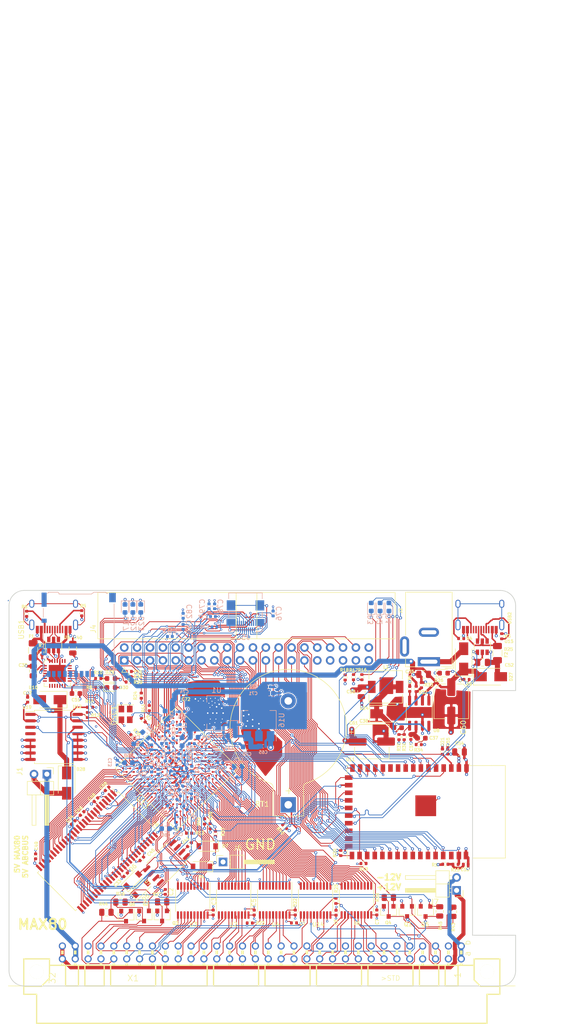
<source format=kicad_pcb>
(kicad_pcb (version 20171130) (host pcbnew 5.1.9-73d0e3b20d~88~ubuntu20.04.1)

  (general
    (thickness 1.6)
    (drawings 19)
    (tracks 5146)
    (zones 0)
    (modules 182)
    (nets 255)
  )

  (page A4)
  (title_block
    (title MAX80)
    (date 2021-01-31)
    (rev 0.01)
    (company "No name")
  )

  (layers
    (0 F.Cu signal)
    (1 In1.Cu power)
    (2 In2.Cu signal)
    (31 B.Cu signal)
    (32 B.Adhes user)
    (33 F.Adhes user)
    (34 B.Paste user)
    (35 F.Paste user)
    (36 B.SilkS user)
    (37 F.SilkS user)
    (38 B.Mask user)
    (39 F.Mask user)
    (40 Dwgs.User user)
    (41 Cmts.User user)
    (42 Eco1.User user)
    (43 Eco2.User user)
    (44 Edge.Cuts user)
    (45 Margin user)
    (46 B.CrtYd user)
    (47 F.CrtYd user)
    (48 B.Fab user hide)
    (49 F.Fab user hide)
  )

  (setup
    (last_trace_width 0.15)
    (user_trace_width 0.15)
    (user_trace_width 0.3)
    (user_trace_width 0.5)
    (trace_clearance 0.15)
    (zone_clearance 0.15)
    (zone_45_only no)
    (trace_min 0.15)
    (via_size 0.6)
    (via_drill 0.3)
    (via_min_size 0.45)
    (via_min_drill 0.2)
    (user_via 0.45 0.2)
    (uvia_size 0.3)
    (uvia_drill 0.1)
    (uvias_allowed yes)
    (uvia_min_size 0.2)
    (uvia_min_drill 0.1)
    (edge_width 0.15)
    (segment_width 0.3)
    (pcb_text_width 0.3)
    (pcb_text_size 1.5 1.5)
    (mod_edge_width 0.15)
    (mod_text_size 1 1)
    (mod_text_width 0.15)
    (pad_size 0.46 0.4)
    (pad_drill 0)
    (pad_to_mask_clearance 0)
    (aux_axis_origin 0 0)
    (visible_elements FFFFFF7F)
    (pcbplotparams
      (layerselection 0x010fc_ffffffff)
      (usegerberextensions false)
      (usegerberattributes true)
      (usegerberadvancedattributes true)
      (creategerberjobfile true)
      (excludeedgelayer true)
      (linewidth 0.100000)
      (plotframeref false)
      (viasonmask false)
      (mode 1)
      (useauxorigin false)
      (hpglpennumber 1)
      (hpglpenspeed 20)
      (hpglpendiameter 15.000000)
      (psnegative false)
      (psa4output false)
      (plotreference true)
      (plotvalue true)
      (plotinvisibletext false)
      (padsonsilk false)
      (subtractmaskfromsilk false)
      (outputformat 1)
      (mirror false)
      (drillshape 0)
      (scaleselection 1)
      (outputdirectory "abc80_gerber"))
  )

  (net 0 "")
  (net 1 GND)
  (net 2 +5V)
  (net 3 "Net-(R5-Pad2)")
  (net 4 "Net-(R6-Pad2)")
  (net 5 "Net-(R7-Pad1)")
  (net 6 "Net-(U10-Pad5)")
  (net 7 "Net-(U10-Pad4)")
  (net 8 "Net-(U9-Pad4)")
  (net 9 "Net-(U9-Pad6)")
  (net 10 "Net-(USB1-Pad13)")
  (net 11 "Net-(BT1-Pad1)")
  (net 12 /A4)
  (net 13 /A3)
  (net 14 /A2)
  (net 15 /A1)
  (net 16 /A0)
  (net 17 /IO0)
  (net 18 /IO3)
  (net 19 /IO4)
  (net 20 /IO5)
  (net 21 /IO6)
  (net 22 /IO7)
  (net 23 /A11)
  (net 24 /IO9)
  (net 25 /A8)
  (net 26 /A7)
  (net 27 /A6)
  (net 28 /A5)
  (net 29 /A9)
  (net 30 /A10)
  (net 31 /A12)
  (net 32 /IO8)
  (net 33 /IO10)
  (net 34 /IO11)
  (net 35 /IO12)
  (net 36 /IO13)
  (net 37 /IO14)
  (net 38 /IO15)
  (net 39 /abc80bus/D7)
  (net 40 /abc80bus/D6)
  (net 41 /abc80bus/D5)
  (net 42 /abc80bus/D4)
  (net 43 /abc80bus/D3)
  (net 44 /abc80bus/D2)
  (net 45 /abc80bus/D1)
  (net 46 /abc80bus/D0)
  (net 47 /abc80bus/A8)
  (net 48 /abc80bus/A9)
  (net 49 /abc80bus/A10)
  (net 50 /abc80bus/A11)
  (net 51 /abc80bus/A12)
  (net 52 /abc80bus/A13)
  (net 53 /abc80bus/A14)
  (net 54 /abc80bus/A15)
  (net 55 /abc80bus/A7)
  (net 56 /abc80bus/A6)
  (net 57 /abc80bus/A5)
  (net 58 /abc80bus/A4)
  (net 59 /abc80bus/A3)
  (net 60 /abc80bus/A2)
  (net 61 /abc80bus/A1)
  (net 62 /abc80bus/A0)
  (net 63 /IO1)
  (net 64 /IO2)
  (net 65 /32KHZ)
  (net 66 /RTC_INT)
  (net 67 /abc80bus/ABC5V)
  (net 68 /SD_DAT1)
  (net 69 /SD_DAT3)
  (net 70 /SD_CMD)
  (net 71 /SD_CLK)
  (net 72 /SD_DAT0)
  (net 73 FPGA_TDI)
  (net 74 FPGA_TMS)
  (net 75 FPGA_TDO)
  (net 76 FPGA_TCK)
  (net 77 ABC_CLK_5)
  (net 78 /FPGA_SCL)
  (net 79 /FPGA_SDA)
  (net 80 FPGA_SPI_CLK)
  (net 81 FGPA_SPI_CS_ESP32)
  (net 82 INT_ESP32)
  (net 83 "Net-(C53-Pad1)")
  (net 84 "Net-(F2-Pad2)")
  (net 85 ESP32_TDO)
  (net 86 ESP32_TCK)
  (net 87 ESP32_TMS)
  (net 88 ESP32_IO0)
  (net 89 ESP32_RXD)
  (net 90 ESP32_TXD)
  (net 91 ESP32_EN)
  (net 92 "Net-(R3-Pad2)")
  (net 93 "Net-(R4-Pad2)")
  (net 94 /ESP32/USB_D-)
  (net 95 /ESP32/USB_D+)
  (net 96 ESP32_TDI)
  (net 97 "Net-(U15-Pad6)")
  (net 98 "Net-(U15-Pad4)")
  (net 99 "Net-(USB2-Pad13)")
  (net 100 "Net-(D1-Pad2)")
  (net 101 "Net-(D1-Pad1)")
  (net 102 "Net-(D2-Pad2)")
  (net 103 "Net-(D2-Pad1)")
  (net 104 "Net-(D3-Pad2)")
  (net 105 "Net-(D3-Pad1)")
  (net 106 ESP32_SCL)
  (net 107 ESP32_SDA)
  (net 108 ESP32_CS2)
  (net 109 ESP32_CS0)
  (net 110 ESP32_MISO)
  (net 111 ESP32_SCK)
  (net 112 ESP32_MOSI)
  (net 113 ESP32_CS1)
  (net 114 /FPGA_USB_TXD)
  (net 115 /FPGA_USB_RXD)
  (net 116 /abc80bus/~CS)
  (net 117 /abc80bus/~C4)
  (net 118 /abc80bus/~C3)
  (net 119 /abc80bus/~C2)
  (net 120 /abc80bus/~C1)
  (net 121 /abc80bus/~OUT)
  (net 122 /abc80bus/~RST)
  (net 123 /abc80bus/~XMEMFL)
  (net 124 /abc80bus/~INP)
  (net 125 /abc80bus/~STATUS)
  (net 126 /abc80bus/~XINPSTB)
  (net 127 /abc80bus/~XOUTSTB)
  (net 128 AD0)
  (net 129 AD1)
  (net 130 AD2)
  (net 131 AD3)
  (net 132 AD4)
  (net 133 AD5)
  (net 134 AD6)
  (net 135 AD7)
  (net 136 /abc80bus/~RESIN)
  (net 137 /FPGA_LED1)
  (net 138 /FPGA_LED2)
  (net 139 /FPGA_LED3)
  (net 140 "Net-(D17-Pad2)")
  (net 141 "Net-(D22-Pad2)")
  (net 142 "Net-(D23-Pad2)")
  (net 143 FPGA_GPIO3)
  (net 144 FPGA_GPIO2)
  (net 145 FPGA_GPIO1)
  (net 146 FPGA_GPIO0)
  (net 147 FPGA_GPIO5)
  (net 148 FPGA_GPIO4)
  (net 149 "Net-(C36-Pad1)")
  (net 150 "Net-(C37-Pad2)")
  (net 151 "Net-(C37-Pad1)")
  (net 152 "Net-(C38-Pad2)")
  (net 153 "Net-(R32-Pad2)")
  (net 154 "Net-(R35-Pad2)")
  (net 155 "Net-(C38-Pad1)")
  (net 156 /abc80bus/READY)
  (net 157 /abc80bus/~NMI)
  (net 158 ~FPGA_READY)
  (net 159 FPGA_NMI)
  (net 160 "Net-(D26-Pad2)")
  (net 161 FPGA_RESIN)
  (net 162 /DQMH)
  (net 163 /CLK)
  (net 164 /CKE)
  (net 165 /BA1)
  (net 166 /BA0)
  (net 167 /DQML)
  (net 168 "Net-(D28-Pad2)")
  (net 169 "Net-(D25-Pad2)")
  (net 170 "Net-(F1-Pad2)")
  (net 171 /FPGA_USB_RTS)
  (net 172 /FPGA_USB_CTS)
  (net 173 "Net-(C39-Pad1)")
  (net 174 "Net-(C52-Pad1)")
  (net 175 /WE#)
  (net 176 /CAS#)
  (net 177 /RAS#)
  (net 178 /CS#)
  (net 179 "Net-(D29-Pad1)")
  (net 180 "Net-(D30-Pad1)")
  (net 181 +3V3)
  (net 182 +2V5)
  (net 183 +1V2)
  (net 184 "Net-(R13-Pad1)")
  (net 185 "Net-(R37-Pad2)")
  (net 186 "Net-(R38-Pad2)")
  (net 187 "Net-(R41-Pad2)")
  (net 188 DATA0)
  (net 189 ~CS_ABC_3V3)
  (net 190 ~OUT_ABC_3V3)
  (net 191 AD8)
  (net 192 ~C1_ABC_3V3)
  (net 193 AD9)
  (net 194 ~C2_ABC_3V3)
  (net 195 AD10)
  (net 196 ~C3_ABC_3V3)
  (net 197 ~C4_ABC_3V3)
  (net 198 AD11)
  (net 199 AD12)
  (net 200 AD13)
  (net 201 AD14)
  (net 202 AD15)
  (net 203 DLCK)
  (net 204 ASD0)
  (net 205 nCE0)
  (net 206 ~INP_ABC_3V3)
  (net 207 ~STATUS_ABC_3V3)
  (net 208 DD0)
  (net 209 DD1)
  (net 210 DD2)
  (net 211 DD3)
  (net 212 DD4)
  (net 213 DD5)
  (net 214 DD6)
  (net 215 DD7)
  (net 216 DD8)
  (net 217 ~XOUTSTB_ABC_3V3)
  (net 218 ~RST_ABC_3V3)
  (net 219 ~XMEMFL_ABC_3V3)
  (net 220 ~XINPSTB_ABC_3V3)
  (net 221 ABC_CLK_3V3)
  (net 222 DD9)
  (net 223 FPGA_SPI_MOSI)
  (net 224 FPGA_SPI_MISO)
  (net 225 /SD_DAT2)
  (net 226 CLK0n)
  (net 227 "Net-(J5-PadSH)")
  (net 228 HDMI_CK-)
  (net 229 HDMI_D0+)
  (net 230 HDMI_D1-)
  (net 231 HDMI_D2+)
  (net 232 HDMI_CK+)
  (net 233 HDMI_D0-)
  (net 234 HDMI_D1+)
  (net 235 HDMI_D2-)
  (net 236 HDMI_SDA)
  (net 237 HDMI_HPD)
  (net 238 HDMI_SCL)
  (net 239 FPGA_JTAGEN)
  (net 240 FLASH_CS#)
  (net 241 /abc80bus/~INT)
  (net 242 /abc80bus/~XMEMW800)
  (net 243 /abc80bus/~XMEMW80)
  (net 244 INT_ABC_3V3)
  (net 245 INT800_ABC_3V3)
  (net 246 ~XMEMW80_ABC_3V3)
  (net 247 ~XMEMW800_ABC_3V3)
  (net 248 /abc80bus/~XM)
  (net 249 XM_ABC_3V3)
  (net 250 "Net-(R25-Pad2)")
  (net 251 AD16)
  (net 252 DD10)
  (net 253 /abc80bus/ABC_-12V)
  (net 254 /abc80bus/ABC_12V)

  (net_class Default "This is the default net class."
    (clearance 0.15)
    (trace_width 0.15)
    (via_dia 0.6)
    (via_drill 0.3)
    (uvia_dia 0.3)
    (uvia_drill 0.1)
    (add_net +1V2)
    (add_net +2V5)
    (add_net +3V3)
    (add_net +5V)
    (add_net /32KHZ)
    (add_net /A0)
    (add_net /A1)
    (add_net /A10)
    (add_net /A11)
    (add_net /A12)
    (add_net /A2)
    (add_net /A3)
    (add_net /A4)
    (add_net /A5)
    (add_net /A6)
    (add_net /A7)
    (add_net /A8)
    (add_net /A9)
    (add_net /BA0)
    (add_net /BA1)
    (add_net /CAS#)
    (add_net /CKE)
    (add_net /CLK)
    (add_net /CS#)
    (add_net /DQMH)
    (add_net /DQML)
    (add_net /ESP32/USB_D+)
    (add_net /ESP32/USB_D-)
    (add_net /FPGA_LED1)
    (add_net /FPGA_LED2)
    (add_net /FPGA_LED3)
    (add_net /FPGA_SCL)
    (add_net /FPGA_SDA)
    (add_net /FPGA_USB_CTS)
    (add_net /FPGA_USB_RTS)
    (add_net /FPGA_USB_RXD)
    (add_net /FPGA_USB_TXD)
    (add_net /IO0)
    (add_net /IO1)
    (add_net /IO10)
    (add_net /IO11)
    (add_net /IO12)
    (add_net /IO13)
    (add_net /IO14)
    (add_net /IO15)
    (add_net /IO2)
    (add_net /IO3)
    (add_net /IO4)
    (add_net /IO5)
    (add_net /IO6)
    (add_net /IO7)
    (add_net /IO8)
    (add_net /IO9)
    (add_net /RAS#)
    (add_net /RTC_INT)
    (add_net /SD_CLK)
    (add_net /SD_CMD)
    (add_net /SD_DAT0)
    (add_net /SD_DAT1)
    (add_net /SD_DAT2)
    (add_net /SD_DAT3)
    (add_net /WE#)
    (add_net /abc80bus/A0)
    (add_net /abc80bus/A1)
    (add_net /abc80bus/A10)
    (add_net /abc80bus/A11)
    (add_net /abc80bus/A12)
    (add_net /abc80bus/A13)
    (add_net /abc80bus/A14)
    (add_net /abc80bus/A15)
    (add_net /abc80bus/A2)
    (add_net /abc80bus/A3)
    (add_net /abc80bus/A4)
    (add_net /abc80bus/A5)
    (add_net /abc80bus/A6)
    (add_net /abc80bus/A7)
    (add_net /abc80bus/A8)
    (add_net /abc80bus/A9)
    (add_net /abc80bus/ABC5V)
    (add_net /abc80bus/ABC_-12V)
    (add_net /abc80bus/ABC_12V)
    (add_net /abc80bus/D0)
    (add_net /abc80bus/D1)
    (add_net /abc80bus/D2)
    (add_net /abc80bus/D3)
    (add_net /abc80bus/D4)
    (add_net /abc80bus/D5)
    (add_net /abc80bus/D6)
    (add_net /abc80bus/D7)
    (add_net /abc80bus/READY)
    (add_net /abc80bus/~C1)
    (add_net /abc80bus/~C2)
    (add_net /abc80bus/~C3)
    (add_net /abc80bus/~C4)
    (add_net /abc80bus/~CS)
    (add_net /abc80bus/~INP)
    (add_net /abc80bus/~INT)
    (add_net /abc80bus/~NMI)
    (add_net /abc80bus/~OUT)
    (add_net /abc80bus/~RESIN)
    (add_net /abc80bus/~RST)
    (add_net /abc80bus/~STATUS)
    (add_net /abc80bus/~XINPSTB)
    (add_net /abc80bus/~XM)
    (add_net /abc80bus/~XMEMFL)
    (add_net /abc80bus/~XMEMW80)
    (add_net /abc80bus/~XMEMW800)
    (add_net /abc80bus/~XOUTSTB)
    (add_net ABC_CLK_3V3)
    (add_net ABC_CLK_5)
    (add_net AD0)
    (add_net AD1)
    (add_net AD10)
    (add_net AD11)
    (add_net AD12)
    (add_net AD13)
    (add_net AD14)
    (add_net AD15)
    (add_net AD16)
    (add_net AD2)
    (add_net AD3)
    (add_net AD4)
    (add_net AD5)
    (add_net AD6)
    (add_net AD7)
    (add_net AD8)
    (add_net AD9)
    (add_net ASD0)
    (add_net CLK0n)
    (add_net DATA0)
    (add_net DD0)
    (add_net DD1)
    (add_net DD10)
    (add_net DD2)
    (add_net DD3)
    (add_net DD4)
    (add_net DD5)
    (add_net DD6)
    (add_net DD7)
    (add_net DD8)
    (add_net DD9)
    (add_net DLCK)
    (add_net ESP32_CS0)
    (add_net ESP32_CS1)
    (add_net ESP32_CS2)
    (add_net ESP32_EN)
    (add_net ESP32_IO0)
    (add_net ESP32_MISO)
    (add_net ESP32_MOSI)
    (add_net ESP32_RXD)
    (add_net ESP32_SCK)
    (add_net ESP32_SCL)
    (add_net ESP32_SDA)
    (add_net ESP32_TCK)
    (add_net ESP32_TDI)
    (add_net ESP32_TDO)
    (add_net ESP32_TMS)
    (add_net ESP32_TXD)
    (add_net FGPA_SPI_CS_ESP32)
    (add_net FLASH_CS#)
    (add_net FPGA_GPIO0)
    (add_net FPGA_GPIO1)
    (add_net FPGA_GPIO2)
    (add_net FPGA_GPIO3)
    (add_net FPGA_GPIO4)
    (add_net FPGA_GPIO5)
    (add_net FPGA_JTAGEN)
    (add_net FPGA_NMI)
    (add_net FPGA_RESIN)
    (add_net FPGA_SPI_CLK)
    (add_net FPGA_SPI_MISO)
    (add_net FPGA_SPI_MOSI)
    (add_net FPGA_TCK)
    (add_net FPGA_TDI)
    (add_net FPGA_TDO)
    (add_net FPGA_TMS)
    (add_net GND)
    (add_net HDMI_CK+)
    (add_net HDMI_CK-)
    (add_net HDMI_D0+)
    (add_net HDMI_D0-)
    (add_net HDMI_D1+)
    (add_net HDMI_D1-)
    (add_net HDMI_D2+)
    (add_net HDMI_D2-)
    (add_net HDMI_HPD)
    (add_net HDMI_SCL)
    (add_net HDMI_SDA)
    (add_net INT800_ABC_3V3)
    (add_net INT_ABC_3V3)
    (add_net INT_ESP32)
    (add_net "Net-(BT1-Pad1)")
    (add_net "Net-(C36-Pad1)")
    (add_net "Net-(C37-Pad1)")
    (add_net "Net-(C37-Pad2)")
    (add_net "Net-(C38-Pad1)")
    (add_net "Net-(C38-Pad2)")
    (add_net "Net-(C39-Pad1)")
    (add_net "Net-(C52-Pad1)")
    (add_net "Net-(C53-Pad1)")
    (add_net "Net-(D1-Pad1)")
    (add_net "Net-(D1-Pad2)")
    (add_net "Net-(D17-Pad2)")
    (add_net "Net-(D2-Pad1)")
    (add_net "Net-(D2-Pad2)")
    (add_net "Net-(D22-Pad2)")
    (add_net "Net-(D23-Pad2)")
    (add_net "Net-(D25-Pad2)")
    (add_net "Net-(D26-Pad2)")
    (add_net "Net-(D28-Pad2)")
    (add_net "Net-(D29-Pad1)")
    (add_net "Net-(D3-Pad1)")
    (add_net "Net-(D3-Pad2)")
    (add_net "Net-(D30-Pad1)")
    (add_net "Net-(F1-Pad2)")
    (add_net "Net-(F2-Pad2)")
    (add_net "Net-(J5-PadSH)")
    (add_net "Net-(R13-Pad1)")
    (add_net "Net-(R25-Pad2)")
    (add_net "Net-(R3-Pad2)")
    (add_net "Net-(R32-Pad2)")
    (add_net "Net-(R35-Pad2)")
    (add_net "Net-(R37-Pad2)")
    (add_net "Net-(R38-Pad2)")
    (add_net "Net-(R4-Pad2)")
    (add_net "Net-(R41-Pad2)")
    (add_net "Net-(R5-Pad2)")
    (add_net "Net-(R6-Pad2)")
    (add_net "Net-(R7-Pad1)")
    (add_net "Net-(U10-Pad4)")
    (add_net "Net-(U10-Pad5)")
    (add_net "Net-(U15-Pad4)")
    (add_net "Net-(U15-Pad6)")
    (add_net "Net-(U9-Pad4)")
    (add_net "Net-(U9-Pad6)")
    (add_net "Net-(USB1-Pad13)")
    (add_net "Net-(USB2-Pad13)")
    (add_net XM_ABC_3V3)
    (add_net nCE0)
    (add_net ~C1_ABC_3V3)
    (add_net ~C2_ABC_3V3)
    (add_net ~C3_ABC_3V3)
    (add_net ~C4_ABC_3V3)
    (add_net ~CS_ABC_3V3)
    (add_net ~FPGA_READY)
    (add_net ~INP_ABC_3V3)
    (add_net ~OUT_ABC_3V3)
    (add_net ~RST_ABC_3V3)
    (add_net ~STATUS_ABC_3V3)
    (add_net ~XINPSTB_ABC_3V3)
    (add_net ~XMEMFL_ABC_3V3)
    (add_net ~XMEMW800_ABC_3V3)
    (add_net ~XMEMW80_ABC_3V3)
    (add_net ~XOUTSTB_ABC_3V3)
  )

  (module Capacitor_SMD:C_0402_1005Metric (layer B.Cu) (tedit 5F68FEEE) (tstamp 60732111)
    (at 86.87 106 90)
    (descr "Capacitor SMD 0402 (1005 Metric), square (rectangular) end terminal, IPC_7351 nominal, (Body size source: IPC-SM-782 page 76, https://www.pcb-3d.com/wordpress/wp-content/uploads/ipc-sm-782a_amendment_1_and_2.pdf), generated with kicad-footprint-generator")
    (tags capacitor)
    (path /650A9AE9/60FA28B1)
    (attr smd)
    (fp_text reference C82 (at 0.85 1.24 270) (layer B.SilkS)
      (effects (font (size 1 1) (thickness 0.15)) (justify mirror))
    )
    (fp_text value 100nF (at 0 -1.16 270) (layer B.Fab)
      (effects (font (size 1 1) (thickness 0.15)) (justify mirror))
    )
    (fp_line (start -0.5 -0.25) (end -0.5 0.25) (layer B.Fab) (width 0.1))
    (fp_line (start -0.5 0.25) (end 0.5 0.25) (layer B.Fab) (width 0.1))
    (fp_line (start 0.5 0.25) (end 0.5 -0.25) (layer B.Fab) (width 0.1))
    (fp_line (start 0.5 -0.25) (end -0.5 -0.25) (layer B.Fab) (width 0.1))
    (fp_line (start -0.107836 0.36) (end 0.107836 0.36) (layer B.SilkS) (width 0.12))
    (fp_line (start -0.107836 -0.36) (end 0.107836 -0.36) (layer B.SilkS) (width 0.12))
    (fp_line (start -0.91 -0.46) (end -0.91 0.46) (layer B.CrtYd) (width 0.05))
    (fp_line (start -0.91 0.46) (end 0.91 0.46) (layer B.CrtYd) (width 0.05))
    (fp_line (start 0.91 0.46) (end 0.91 -0.46) (layer B.CrtYd) (width 0.05))
    (fp_line (start 0.91 -0.46) (end -0.91 -0.46) (layer B.CrtYd) (width 0.05))
    (fp_text user %R (at 0 0 270) (layer B.Fab)
      (effects (font (size 0.25 0.25) (thickness 0.04)) (justify mirror))
    )
    (pad 2 smd roundrect (at 0.48 0 90) (size 0.56 0.62) (layers B.Cu B.Paste B.Mask) (roundrect_rratio 0.25)
      (net 1 GND))
    (pad 1 smd roundrect (at -0.48 0 90) (size 0.56 0.62) (layers B.Cu B.Paste B.Mask) (roundrect_rratio 0.25)
      (net 228 HDMI_CK-))
    (model ${KISYS3DMOD}/Capacitor_SMD.3dshapes/C_0402_1005Metric.wrl
      (at (xyz 0 0 0))
      (scale (xyz 1 1 1))
      (rotate (xyz 0 0 0))
    )
  )

  (module Capacitor_SMD:C_0402_1005Metric (layer B.Cu) (tedit 5F68FEEE) (tstamp 6045C411)
    (at 84.25 110.08 180)
    (descr "Capacitor SMD 0402 (1005 Metric), square (rectangular) end terminal, IPC_7351 nominal, (Body size source: IPC-SM-782 page 76, https://www.pcb-3d.com/wordpress/wp-content/uploads/ipc-sm-782a_amendment_1_and_2.pdf), generated with kicad-footprint-generator")
    (tags capacitor)
    (path /650A9AE9/60FA22EE)
    (attr smd)
    (fp_text reference C81 (at 0 1.16) (layer B.SilkS)
      (effects (font (size 1 1) (thickness 0.15)) (justify mirror))
    )
    (fp_text value 100nF (at 0 -1.16) (layer B.Fab)
      (effects (font (size 1 1) (thickness 0.15)) (justify mirror))
    )
    (fp_line (start -0.5 -0.25) (end -0.5 0.25) (layer B.Fab) (width 0.1))
    (fp_line (start -0.5 0.25) (end 0.5 0.25) (layer B.Fab) (width 0.1))
    (fp_line (start 0.5 0.25) (end 0.5 -0.25) (layer B.Fab) (width 0.1))
    (fp_line (start 0.5 -0.25) (end -0.5 -0.25) (layer B.Fab) (width 0.1))
    (fp_line (start -0.107836 0.36) (end 0.107836 0.36) (layer B.SilkS) (width 0.12))
    (fp_line (start -0.107836 -0.36) (end 0.107836 -0.36) (layer B.SilkS) (width 0.12))
    (fp_line (start -0.91 -0.46) (end -0.91 0.46) (layer B.CrtYd) (width 0.05))
    (fp_line (start -0.91 0.46) (end 0.91 0.46) (layer B.CrtYd) (width 0.05))
    (fp_line (start 0.91 0.46) (end 0.91 -0.46) (layer B.CrtYd) (width 0.05))
    (fp_line (start 0.91 -0.46) (end -0.91 -0.46) (layer B.CrtYd) (width 0.05))
    (fp_text user %R (at 0 0) (layer B.Fab)
      (effects (font (size 0.25 0.25) (thickness 0.04)) (justify mirror))
    )
    (pad 2 smd roundrect (at 0.48 0 180) (size 0.56 0.62) (layers B.Cu B.Paste B.Mask) (roundrect_rratio 0.25)
      (net 1 GND))
    (pad 1 smd roundrect (at -0.48 0 180) (size 0.56 0.62) (layers B.Cu B.Paste B.Mask) (roundrect_rratio 0.25)
      (net 232 HDMI_CK+))
    (model ${KISYS3DMOD}/Capacitor_SMD.3dshapes/C_0402_1005Metric.wrl
      (at (xyz 0 0 0))
      (scale (xyz 1 1 1))
      (rotate (xyz 0 0 0))
    )
  )

  (module Capacitor_SMD:C_0402_1005Metric (layer B.Cu) (tedit 5F68FEEE) (tstamp 6045C400)
    (at 86.86 108.19 90)
    (descr "Capacitor SMD 0402 (1005 Metric), square (rectangular) end terminal, IPC_7351 nominal, (Body size source: IPC-SM-782 page 76, https://www.pcb-3d.com/wordpress/wp-content/uploads/ipc-sm-782a_amendment_1_and_2.pdf), generated with kicad-footprint-generator")
    (tags capacitor)
    (path /650A9AE9/60FA18DB)
    (attr smd)
    (fp_text reference C80 (at 0 1.16 270) (layer B.SilkS)
      (effects (font (size 1 1) (thickness 0.15)) (justify mirror))
    )
    (fp_text value 100nF (at 0 -1.16 270) (layer B.Fab)
      (effects (font (size 1 1) (thickness 0.15)) (justify mirror))
    )
    (fp_line (start -0.5 -0.25) (end -0.5 0.25) (layer B.Fab) (width 0.1))
    (fp_line (start -0.5 0.25) (end 0.5 0.25) (layer B.Fab) (width 0.1))
    (fp_line (start 0.5 0.25) (end 0.5 -0.25) (layer B.Fab) (width 0.1))
    (fp_line (start 0.5 -0.25) (end -0.5 -0.25) (layer B.Fab) (width 0.1))
    (fp_line (start -0.107836 0.36) (end 0.107836 0.36) (layer B.SilkS) (width 0.12))
    (fp_line (start -0.107836 -0.36) (end 0.107836 -0.36) (layer B.SilkS) (width 0.12))
    (fp_line (start -0.91 -0.46) (end -0.91 0.46) (layer B.CrtYd) (width 0.05))
    (fp_line (start -0.91 0.46) (end 0.91 0.46) (layer B.CrtYd) (width 0.05))
    (fp_line (start 0.91 0.46) (end 0.91 -0.46) (layer B.CrtYd) (width 0.05))
    (fp_line (start 0.91 -0.46) (end -0.91 -0.46) (layer B.CrtYd) (width 0.05))
    (fp_text user %R (at 0 0 270) (layer B.Fab)
      (effects (font (size 0.25 0.25) (thickness 0.04)) (justify mirror))
    )
    (pad 2 smd roundrect (at 0.48 0 90) (size 0.56 0.62) (layers B.Cu B.Paste B.Mask) (roundrect_rratio 0.25)
      (net 1 GND))
    (pad 1 smd roundrect (at -0.48 0 90) (size 0.56 0.62) (layers B.Cu B.Paste B.Mask) (roundrect_rratio 0.25)
      (net 233 HDMI_D0-))
    (model ${KISYS3DMOD}/Capacitor_SMD.3dshapes/C_0402_1005Metric.wrl
      (at (xyz 0 0 0))
      (scale (xyz 1 1 1))
      (rotate (xyz 0 0 0))
    )
  )

  (module Capacitor_SMD:C_0402_1005Metric (layer B.Cu) (tedit 5F68FEEE) (tstamp 6045C3EF)
    (at 91.98 104.13 90)
    (descr "Capacitor SMD 0402 (1005 Metric), square (rectangular) end terminal, IPC_7351 nominal, (Body size source: IPC-SM-782 page 76, https://www.pcb-3d.com/wordpress/wp-content/uploads/ipc-sm-782a_amendment_1_and_2.pdf), generated with kicad-footprint-generator")
    (tags capacitor)
    (path /650A9AE9/60FA4621)
    (attr smd)
    (fp_text reference C79 (at 0.02 -1.33 90) (layer B.SilkS)
      (effects (font (size 1 1) (thickness 0.15)) (justify mirror))
    )
    (fp_text value 100nF (at 0 -1.16 90) (layer B.Fab)
      (effects (font (size 1 1) (thickness 0.15)) (justify mirror))
    )
    (fp_line (start -0.5 -0.25) (end -0.5 0.25) (layer B.Fab) (width 0.1))
    (fp_line (start -0.5 0.25) (end 0.5 0.25) (layer B.Fab) (width 0.1))
    (fp_line (start 0.5 0.25) (end 0.5 -0.25) (layer B.Fab) (width 0.1))
    (fp_line (start 0.5 -0.25) (end -0.5 -0.25) (layer B.Fab) (width 0.1))
    (fp_line (start -0.107836 0.36) (end 0.107836 0.36) (layer B.SilkS) (width 0.12))
    (fp_line (start -0.107836 -0.36) (end 0.107836 -0.36) (layer B.SilkS) (width 0.12))
    (fp_line (start -0.91 -0.46) (end -0.91 0.46) (layer B.CrtYd) (width 0.05))
    (fp_line (start -0.91 0.46) (end 0.91 0.46) (layer B.CrtYd) (width 0.05))
    (fp_line (start 0.91 0.46) (end 0.91 -0.46) (layer B.CrtYd) (width 0.05))
    (fp_line (start 0.91 -0.46) (end -0.91 -0.46) (layer B.CrtYd) (width 0.05))
    (fp_text user %R (at 0 0 90) (layer B.Fab)
      (effects (font (size 0.25 0.25) (thickness 0.04)) (justify mirror))
    )
    (pad 2 smd roundrect (at 0.48 0 90) (size 0.56 0.62) (layers B.Cu B.Paste B.Mask) (roundrect_rratio 0.25)
      (net 1 GND))
    (pad 1 smd roundrect (at -0.48 0 90) (size 0.56 0.62) (layers B.Cu B.Paste B.Mask) (roundrect_rratio 0.25)
      (net 229 HDMI_D0+))
    (model ${KISYS3DMOD}/Capacitor_SMD.3dshapes/C_0402_1005Metric.wrl
      (at (xyz 0 0 0))
      (scale (xyz 1 1 1))
      (rotate (xyz 0 0 0))
    )
  )

  (module Capacitor_SMD:C_0402_1005Metric (layer B.Cu) (tedit 5F68FEEE) (tstamp 6045C3DE)
    (at 93.09 104.13 90)
    (descr "Capacitor SMD 0402 (1005 Metric), square (rectangular) end terminal, IPC_7351 nominal, (Body size source: IPC-SM-782 page 76, https://www.pcb-3d.com/wordpress/wp-content/uploads/ipc-sm-782a_amendment_1_and_2.pdf), generated with kicad-footprint-generator")
    (tags capacitor)
    (path /650A9AE9/60FA49FC)
    (attr smd)
    (fp_text reference C78 (at 0 1.16 90) (layer B.SilkS)
      (effects (font (size 1 1) (thickness 0.15)) (justify mirror))
    )
    (fp_text value 100nF (at 0 -1.16 90) (layer B.Fab)
      (effects (font (size 1 1) (thickness 0.15)) (justify mirror))
    )
    (fp_line (start -0.5 -0.25) (end -0.5 0.25) (layer B.Fab) (width 0.1))
    (fp_line (start -0.5 0.25) (end 0.5 0.25) (layer B.Fab) (width 0.1))
    (fp_line (start 0.5 0.25) (end 0.5 -0.25) (layer B.Fab) (width 0.1))
    (fp_line (start 0.5 -0.25) (end -0.5 -0.25) (layer B.Fab) (width 0.1))
    (fp_line (start -0.107836 0.36) (end 0.107836 0.36) (layer B.SilkS) (width 0.12))
    (fp_line (start -0.107836 -0.36) (end 0.107836 -0.36) (layer B.SilkS) (width 0.12))
    (fp_line (start -0.91 -0.46) (end -0.91 0.46) (layer B.CrtYd) (width 0.05))
    (fp_line (start -0.91 0.46) (end 0.91 0.46) (layer B.CrtYd) (width 0.05))
    (fp_line (start 0.91 0.46) (end 0.91 -0.46) (layer B.CrtYd) (width 0.05))
    (fp_line (start 0.91 -0.46) (end -0.91 -0.46) (layer B.CrtYd) (width 0.05))
    (fp_text user %R (at 0 0 90) (layer B.Fab)
      (effects (font (size 0.25 0.25) (thickness 0.04)) (justify mirror))
    )
    (pad 2 smd roundrect (at 0.48 0 90) (size 0.56 0.62) (layers B.Cu B.Paste B.Mask) (roundrect_rratio 0.25)
      (net 1 GND))
    (pad 1 smd roundrect (at -0.48 0 90) (size 0.56 0.62) (layers B.Cu B.Paste B.Mask) (roundrect_rratio 0.25)
      (net 230 HDMI_D1-))
    (model ${KISYS3DMOD}/Capacitor_SMD.3dshapes/C_0402_1005Metric.wrl
      (at (xyz 0 0 0))
      (scale (xyz 1 1 1))
      (rotate (xyz 0 0 0))
    )
  )

  (module Capacitor_SMD:C_0402_1005Metric (layer B.Cu) (tedit 5F68FEEE) (tstamp 6045C3CD)
    (at 92.76 106.15)
    (descr "Capacitor SMD 0402 (1005 Metric), square (rectangular) end terminal, IPC_7351 nominal, (Body size source: IPC-SM-782 page 76, https://www.pcb-3d.com/wordpress/wp-content/uploads/ipc-sm-782a_amendment_1_and_2.pdf), generated with kicad-footprint-generator")
    (tags capacitor)
    (path /650A9AE9/60FA423E)
    (attr smd)
    (fp_text reference C77 (at -2.02 0.08) (layer B.SilkS)
      (effects (font (size 0.6 0.6) (thickness 0.15)) (justify mirror))
    )
    (fp_text value 100nF (at 0 -1.16) (layer B.Fab)
      (effects (font (size 1 1) (thickness 0.15)) (justify mirror))
    )
    (fp_line (start -0.5 -0.25) (end -0.5 0.25) (layer B.Fab) (width 0.1))
    (fp_line (start -0.5 0.25) (end 0.5 0.25) (layer B.Fab) (width 0.1))
    (fp_line (start 0.5 0.25) (end 0.5 -0.25) (layer B.Fab) (width 0.1))
    (fp_line (start 0.5 -0.25) (end -0.5 -0.25) (layer B.Fab) (width 0.1))
    (fp_line (start -0.107836 0.36) (end 0.107836 0.36) (layer B.SilkS) (width 0.12))
    (fp_line (start -0.107836 -0.36) (end 0.107836 -0.36) (layer B.SilkS) (width 0.12))
    (fp_line (start -0.91 -0.46) (end -0.91 0.46) (layer B.CrtYd) (width 0.05))
    (fp_line (start -0.91 0.46) (end 0.91 0.46) (layer B.CrtYd) (width 0.05))
    (fp_line (start 0.91 0.46) (end 0.91 -0.46) (layer B.CrtYd) (width 0.05))
    (fp_line (start 0.91 -0.46) (end -0.91 -0.46) (layer B.CrtYd) (width 0.05))
    (fp_text user %R (at 0 0) (layer B.Fab)
      (effects (font (size 0.25 0.25) (thickness 0.04)) (justify mirror))
    )
    (pad 2 smd roundrect (at 0.48 0) (size 0.56 0.62) (layers B.Cu B.Paste B.Mask) (roundrect_rratio 0.25)
      (net 1 GND))
    (pad 1 smd roundrect (at -0.48 0) (size 0.56 0.62) (layers B.Cu B.Paste B.Mask) (roundrect_rratio 0.25)
      (net 234 HDMI_D1+))
    (model ${KISYS3DMOD}/Capacitor_SMD.3dshapes/C_0402_1005Metric.wrl
      (at (xyz 0 0 0))
      (scale (xyz 1 1 1))
      (rotate (xyz 0 0 0))
    )
  )

  (module Capacitor_SMD:C_0402_1005Metric (layer B.Cu) (tedit 5F68FEEE) (tstamp 6045C3BC)
    (at 104.63 105.55 90)
    (descr "Capacitor SMD 0402 (1005 Metric), square (rectangular) end terminal, IPC_7351 nominal, (Body size source: IPC-SM-782 page 76, https://www.pcb-3d.com/wordpress/wp-content/uploads/ipc-sm-782a_amendment_1_and_2.pdf), generated with kicad-footprint-generator")
    (tags capacitor)
    (path /650A9AE9/60FA3BB6)
    (attr smd)
    (fp_text reference C76 (at 0 1.16 270) (layer B.SilkS)
      (effects (font (size 1 1) (thickness 0.15)) (justify mirror))
    )
    (fp_text value 100nF (at 0 -1.16 270) (layer B.Fab)
      (effects (font (size 1 1) (thickness 0.15)) (justify mirror))
    )
    (fp_line (start -0.5 -0.25) (end -0.5 0.25) (layer B.Fab) (width 0.1))
    (fp_line (start -0.5 0.25) (end 0.5 0.25) (layer B.Fab) (width 0.1))
    (fp_line (start 0.5 0.25) (end 0.5 -0.25) (layer B.Fab) (width 0.1))
    (fp_line (start 0.5 -0.25) (end -0.5 -0.25) (layer B.Fab) (width 0.1))
    (fp_line (start -0.107836 0.36) (end 0.107836 0.36) (layer B.SilkS) (width 0.12))
    (fp_line (start -0.107836 -0.36) (end 0.107836 -0.36) (layer B.SilkS) (width 0.12))
    (fp_line (start -0.91 -0.46) (end -0.91 0.46) (layer B.CrtYd) (width 0.05))
    (fp_line (start -0.91 0.46) (end 0.91 0.46) (layer B.CrtYd) (width 0.05))
    (fp_line (start 0.91 0.46) (end 0.91 -0.46) (layer B.CrtYd) (width 0.05))
    (fp_line (start 0.91 -0.46) (end -0.91 -0.46) (layer B.CrtYd) (width 0.05))
    (fp_text user %R (at 0 0 270) (layer B.Fab)
      (effects (font (size 0.25 0.25) (thickness 0.04)) (justify mirror))
    )
    (pad 2 smd roundrect (at 0.48 0 90) (size 0.56 0.62) (layers B.Cu B.Paste B.Mask) (roundrect_rratio 0.25)
      (net 1 GND))
    (pad 1 smd roundrect (at -0.48 0 90) (size 0.56 0.62) (layers B.Cu B.Paste B.Mask) (roundrect_rratio 0.25)
      (net 235 HDMI_D2-))
    (model ${KISYS3DMOD}/Capacitor_SMD.3dshapes/C_0402_1005Metric.wrl
      (at (xyz 0 0 0))
      (scale (xyz 1 1 1))
      (rotate (xyz 0 0 0))
    )
  )

  (module Capacitor_SMD:C_0402_1005Metric (layer B.Cu) (tedit 5F68FEEE) (tstamp 6045C3AB)
    (at 93.05 108.22)
    (descr "Capacitor SMD 0402 (1005 Metric), square (rectangular) end terminal, IPC_7351 nominal, (Body size source: IPC-SM-782 page 76, https://www.pcb-3d.com/wordpress/wp-content/uploads/ipc-sm-782a_amendment_1_and_2.pdf), generated with kicad-footprint-generator")
    (tags capacitor)
    (path /650A9AE9/60FA3EFB)
    (attr smd)
    (fp_text reference C75 (at -1.95 0.03) (layer B.SilkS)
      (effects (font (size 0.6 0.6) (thickness 0.15)) (justify mirror))
    )
    (fp_text value 100nF (at 0 -1.16) (layer B.Fab)
      (effects (font (size 1 1) (thickness 0.15)) (justify mirror))
    )
    (fp_line (start -0.5 -0.25) (end -0.5 0.25) (layer B.Fab) (width 0.1))
    (fp_line (start -0.5 0.25) (end 0.5 0.25) (layer B.Fab) (width 0.1))
    (fp_line (start 0.5 0.25) (end 0.5 -0.25) (layer B.Fab) (width 0.1))
    (fp_line (start 0.5 -0.25) (end -0.5 -0.25) (layer B.Fab) (width 0.1))
    (fp_line (start -0.107836 0.36) (end 0.107836 0.36) (layer B.SilkS) (width 0.12))
    (fp_line (start -0.107836 -0.36) (end 0.107836 -0.36) (layer B.SilkS) (width 0.12))
    (fp_line (start -0.91 -0.46) (end -0.91 0.46) (layer B.CrtYd) (width 0.05))
    (fp_line (start -0.91 0.46) (end 0.91 0.46) (layer B.CrtYd) (width 0.05))
    (fp_line (start 0.91 0.46) (end 0.91 -0.46) (layer B.CrtYd) (width 0.05))
    (fp_line (start 0.91 -0.46) (end -0.91 -0.46) (layer B.CrtYd) (width 0.05))
    (fp_text user %R (at 0 0) (layer B.Fab)
      (effects (font (size 0.25 0.25) (thickness 0.04)) (justify mirror))
    )
    (pad 2 smd roundrect (at 0.48 0) (size 0.56 0.62) (layers B.Cu B.Paste B.Mask) (roundrect_rratio 0.25)
      (net 1 GND))
    (pad 1 smd roundrect (at -0.48 0) (size 0.56 0.62) (layers B.Cu B.Paste B.Mask) (roundrect_rratio 0.25)
      (net 231 HDMI_D2+))
    (model ${KISYS3DMOD}/Capacitor_SMD.3dshapes/C_0402_1005Metric.wrl
      (at (xyz 0 0 0))
      (scale (xyz 1 1 1))
      (rotate (xyz 0 0 0))
    )
  )

  (module Diode_SMD:D_SOD-123 (layer F.Cu) (tedit 58645DC7) (tstamp 60442506)
    (at 91.625 151.45 180)
    (descr SOD-123)
    (tags SOD-123)
    (path /60D4872C)
    (attr smd)
    (fp_text reference D7 (at -3.545 0.05) (layer F.SilkS)
      (effects (font (size 0.6 0.6) (thickness 0.15)))
    )
    (fp_text value D_Schottky (at 0 2.1) (layer F.Fab)
      (effects (font (size 1 1) (thickness 0.15)))
    )
    (fp_line (start -2.25 -1) (end 1.65 -1) (layer F.SilkS) (width 0.12))
    (fp_line (start -2.25 1) (end 1.65 1) (layer F.SilkS) (width 0.12))
    (fp_line (start -2.35 -1.15) (end -2.35 1.15) (layer F.CrtYd) (width 0.05))
    (fp_line (start 2.35 1.15) (end -2.35 1.15) (layer F.CrtYd) (width 0.05))
    (fp_line (start 2.35 -1.15) (end 2.35 1.15) (layer F.CrtYd) (width 0.05))
    (fp_line (start -2.35 -1.15) (end 2.35 -1.15) (layer F.CrtYd) (width 0.05))
    (fp_line (start -1.4 -0.9) (end 1.4 -0.9) (layer F.Fab) (width 0.1))
    (fp_line (start 1.4 -0.9) (end 1.4 0.9) (layer F.Fab) (width 0.1))
    (fp_line (start 1.4 0.9) (end -1.4 0.9) (layer F.Fab) (width 0.1))
    (fp_line (start -1.4 0.9) (end -1.4 -0.9) (layer F.Fab) (width 0.1))
    (fp_line (start -0.75 0) (end -0.35 0) (layer F.Fab) (width 0.1))
    (fp_line (start -0.35 0) (end -0.35 -0.55) (layer F.Fab) (width 0.1))
    (fp_line (start -0.35 0) (end -0.35 0.55) (layer F.Fab) (width 0.1))
    (fp_line (start -0.35 0) (end 0.25 -0.4) (layer F.Fab) (width 0.1))
    (fp_line (start 0.25 -0.4) (end 0.25 0.4) (layer F.Fab) (width 0.1))
    (fp_line (start 0.25 0.4) (end -0.35 0) (layer F.Fab) (width 0.1))
    (fp_line (start 0.25 0) (end 0.75 0) (layer F.Fab) (width 0.1))
    (fp_line (start -2.25 -1) (end -2.25 1) (layer F.SilkS) (width 0.12))
    (fp_text user %R (at 0 -2) (layer F.Fab)
      (effects (font (size 1 1) (thickness 0.15)))
    )
    (pad 2 smd rect (at 1.65 0 180) (size 0.9 1.2) (layers F.Cu F.Paste F.Mask)
      (net 188 DATA0))
    (pad 1 smd rect (at -1.65 0 180) (size 0.9 1.2) (layers F.Cu F.Paste F.Mask)
      (net 181 +3V3))
    (model ${KISYS3DMOD}/Diode_SMD.3dshapes/D_SOD-123.wrl
      (at (xyz 0 0 0))
      (scale (xyz 1 1 1))
      (rotate (xyz 0 0 0))
    )
  )

  (module Diode_SMD:D_SOD-123 (layer F.Cu) (tedit 58645DC7) (tstamp 604424ED)
    (at 76.925 158.125 45)
    (descr SOD-123)
    (tags SOD-123)
    (path /60D4963D)
    (attr smd)
    (fp_text reference D6 (at 1.739483 -1.687157 45) (layer F.SilkS)
      (effects (font (size 0.8 0.8) (thickness 0.15)))
    )
    (fp_text value D_Schottky (at 0 2.1 45) (layer F.Fab)
      (effects (font (size 1 1) (thickness 0.15)))
    )
    (fp_line (start -2.25 -1) (end 1.65 -1) (layer F.SilkS) (width 0.12))
    (fp_line (start -2.25 1) (end 1.65 1) (layer F.SilkS) (width 0.12))
    (fp_line (start -2.35 -1.15) (end -2.35 1.15) (layer F.CrtYd) (width 0.05))
    (fp_line (start 2.35 1.15) (end -2.35 1.15) (layer F.CrtYd) (width 0.05))
    (fp_line (start 2.35 -1.15) (end 2.35 1.15) (layer F.CrtYd) (width 0.05))
    (fp_line (start -2.35 -1.15) (end 2.35 -1.15) (layer F.CrtYd) (width 0.05))
    (fp_line (start -1.4 -0.9) (end 1.4 -0.9) (layer F.Fab) (width 0.1))
    (fp_line (start 1.4 -0.9) (end 1.4 0.9) (layer F.Fab) (width 0.1))
    (fp_line (start 1.4 0.9) (end -1.4 0.9) (layer F.Fab) (width 0.1))
    (fp_line (start -1.4 0.9) (end -1.4 -0.9) (layer F.Fab) (width 0.1))
    (fp_line (start -0.75 0) (end -0.35 0) (layer F.Fab) (width 0.1))
    (fp_line (start -0.35 0) (end -0.35 -0.55) (layer F.Fab) (width 0.1))
    (fp_line (start -0.35 0) (end -0.35 0.55) (layer F.Fab) (width 0.1))
    (fp_line (start -0.35 0) (end 0.25 -0.4) (layer F.Fab) (width 0.1))
    (fp_line (start 0.25 -0.4) (end 0.25 0.4) (layer F.Fab) (width 0.1))
    (fp_line (start 0.25 0.4) (end -0.35 0) (layer F.Fab) (width 0.1))
    (fp_line (start 0.25 0) (end 0.75 0) (layer F.Fab) (width 0.1))
    (fp_line (start -2.25 -1) (end -2.25 1) (layer F.SilkS) (width 0.12))
    (fp_text user %R (at 0 -2 45) (layer F.Fab)
      (effects (font (size 1 1) (thickness 0.15)))
    )
    (pad 2 smd rect (at 1.65 0 45) (size 0.9 1.2) (layers F.Cu F.Paste F.Mask)
      (net 204 ASD0))
    (pad 1 smd rect (at -1.65 0 45) (size 0.9 1.2) (layers F.Cu F.Paste F.Mask)
      (net 181 +3V3))
    (model ${KISYS3DMOD}/Diode_SMD.3dshapes/D_SOD-123.wrl
      (at (xyz 0 0 0))
      (scale (xyz 1 1 1))
      (rotate (xyz 0 0 0))
    )
  )

  (module Diode_SMD:D_SOD-123 (layer F.Cu) (tedit 58645DC7) (tstamp 604424D4)
    (at 78.625 159.85 45)
    (descr SOD-123)
    (tags SOD-123)
    (path /60E7A93B)
    (attr smd)
    (fp_text reference D5 (at -0.577706 1.817972 45) (layer F.SilkS)
      (effects (font (size 0.8 0.8) (thickness 0.15)))
    )
    (fp_text value D_Schottky (at 0 2.1 45) (layer F.Fab)
      (effects (font (size 1 1) (thickness 0.15)))
    )
    (fp_line (start -2.25 -1) (end 1.65 -1) (layer F.SilkS) (width 0.12))
    (fp_line (start -2.25 1) (end 1.65 1) (layer F.SilkS) (width 0.12))
    (fp_line (start -2.35 -1.15) (end -2.35 1.15) (layer F.CrtYd) (width 0.05))
    (fp_line (start 2.35 1.15) (end -2.35 1.15) (layer F.CrtYd) (width 0.05))
    (fp_line (start 2.35 -1.15) (end 2.35 1.15) (layer F.CrtYd) (width 0.05))
    (fp_line (start -2.35 -1.15) (end 2.35 -1.15) (layer F.CrtYd) (width 0.05))
    (fp_line (start -1.4 -0.9) (end 1.4 -0.9) (layer F.Fab) (width 0.1))
    (fp_line (start 1.4 -0.9) (end 1.4 0.9) (layer F.Fab) (width 0.1))
    (fp_line (start 1.4 0.9) (end -1.4 0.9) (layer F.Fab) (width 0.1))
    (fp_line (start -1.4 0.9) (end -1.4 -0.9) (layer F.Fab) (width 0.1))
    (fp_line (start -0.75 0) (end -0.35 0) (layer F.Fab) (width 0.1))
    (fp_line (start -0.35 0) (end -0.35 -0.55) (layer F.Fab) (width 0.1))
    (fp_line (start -0.35 0) (end -0.35 0.55) (layer F.Fab) (width 0.1))
    (fp_line (start -0.35 0) (end 0.25 -0.4) (layer F.Fab) (width 0.1))
    (fp_line (start 0.25 -0.4) (end 0.25 0.4) (layer F.Fab) (width 0.1))
    (fp_line (start 0.25 0.4) (end -0.35 0) (layer F.Fab) (width 0.1))
    (fp_line (start 0.25 0) (end 0.75 0) (layer F.Fab) (width 0.1))
    (fp_line (start -2.25 -1) (end -2.25 1) (layer F.SilkS) (width 0.12))
    (fp_text user %R (at 0 -2 45) (layer F.Fab)
      (effects (font (size 1 1) (thickness 0.15)))
    )
    (pad 2 smd rect (at 1.65 0 45) (size 0.9 1.2) (layers F.Cu F.Paste F.Mask)
      (net 203 DLCK))
    (pad 1 smd rect (at -1.65 0 45) (size 0.9 1.2) (layers F.Cu F.Paste F.Mask)
      (net 181 +3V3))
    (model ${KISYS3DMOD}/Diode_SMD.3dshapes/D_SOD-123.wrl
      (at (xyz 0 0 0))
      (scale (xyz 1 1 1))
      (rotate (xyz 0 0 0))
    )
  )

  (module Diode_SMD:D_SOD-123 (layer F.Cu) (tedit 58645DC7) (tstamp 60446C83)
    (at 90.475 155.475 180)
    (descr SOD-123)
    (tags SOD-123)
    (path /60D15E22)
    (attr smd)
    (fp_text reference D4 (at 0 -2) (layer F.SilkS)
      (effects (font (size 0.6 0.6) (thickness 0.15)))
    )
    (fp_text value D_Schottky (at 0 2.1) (layer F.Fab)
      (effects (font (size 1 1) (thickness 0.15)))
    )
    (fp_line (start -2.25 -1) (end 1.65 -1) (layer F.SilkS) (width 0.12))
    (fp_line (start -2.25 1) (end 1.65 1) (layer F.SilkS) (width 0.12))
    (fp_line (start -2.35 -1.15) (end -2.35 1.15) (layer F.CrtYd) (width 0.05))
    (fp_line (start 2.35 1.15) (end -2.35 1.15) (layer F.CrtYd) (width 0.05))
    (fp_line (start 2.35 -1.15) (end 2.35 1.15) (layer F.CrtYd) (width 0.05))
    (fp_line (start -2.35 -1.15) (end 2.35 -1.15) (layer F.CrtYd) (width 0.05))
    (fp_line (start -1.4 -0.9) (end 1.4 -0.9) (layer F.Fab) (width 0.1))
    (fp_line (start 1.4 -0.9) (end 1.4 0.9) (layer F.Fab) (width 0.1))
    (fp_line (start 1.4 0.9) (end -1.4 0.9) (layer F.Fab) (width 0.1))
    (fp_line (start -1.4 0.9) (end -1.4 -0.9) (layer F.Fab) (width 0.1))
    (fp_line (start -0.75 0) (end -0.35 0) (layer F.Fab) (width 0.1))
    (fp_line (start -0.35 0) (end -0.35 -0.55) (layer F.Fab) (width 0.1))
    (fp_line (start -0.35 0) (end -0.35 0.55) (layer F.Fab) (width 0.1))
    (fp_line (start -0.35 0) (end 0.25 -0.4) (layer F.Fab) (width 0.1))
    (fp_line (start 0.25 -0.4) (end 0.25 0.4) (layer F.Fab) (width 0.1))
    (fp_line (start 0.25 0.4) (end -0.35 0) (layer F.Fab) (width 0.1))
    (fp_line (start 0.25 0) (end 0.75 0) (layer F.Fab) (width 0.1))
    (fp_line (start -2.25 -1) (end -2.25 1) (layer F.SilkS) (width 0.12))
    (fp_text user %R (at 0 -2) (layer F.Fab)
      (effects (font (size 1 1) (thickness 0.15)))
    )
    (pad 2 smd rect (at 1.65 0 180) (size 0.9 1.2) (layers F.Cu F.Paste F.Mask)
      (net 205 nCE0))
    (pad 1 smd rect (at -1.65 0 180) (size 0.9 1.2) (layers F.Cu F.Paste F.Mask)
      (net 181 +3V3))
    (model ${KISYS3DMOD}/Diode_SMD.3dshapes/D_SOD-123.wrl
      (at (xyz 0 0 0))
      (scale (xyz 1 1 1))
      (rotate (xyz 0 0 0))
    )
  )

  (module Connector_PinHeader_2.54mm:PinHeader_1x01_P2.54mm_Horizontal (layer F.Cu) (tedit 59FED5CB) (tstamp 6043450D)
    (at 94.75 154.55)
    (descr "Through hole angled pin header, 1x01, 2.54mm pitch, 6mm pin length, single row")
    (tags "Through hole angled pin header THT 1x01 2.54mm single row")
    (path /6013B380/60CC7EFE)
    (fp_text reference J6 (at 2.87 -2.79) (layer F.SilkS)
      (effects (font (size 1 1) (thickness 0.15)))
    )
    (fp_text value Conn_01x01_Male (at 4.385 2.27) (layer F.Fab)
      (effects (font (size 1 1) (thickness 0.15)))
    )
    (fp_line (start 10.55 -1.8) (end -1.8 -1.8) (layer F.CrtYd) (width 0.05))
    (fp_line (start 10.55 1.8) (end 10.55 -1.8) (layer F.CrtYd) (width 0.05))
    (fp_line (start -1.8 1.8) (end 10.55 1.8) (layer F.CrtYd) (width 0.05))
    (fp_line (start -1.8 -1.8) (end -1.8 1.8) (layer F.CrtYd) (width 0.05))
    (fp_line (start -1.27 -1.27) (end 0 -1.27) (layer F.SilkS) (width 0.12))
    (fp_line (start -1.27 0) (end -1.27 -1.27) (layer F.SilkS) (width 0.12))
    (fp_line (start 1.11 0.38) (end 1.44 0.38) (layer F.SilkS) (width 0.12))
    (fp_line (start 1.11 -0.38) (end 1.44 -0.38) (layer F.SilkS) (width 0.12))
    (fp_line (start 4.1 0.28) (end 10.1 0.28) (layer F.SilkS) (width 0.12))
    (fp_line (start 4.1 0.16) (end 10.1 0.16) (layer F.SilkS) (width 0.12))
    (fp_line (start 4.1 0.04) (end 10.1 0.04) (layer F.SilkS) (width 0.12))
    (fp_line (start 4.1 -0.08) (end 10.1 -0.08) (layer F.SilkS) (width 0.12))
    (fp_line (start 4.1 -0.2) (end 10.1 -0.2) (layer F.SilkS) (width 0.12))
    (fp_line (start 4.1 -0.32) (end 10.1 -0.32) (layer F.SilkS) (width 0.12))
    (fp_line (start 10.1 0.38) (end 4.1 0.38) (layer F.SilkS) (width 0.12))
    (fp_line (start 10.1 -0.38) (end 10.1 0.38) (layer F.SilkS) (width 0.12))
    (fp_line (start 4.1 -0.38) (end 10.1 -0.38) (layer F.SilkS) (width 0.12))
    (fp_line (start 4.1 -1.33) (end 1.44 -1.33) (layer F.SilkS) (width 0.12))
    (fp_line (start 4.1 1.33) (end 4.1 -1.33) (layer F.SilkS) (width 0.12))
    (fp_line (start 1.44 1.33) (end 4.1 1.33) (layer F.SilkS) (width 0.12))
    (fp_line (start 1.44 -1.33) (end 1.44 1.33) (layer F.SilkS) (width 0.12))
    (fp_line (start 4.04 0.32) (end 10.04 0.32) (layer F.Fab) (width 0.1))
    (fp_line (start 10.04 -0.32) (end 10.04 0.32) (layer F.Fab) (width 0.1))
    (fp_line (start 4.04 -0.32) (end 10.04 -0.32) (layer F.Fab) (width 0.1))
    (fp_line (start -0.32 0.32) (end 1.5 0.32) (layer F.Fab) (width 0.1))
    (fp_line (start -0.32 -0.32) (end -0.32 0.32) (layer F.Fab) (width 0.1))
    (fp_line (start -0.32 -0.32) (end 1.5 -0.32) (layer F.Fab) (width 0.1))
    (fp_line (start 1.5 -0.635) (end 2.135 -1.27) (layer F.Fab) (width 0.1))
    (fp_line (start 1.5 1.27) (end 1.5 -0.635) (layer F.Fab) (width 0.1))
    (fp_line (start 4.04 1.27) (end 1.5 1.27) (layer F.Fab) (width 0.1))
    (fp_line (start 4.04 -1.27) (end 4.04 1.27) (layer F.Fab) (width 0.1))
    (fp_line (start 2.135 -1.27) (end 4.04 -1.27) (layer F.Fab) (width 0.1))
    (fp_text user %R (at 2.77 0 90) (layer F.Fab)
      (effects (font (size 1 1) (thickness 0.15)))
    )
    (pad 1 thru_hole rect (at 0 0) (size 1.7 1.7) (drill 1) (layers *.Cu *.Mask)
      (net 1 GND))
    (model ${KISYS3DMOD}/Connector_PinHeader_2.54mm.3dshapes/PinHeader_1x01_P2.54mm_Horizontal.wrl
      (at (xyz 0 0 0))
      (scale (xyz 1 1 1))
      (rotate (xyz 0 0 0))
    )
  )

  (module Resistor_SMD:R_0805_2012Metric (layer F.Cu) (tedit 5F68FEEE) (tstamp 60427883)
    (at 137.525 164.3 90)
    (descr "Resistor SMD 0805 (2012 Metric), square (rectangular) end terminal, IPC_7351 nominal, (Body size source: IPC-SM-782 page 72, https://www.pcb-3d.com/wordpress/wp-content/uploads/ipc-sm-782a_amendment_1_and_2.pdf), generated with kicad-footprint-generator")
    (tags resistor)
    (path /6013B380/60B3A85D)
    (attr smd)
    (fp_text reference R45 (at -2.832 0.143 90) (layer F.SilkS)
      (effects (font (size 0.6 0.6) (thickness 0.15)))
    )
    (fp_text value 0 (at 0 1.65 90) (layer F.Fab)
      (effects (font (size 1 1) (thickness 0.15)))
    )
    (fp_line (start 1.68 0.95) (end -1.68 0.95) (layer F.CrtYd) (width 0.05))
    (fp_line (start 1.68 -0.95) (end 1.68 0.95) (layer F.CrtYd) (width 0.05))
    (fp_line (start -1.68 -0.95) (end 1.68 -0.95) (layer F.CrtYd) (width 0.05))
    (fp_line (start -1.68 0.95) (end -1.68 -0.95) (layer F.CrtYd) (width 0.05))
    (fp_line (start -0.227064 0.735) (end 0.227064 0.735) (layer F.SilkS) (width 0.12))
    (fp_line (start -0.227064 -0.735) (end 0.227064 -0.735) (layer F.SilkS) (width 0.12))
    (fp_line (start 1 0.625) (end -1 0.625) (layer F.Fab) (width 0.1))
    (fp_line (start 1 -0.625) (end 1 0.625) (layer F.Fab) (width 0.1))
    (fp_line (start -1 -0.625) (end 1 -0.625) (layer F.Fab) (width 0.1))
    (fp_line (start -1 0.625) (end -1 -0.625) (layer F.Fab) (width 0.1))
    (fp_text user %R (at 0 0 90) (layer F.Fab)
      (effects (font (size 0.5 0.5) (thickness 0.08)))
    )
    (pad 2 smd roundrect (at 0.9125 0 90) (size 1.025 1.4) (layers F.Cu F.Paste F.Mask) (roundrect_rratio 0.243902)
      (net 245 INT800_ABC_3V3))
    (pad 1 smd roundrect (at -0.9125 0 90) (size 1.025 1.4) (layers F.Cu F.Paste F.Mask) (roundrect_rratio 0.243902)
      (net 243 /abc80bus/~XMEMW80))
    (model ${KISYS3DMOD}/Resistor_SMD.3dshapes/R_0805_2012Metric.wrl
      (at (xyz 0 0 0))
      (scale (xyz 1 1 1))
      (rotate (xyz 0 0 0))
    )
  )

  (module Resistor_SMD:R_0805_2012Metric (layer F.Cu) (tedit 5F68FEEE) (tstamp 60427872)
    (at 71.725 164.475)
    (descr "Resistor SMD 0805 (2012 Metric), square (rectangular) end terminal, IPC_7351 nominal, (Body size source: IPC-SM-782 page 72, https://www.pcb-3d.com/wordpress/wp-content/uploads/ipc-sm-782a_amendment_1_and_2.pdf), generated with kicad-footprint-generator")
    (tags resistor)
    (path /6013B380/60B3CF12)
    (attr smd)
    (fp_text reference R44 (at -0.605 -1.65) (layer F.SilkS)
      (effects (font (size 0.6 0.6) (thickness 0.15)))
    )
    (fp_text value 0 (at 0 1.65) (layer F.Fab)
      (effects (font (size 1 1) (thickness 0.15)))
    )
    (fp_line (start 1.68 0.95) (end -1.68 0.95) (layer F.CrtYd) (width 0.05))
    (fp_line (start 1.68 -0.95) (end 1.68 0.95) (layer F.CrtYd) (width 0.05))
    (fp_line (start -1.68 -0.95) (end 1.68 -0.95) (layer F.CrtYd) (width 0.05))
    (fp_line (start -1.68 0.95) (end -1.68 -0.95) (layer F.CrtYd) (width 0.05))
    (fp_line (start -0.227064 0.735) (end 0.227064 0.735) (layer F.SilkS) (width 0.12))
    (fp_line (start -0.227064 -0.735) (end 0.227064 -0.735) (layer F.SilkS) (width 0.12))
    (fp_line (start 1 0.625) (end -1 0.625) (layer F.Fab) (width 0.1))
    (fp_line (start 1 -0.625) (end 1 0.625) (layer F.Fab) (width 0.1))
    (fp_line (start -1 -0.625) (end 1 -0.625) (layer F.Fab) (width 0.1))
    (fp_line (start -1 0.625) (end -1 -0.625) (layer F.Fab) (width 0.1))
    (fp_text user %R (at 0 0) (layer F.Fab)
      (effects (font (size 0.5 0.5) (thickness 0.08)))
    )
    (pad 2 smd roundrect (at 0.9125 0) (size 1.025 1.4) (layers F.Cu F.Paste F.Mask) (roundrect_rratio 0.243902)
      (net 249 XM_ABC_3V3))
    (pad 1 smd roundrect (at -0.9125 0) (size 1.025 1.4) (layers F.Cu F.Paste F.Mask) (roundrect_rratio 0.243902)
      (net 248 /abc80bus/~XM))
    (model ${KISYS3DMOD}/Resistor_SMD.3dshapes/R_0805_2012Metric.wrl
      (at (xyz 0 0 0))
      (scale (xyz 1 1 1))
      (rotate (xyz 0 0 0))
    )
  )

  (module Resistor_SMD:R_0805_2012Metric (layer F.Cu) (tedit 5F68FEEE) (tstamp 60427861)
    (at 140.125 164.375 90)
    (descr "Resistor SMD 0805 (2012 Metric), square (rectangular) end terminal, IPC_7351 nominal, (Body size source: IPC-SM-782 page 72, https://www.pcb-3d.com/wordpress/wp-content/uploads/ipc-sm-782a_amendment_1_and_2.pdf), generated with kicad-footprint-generator")
    (tags resistor)
    (path /6013B380/60B38966)
    (attr smd)
    (fp_text reference R43 (at -3.011 0.083 90) (layer F.SilkS)
      (effects (font (size 0.6 0.6) (thickness 0.15)))
    )
    (fp_text value 0 (at 0 1.65 90) (layer F.Fab)
      (effects (font (size 1 1) (thickness 0.15)))
    )
    (fp_line (start 1.68 0.95) (end -1.68 0.95) (layer F.CrtYd) (width 0.05))
    (fp_line (start 1.68 -0.95) (end 1.68 0.95) (layer F.CrtYd) (width 0.05))
    (fp_line (start -1.68 -0.95) (end 1.68 -0.95) (layer F.CrtYd) (width 0.05))
    (fp_line (start -1.68 0.95) (end -1.68 -0.95) (layer F.CrtYd) (width 0.05))
    (fp_line (start -0.227064 0.735) (end 0.227064 0.735) (layer F.SilkS) (width 0.12))
    (fp_line (start -0.227064 -0.735) (end 0.227064 -0.735) (layer F.SilkS) (width 0.12))
    (fp_line (start 1 0.625) (end -1 0.625) (layer F.Fab) (width 0.1))
    (fp_line (start 1 -0.625) (end 1 0.625) (layer F.Fab) (width 0.1))
    (fp_line (start -1 -0.625) (end 1 -0.625) (layer F.Fab) (width 0.1))
    (fp_line (start -1 0.625) (end -1 -0.625) (layer F.Fab) (width 0.1))
    (fp_text user %R (at 0 0 90) (layer F.Fab)
      (effects (font (size 0.5 0.5) (thickness 0.08)))
    )
    (pad 2 smd roundrect (at 0.9125 0 90) (size 1.025 1.4) (layers F.Cu F.Paste F.Mask) (roundrect_rratio 0.243902)
      (net 244 INT_ABC_3V3))
    (pad 1 smd roundrect (at -0.9125 0 90) (size 1.025 1.4) (layers F.Cu F.Paste F.Mask) (roundrect_rratio 0.243902)
      (net 241 /abc80bus/~INT))
    (model ${KISYS3DMOD}/Resistor_SMD.3dshapes/R_0805_2012Metric.wrl
      (at (xyz 0 0 0))
      (scale (xyz 1 1 1))
      (rotate (xyz 0 0 0))
    )
  )

  (module Resistor_SMD:R_0805_2012Metric (layer F.Cu) (tedit 5F68FEEE) (tstamp 60427690)
    (at 127.475 161.55)
    (descr "Resistor SMD 0805 (2012 Metric), square (rectangular) end terminal, IPC_7351 nominal, (Body size source: IPC-SM-782 page 72, https://www.pcb-3d.com/wordpress/wp-content/uploads/ipc-sm-782a_amendment_1_and_2.pdf), generated with kicad-footprint-generator")
    (tags resistor)
    (path /6013B380/60B37C47)
    (attr smd)
    (fp_text reference R28 (at -2.253 -0.006 90) (layer F.SilkS)
      (effects (font (size 0.6 0.6) (thickness 0.15)))
    )
    (fp_text value 0 (at 0 1.65) (layer F.Fab)
      (effects (font (size 1 1) (thickness 0.15)))
    )
    (fp_line (start 1.68 0.95) (end -1.68 0.95) (layer F.CrtYd) (width 0.05))
    (fp_line (start 1.68 -0.95) (end 1.68 0.95) (layer F.CrtYd) (width 0.05))
    (fp_line (start -1.68 -0.95) (end 1.68 -0.95) (layer F.CrtYd) (width 0.05))
    (fp_line (start -1.68 0.95) (end -1.68 -0.95) (layer F.CrtYd) (width 0.05))
    (fp_line (start -0.227064 0.735) (end 0.227064 0.735) (layer F.SilkS) (width 0.12))
    (fp_line (start -0.227064 -0.735) (end 0.227064 -0.735) (layer F.SilkS) (width 0.12))
    (fp_line (start 1 0.625) (end -1 0.625) (layer F.Fab) (width 0.1))
    (fp_line (start 1 -0.625) (end 1 0.625) (layer F.Fab) (width 0.1))
    (fp_line (start -1 -0.625) (end 1 -0.625) (layer F.Fab) (width 0.1))
    (fp_line (start -1 0.625) (end -1 -0.625) (layer F.Fab) (width 0.1))
    (fp_text user %R (at 0 0) (layer F.Fab)
      (effects (font (size 0.5 0.5) (thickness 0.08)))
    )
    (pad 2 smd roundrect (at 0.9125 0) (size 1.025 1.4) (layers F.Cu F.Paste F.Mask) (roundrect_rratio 0.243902)
      (net 161 FPGA_RESIN))
    (pad 1 smd roundrect (at -0.9125 0) (size 1.025 1.4) (layers F.Cu F.Paste F.Mask) (roundrect_rratio 0.243902)
      (net 136 /abc80bus/~RESIN))
    (model ${KISYS3DMOD}/Resistor_SMD.3dshapes/R_0805_2012Metric.wrl
      (at (xyz 0 0 0))
      (scale (xyz 1 1 1))
      (rotate (xyz 0 0 0))
    )
  )

  (module Resistor_SMD:R_0805_2012Metric (layer F.Cu) (tedit 5F68FEEE) (tstamp 6042767F)
    (at 82.725 162.425)
    (descr "Resistor SMD 0805 (2012 Metric), square (rectangular) end terminal, IPC_7351 nominal, (Body size source: IPC-SM-782 page 72, https://www.pcb-3d.com/wordpress/wp-content/uploads/ipc-sm-782a_amendment_1_and_2.pdf), generated with kicad-footprint-generator")
    (tags resistor)
    (path /6013B380/60B36F20)
    (attr smd)
    (fp_text reference R27 (at -0.955 -1.495) (layer F.SilkS)
      (effects (font (size 0.6 0.6) (thickness 0.15)))
    )
    (fp_text value 0 (at 0 1.65) (layer F.Fab)
      (effects (font (size 1 1) (thickness 0.15)))
    )
    (fp_line (start 1.68 0.95) (end -1.68 0.95) (layer F.CrtYd) (width 0.05))
    (fp_line (start 1.68 -0.95) (end 1.68 0.95) (layer F.CrtYd) (width 0.05))
    (fp_line (start -1.68 -0.95) (end 1.68 -0.95) (layer F.CrtYd) (width 0.05))
    (fp_line (start -1.68 0.95) (end -1.68 -0.95) (layer F.CrtYd) (width 0.05))
    (fp_line (start -0.227064 0.735) (end 0.227064 0.735) (layer F.SilkS) (width 0.12))
    (fp_line (start -0.227064 -0.735) (end 0.227064 -0.735) (layer F.SilkS) (width 0.12))
    (fp_line (start 1 0.625) (end -1 0.625) (layer F.Fab) (width 0.1))
    (fp_line (start 1 -0.625) (end 1 0.625) (layer F.Fab) (width 0.1))
    (fp_line (start -1 -0.625) (end 1 -0.625) (layer F.Fab) (width 0.1))
    (fp_line (start -1 0.625) (end -1 -0.625) (layer F.Fab) (width 0.1))
    (fp_text user %R (at 0 0) (layer F.Fab)
      (effects (font (size 0.5 0.5) (thickness 0.08)))
    )
    (pad 2 smd roundrect (at 0.9125 0) (size 1.025 1.4) (layers F.Cu F.Paste F.Mask) (roundrect_rratio 0.243902)
      (net 159 FPGA_NMI))
    (pad 1 smd roundrect (at -0.9125 0) (size 1.025 1.4) (layers F.Cu F.Paste F.Mask) (roundrect_rratio 0.243902)
      (net 157 /abc80bus/~NMI))
    (model ${KISYS3DMOD}/Resistor_SMD.3dshapes/R_0805_2012Metric.wrl
      (at (xyz 0 0 0))
      (scale (xyz 1 1 1))
      (rotate (xyz 0 0 0))
    )
  )

  (module Resistor_SMD:R_0805_2012Metric (layer F.Cu) (tedit 5F68FEEE) (tstamp 60445813)
    (at 74.5 162.475)
    (descr "Resistor SMD 0805 (2012 Metric), square (rectangular) end terminal, IPC_7351 nominal, (Body size source: IPC-SM-782 page 72, https://www.pcb-3d.com/wordpress/wp-content/uploads/ipc-sm-782a_amendment_1_and_2.pdf), generated with kicad-footprint-generator")
    (tags resistor)
    (path /6013B380/60B354D0)
    (attr smd)
    (fp_text reference R26 (at 0 -1.65) (layer F.SilkS)
      (effects (font (size 0.6 0.6) (thickness 0.15)))
    )
    (fp_text value 0 (at 0 1.65) (layer F.Fab)
      (effects (font (size 1 1) (thickness 0.15)))
    )
    (fp_line (start 1.68 0.95) (end -1.68 0.95) (layer F.CrtYd) (width 0.05))
    (fp_line (start 1.68 -0.95) (end 1.68 0.95) (layer F.CrtYd) (width 0.05))
    (fp_line (start -1.68 -0.95) (end 1.68 -0.95) (layer F.CrtYd) (width 0.05))
    (fp_line (start -1.68 0.95) (end -1.68 -0.95) (layer F.CrtYd) (width 0.05))
    (fp_line (start -0.227064 0.735) (end 0.227064 0.735) (layer F.SilkS) (width 0.12))
    (fp_line (start -0.227064 -0.735) (end 0.227064 -0.735) (layer F.SilkS) (width 0.12))
    (fp_line (start 1 0.625) (end -1 0.625) (layer F.Fab) (width 0.1))
    (fp_line (start 1 -0.625) (end 1 0.625) (layer F.Fab) (width 0.1))
    (fp_line (start -1 -0.625) (end 1 -0.625) (layer F.Fab) (width 0.1))
    (fp_line (start -1 0.625) (end -1 -0.625) (layer F.Fab) (width 0.1))
    (fp_text user %R (at 0 0) (layer F.Fab)
      (effects (font (size 0.5 0.5) (thickness 0.08)))
    )
    (pad 2 smd roundrect (at 0.9125 0) (size 1.025 1.4) (layers F.Cu F.Paste F.Mask) (roundrect_rratio 0.243902)
      (net 158 ~FPGA_READY))
    (pad 1 smd roundrect (at -0.9125 0) (size 1.025 1.4) (layers F.Cu F.Paste F.Mask) (roundrect_rratio 0.243902)
      (net 156 /abc80bus/READY))
    (model ${KISYS3DMOD}/Resistor_SMD.3dshapes/R_0805_2012Metric.wrl
      (at (xyz 0 0 0))
      (scale (xyz 1 1 1))
      (rotate (xyz 0 0 0))
    )
  )

  (module Connector_PinHeader_2.54mm:PinHeader_1x02_P2.54mm_Horizontal (layer F.Cu) (tedit 59FED5CB) (tstamp 604192A4)
    (at 140.85 160.15 180)
    (descr "Through hole angled pin header, 1x02, 2.54mm pitch, 6mm pin length, single row")
    (tags "Through hole angled pin header THT 1x02 2.54mm single row")
    (path /6013B380/609B79F6)
    (fp_text reference J7 (at 4.385 -2.27) (layer F.SilkS)
      (effects (font (size 1 1) (thickness 0.15)))
    )
    (fp_text value Conn_01x02_Male (at 4.385 4.81) (layer F.Fab)
      (effects (font (size 1 1) (thickness 0.15)))
    )
    (fp_line (start 2.135 -1.27) (end 4.04 -1.27) (layer F.Fab) (width 0.1))
    (fp_line (start 4.04 -1.27) (end 4.04 3.81) (layer F.Fab) (width 0.1))
    (fp_line (start 4.04 3.81) (end 1.5 3.81) (layer F.Fab) (width 0.1))
    (fp_line (start 1.5 3.81) (end 1.5 -0.635) (layer F.Fab) (width 0.1))
    (fp_line (start 1.5 -0.635) (end 2.135 -1.27) (layer F.Fab) (width 0.1))
    (fp_line (start -0.32 -0.32) (end 1.5 -0.32) (layer F.Fab) (width 0.1))
    (fp_line (start -0.32 -0.32) (end -0.32 0.32) (layer F.Fab) (width 0.1))
    (fp_line (start -0.32 0.32) (end 1.5 0.32) (layer F.Fab) (width 0.1))
    (fp_line (start 4.04 -0.32) (end 10.04 -0.32) (layer F.Fab) (width 0.1))
    (fp_line (start 10.04 -0.32) (end 10.04 0.32) (layer F.Fab) (width 0.1))
    (fp_line (start 4.04 0.32) (end 10.04 0.32) (layer F.Fab) (width 0.1))
    (fp_line (start -0.32 2.22) (end 1.5 2.22) (layer F.Fab) (width 0.1))
    (fp_line (start -0.32 2.22) (end -0.32 2.86) (layer F.Fab) (width 0.1))
    (fp_line (start -0.32 2.86) (end 1.5 2.86) (layer F.Fab) (width 0.1))
    (fp_line (start 4.04 2.22) (end 10.04 2.22) (layer F.Fab) (width 0.1))
    (fp_line (start 10.04 2.22) (end 10.04 2.86) (layer F.Fab) (width 0.1))
    (fp_line (start 4.04 2.86) (end 10.04 2.86) (layer F.Fab) (width 0.1))
    (fp_line (start 1.44 -1.33) (end 1.44 3.87) (layer F.SilkS) (width 0.12))
    (fp_line (start 1.44 3.87) (end 4.1 3.87) (layer F.SilkS) (width 0.12))
    (fp_line (start 4.1 3.87) (end 4.1 -1.33) (layer F.SilkS) (width 0.12))
    (fp_line (start 4.1 -1.33) (end 1.44 -1.33) (layer F.SilkS) (width 0.12))
    (fp_line (start 4.1 -0.38) (end 10.1 -0.38) (layer F.SilkS) (width 0.12))
    (fp_line (start 10.1 -0.38) (end 10.1 0.38) (layer F.SilkS) (width 0.12))
    (fp_line (start 10.1 0.38) (end 4.1 0.38) (layer F.SilkS) (width 0.12))
    (fp_line (start 4.1 -0.32) (end 10.1 -0.32) (layer F.SilkS) (width 0.12))
    (fp_line (start 4.1 -0.2) (end 10.1 -0.2) (layer F.SilkS) (width 0.12))
    (fp_line (start 4.1 -0.08) (end 10.1 -0.08) (layer F.SilkS) (width 0.12))
    (fp_line (start 4.1 0.04) (end 10.1 0.04) (layer F.SilkS) (width 0.12))
    (fp_line (start 4.1 0.16) (end 10.1 0.16) (layer F.SilkS) (width 0.12))
    (fp_line (start 4.1 0.28) (end 10.1 0.28) (layer F.SilkS) (width 0.12))
    (fp_line (start 1.11 -0.38) (end 1.44 -0.38) (layer F.SilkS) (width 0.12))
    (fp_line (start 1.11 0.38) (end 1.44 0.38) (layer F.SilkS) (width 0.12))
    (fp_line (start 1.44 1.27) (end 4.1 1.27) (layer F.SilkS) (width 0.12))
    (fp_line (start 4.1 2.16) (end 10.1 2.16) (layer F.SilkS) (width 0.12))
    (fp_line (start 10.1 2.16) (end 10.1 2.92) (layer F.SilkS) (width 0.12))
    (fp_line (start 10.1 2.92) (end 4.1 2.92) (layer F.SilkS) (width 0.12))
    (fp_line (start 1.042929 2.16) (end 1.44 2.16) (layer F.SilkS) (width 0.12))
    (fp_line (start 1.042929 2.92) (end 1.44 2.92) (layer F.SilkS) (width 0.12))
    (fp_line (start -1.27 0) (end -1.27 -1.27) (layer F.SilkS) (width 0.12))
    (fp_line (start -1.27 -1.27) (end 0 -1.27) (layer F.SilkS) (width 0.12))
    (fp_line (start -1.8 -1.8) (end -1.8 4.35) (layer F.CrtYd) (width 0.05))
    (fp_line (start -1.8 4.35) (end 10.55 4.35) (layer F.CrtYd) (width 0.05))
    (fp_line (start 10.55 4.35) (end 10.55 -1.8) (layer F.CrtYd) (width 0.05))
    (fp_line (start 10.55 -1.8) (end -1.8 -1.8) (layer F.CrtYd) (width 0.05))
    (fp_text user %R (at 2.77 1.27 90) (layer F.Fab)
      (effects (font (size 1 1) (thickness 0.15)))
    )
    (pad 2 thru_hole oval (at 0 2.54 180) (size 1.7 1.7) (drill 1) (layers *.Cu *.Mask)
      (net 253 /abc80bus/ABC_-12V))
    (pad 1 thru_hole rect (at 0 0 180) (size 1.7 1.7) (drill 1) (layers *.Cu *.Mask)
      (net 254 /abc80bus/ABC_12V))
    (model ${KISYS3DMOD}/Connector_PinHeader_2.54mm.3dshapes/PinHeader_1x02_P2.54mm_Horizontal.wrl
      (at (xyz 0 0 0))
      (scale (xyz 1 1 1))
      (rotate (xyz 0 0 0))
    )
  )

  (module Capacitor_SMD:C_0603_1608Metric (layer B.Cu) (tedit 5F68FEEE) (tstamp 60801197)
    (at 79.42 129.51 135)
    (descr "Capacitor SMD 0603 (1608 Metric), square (rectangular) end terminal, IPC_7351 nominal, (Body size source: IPC-SM-782 page 76, https://www.pcb-3d.com/wordpress/wp-content/uploads/ipc-sm-782a_amendment_1_and_2.pdf), generated with kicad-footprint-generator")
    (tags capacitor)
    (path /604B2191/65C73D10)
    (zone_connect 2)
    (attr smd)
    (fp_text reference C62 (at 0 1.43 315) (layer B.SilkS)
      (effects (font (size 0.6 0.6) (thickness 0.15)) (justify mirror))
    )
    (fp_text value 47uF (at 0 -1.43 315) (layer B.Fab)
      (effects (font (size 1 1) (thickness 0.15)) (justify mirror))
    )
    (fp_line (start -0.8 -0.4) (end -0.8 0.4) (layer B.Fab) (width 0.1))
    (fp_line (start -0.8 0.4) (end 0.8 0.4) (layer B.Fab) (width 0.1))
    (fp_line (start 0.8 0.4) (end 0.8 -0.4) (layer B.Fab) (width 0.1))
    (fp_line (start 0.8 -0.4) (end -0.8 -0.4) (layer B.Fab) (width 0.1))
    (fp_line (start -0.14058 0.51) (end 0.14058 0.51) (layer B.SilkS) (width 0.12))
    (fp_line (start -0.14058 -0.51) (end 0.14058 -0.51) (layer B.SilkS) (width 0.12))
    (fp_line (start -1.48 -0.73) (end -1.48 0.73) (layer B.CrtYd) (width 0.05))
    (fp_line (start -1.48 0.73) (end 1.48 0.73) (layer B.CrtYd) (width 0.05))
    (fp_line (start 1.48 0.73) (end 1.48 -0.73) (layer B.CrtYd) (width 0.05))
    (fp_line (start 1.48 -0.73) (end -1.48 -0.73) (layer B.CrtYd) (width 0.05))
    (fp_text user %R (at 0 0 315) (layer B.Fab)
      (effects (font (size 0.4 0.4) (thickness 0.06)) (justify mirror))
    )
    (pad 2 smd roundrect (at 0.775 0 135) (size 0.9 0.95) (layers B.Cu B.Paste B.Mask) (roundrect_rratio 0.25)
      (net 1 GND) (zone_connect 2))
    (pad 1 smd roundrect (at -0.775 0 135) (size 0.9 0.95) (layers B.Cu B.Paste B.Mask) (roundrect_rratio 0.25)
      (net 183 +1V2) (zone_connect 2))
    (model ${KISYS3DMOD}/Capacitor_SMD.3dshapes/C_0603_1608Metric.wrl
      (at (xyz 0 0 0))
      (scale (xyz 1 1 1))
      (rotate (xyz 0 0 0))
    )
  )

  (module Resistor_SMD:R_0402_1005Metric (layer F.Cu) (tedit 5F68FEEE) (tstamp 603D5A54)
    (at 117.025 162.225 90)
    (descr "Resistor SMD 0402 (1005 Metric), square (rectangular) end terminal, IPC_7351 nominal, (Body size source: IPC-SM-782 page 72, https://www.pcb-3d.com/wordpress/wp-content/uploads/ipc-sm-782a_amendment_1_and_2.pdf), generated with kicad-footprint-generator")
    (tags resistor)
    (path /6013B380/6049E6B8)
    (attr smd)
    (fp_text reference R25 (at 2.459 0.069 90) (layer F.SilkS)
      (effects (font (size 0.6 0.6) (thickness 0.15)))
    )
    (fp_text value 5.1k (at 0 1.17 90) (layer F.Fab)
      (effects (font (size 1 1) (thickness 0.15)))
    )
    (fp_line (start -0.525 0.27) (end -0.525 -0.27) (layer F.Fab) (width 0.1))
    (fp_line (start -0.525 -0.27) (end 0.525 -0.27) (layer F.Fab) (width 0.1))
    (fp_line (start 0.525 -0.27) (end 0.525 0.27) (layer F.Fab) (width 0.1))
    (fp_line (start 0.525 0.27) (end -0.525 0.27) (layer F.Fab) (width 0.1))
    (fp_line (start -0.153641 -0.38) (end 0.153641 -0.38) (layer F.SilkS) (width 0.12))
    (fp_line (start -0.153641 0.38) (end 0.153641 0.38) (layer F.SilkS) (width 0.12))
    (fp_line (start -0.93 0.47) (end -0.93 -0.47) (layer F.CrtYd) (width 0.05))
    (fp_line (start -0.93 -0.47) (end 0.93 -0.47) (layer F.CrtYd) (width 0.05))
    (fp_line (start 0.93 -0.47) (end 0.93 0.47) (layer F.CrtYd) (width 0.05))
    (fp_line (start 0.93 0.47) (end -0.93 0.47) (layer F.CrtYd) (width 0.05))
    (fp_text user %R (at 0 0 90) (layer F.Fab)
      (effects (font (size 0.26 0.26) (thickness 0.04)))
    )
    (pad 2 smd roundrect (at 0.51 0 90) (size 0.54 0.64) (layers F.Cu F.Paste F.Mask) (roundrect_rratio 0.25)
      (net 250 "Net-(R25-Pad2)"))
    (pad 1 smd roundrect (at -0.51 0 90) (size 0.54 0.64) (layers F.Cu F.Paste F.Mask) (roundrect_rratio 0.25)
      (net 243 /abc80bus/~XMEMW80))
    (model ${KISYS3DMOD}/Resistor_SMD.3dshapes/R_0402_1005Metric.wrl
      (at (xyz 0 0 0))
      (scale (xyz 1 1 1))
      (rotate (xyz 0 0 0))
    )
  )

  (module Package_TO_SOT_SMD:SOT-23 (layer F.Cu) (tedit 5A02FF57) (tstamp 603D5743)
    (at 75.6 165.24 270)
    (descr "SOT-23, Standard")
    (tags SOT-23)
    (path /6013B380/6042861D)
    (attr smd)
    (fp_text reference Q6 (at -2.36 -1.21 180) (layer F.SilkS)
      (effects (font (size 0.6 0.6) (thickness 0.15)))
    )
    (fp_text value AO3400A (at 0 2.5 90) (layer F.Fab)
      (effects (font (size 1 1) (thickness 0.15)))
    )
    (fp_line (start -0.7 -0.95) (end -0.7 1.5) (layer F.Fab) (width 0.1))
    (fp_line (start -0.15 -1.52) (end 0.7 -1.52) (layer F.Fab) (width 0.1))
    (fp_line (start -0.7 -0.95) (end -0.15 -1.52) (layer F.Fab) (width 0.1))
    (fp_line (start 0.7 -1.52) (end 0.7 1.52) (layer F.Fab) (width 0.1))
    (fp_line (start -0.7 1.52) (end 0.7 1.52) (layer F.Fab) (width 0.1))
    (fp_line (start 0.76 1.58) (end 0.76 0.65) (layer F.SilkS) (width 0.12))
    (fp_line (start 0.76 -1.58) (end 0.76 -0.65) (layer F.SilkS) (width 0.12))
    (fp_line (start -1.7 -1.75) (end 1.7 -1.75) (layer F.CrtYd) (width 0.05))
    (fp_line (start 1.7 -1.75) (end 1.7 1.75) (layer F.CrtYd) (width 0.05))
    (fp_line (start 1.7 1.75) (end -1.7 1.75) (layer F.CrtYd) (width 0.05))
    (fp_line (start -1.7 1.75) (end -1.7 -1.75) (layer F.CrtYd) (width 0.05))
    (fp_line (start 0.76 -1.58) (end -1.4 -1.58) (layer F.SilkS) (width 0.12))
    (fp_line (start 0.76 1.58) (end -0.7 1.58) (layer F.SilkS) (width 0.12))
    (fp_text user %R (at 0 0) (layer F.Fab)
      (effects (font (size 0.5 0.5) (thickness 0.075)))
    )
    (pad 3 smd rect (at 1 0 270) (size 0.9 0.8) (layers F.Cu F.Paste F.Mask)
      (net 248 /abc80bus/~XM))
    (pad 2 smd rect (at -1 0.95 270) (size 0.9 0.8) (layers F.Cu F.Paste F.Mask)
      (net 1 GND))
    (pad 1 smd rect (at -1 -0.95 270) (size 0.9 0.8) (layers F.Cu F.Paste F.Mask)
      (net 249 XM_ABC_3V3))
    (model ${KISYS3DMOD}/Package_TO_SOT_SMD.3dshapes/SOT-23.wrl
      (at (xyz 0 0 0))
      (scale (xyz 1 1 1))
      (rotate (xyz 0 0 0))
    )
  )

  (module Package_TO_SOT_SMD:SOT-223-3_TabPin2 (layer B.Cu) (tedit 5A02FF57) (tstamp 608BAB44)
    (at 101.83 126.59 90)
    (descr "module CMS SOT223 4 pins")
    (tags "CMS SOT")
    (path /604B2191/672CF238)
    (zone_connect 2)
    (attr smd)
    (fp_text reference U16 (at 0 4.5 90) (layer B.SilkS)
      (effects (font (size 1 1) (thickness 0.15)) (justify mirror))
    )
    (fp_text value AMS1117-2.5 (at 0 -4.5 90) (layer B.Fab)
      (effects (font (size 1 1) (thickness 0.15)) (justify mirror))
    )
    (fp_line (start 1.85 3.35) (end 1.85 -3.35) (layer B.Fab) (width 0.1))
    (fp_line (start -1.85 -3.35) (end 1.85 -3.35) (layer B.Fab) (width 0.1))
    (fp_line (start -4.1 3.41) (end 1.91 3.41) (layer B.SilkS) (width 0.12))
    (fp_line (start -0.85 3.35) (end 1.85 3.35) (layer B.Fab) (width 0.1))
    (fp_line (start -1.85 -3.41) (end 1.91 -3.41) (layer B.SilkS) (width 0.12))
    (fp_line (start -1.85 2.35) (end -1.85 -3.35) (layer B.Fab) (width 0.1))
    (fp_line (start -1.85 2.35) (end -0.85 3.35) (layer B.Fab) (width 0.1))
    (fp_line (start -4.4 3.6) (end -4.4 -3.6) (layer B.CrtYd) (width 0.05))
    (fp_line (start -4.4 -3.6) (end 4.4 -3.6) (layer B.CrtYd) (width 0.05))
    (fp_line (start 4.4 -3.6) (end 4.4 3.6) (layer B.CrtYd) (width 0.05))
    (fp_line (start 4.4 3.6) (end -4.4 3.6) (layer B.CrtYd) (width 0.05))
    (fp_line (start 1.91 3.41) (end 1.91 2.15) (layer B.SilkS) (width 0.12))
    (fp_line (start 1.91 -3.41) (end 1.91 -2.15) (layer B.SilkS) (width 0.12))
    (fp_text user %R (at 0 0 180) (layer B.Fab)
      (effects (font (size 0.8 0.8) (thickness 0.12)) (justify mirror))
    )
    (pad 1 smd rect (at -3.15 2.3 90) (size 2 1.5) (layers B.Cu B.Paste B.Mask)
      (net 1 GND) (zone_connect 2))
    (pad 3 smd rect (at -3.15 -2.3 90) (size 2 1.5) (layers B.Cu B.Paste B.Mask)
      (net 181 +3V3) (zone_connect 2))
    (pad 2 smd rect (at -3.15 0 90) (size 2 1.5) (layers B.Cu B.Paste B.Mask)
      (net 182 +2V5) (zone_connect 2))
    (pad 2 smd rect (at 3.15 0 90) (size 2 3.8) (layers B.Cu B.Paste B.Mask)
      (net 182 +2V5) (zone_connect 2))
    (model ${KISYS3DMOD}/Package_TO_SOT_SMD.3dshapes/SOT-223.wrl
      (at (xyz 0 0 0))
      (scale (xyz 1 1 1))
      (rotate (xyz 0 0 0))
    )
  )

  (module Package_TO_SOT_SMD:SOT-223-3_TabPin2 (layer B.Cu) (tedit 5A02FF57) (tstamp 608BA4CA)
    (at 93.46 125.19 180)
    (descr "module CMS SOT223 4 pins")
    (tags "CMS SOT")
    (path /604B2191/672CD418)
    (zone_connect 2)
    (attr smd)
    (fp_text reference U1 (at 0 4.5) (layer B.SilkS)
      (effects (font (size 1 1) (thickness 0.15)) (justify mirror))
    )
    (fp_text value AMS1117-1.2 (at 0 -4.5) (layer B.Fab)
      (effects (font (size 1 1) (thickness 0.15)) (justify mirror))
    )
    (fp_line (start 1.85 3.35) (end 1.85 -3.35) (layer B.Fab) (width 0.1))
    (fp_line (start -1.85 -3.35) (end 1.85 -3.35) (layer B.Fab) (width 0.1))
    (fp_line (start -4.1 3.41) (end 1.91 3.41) (layer B.SilkS) (width 0.12))
    (fp_line (start -0.85 3.35) (end 1.85 3.35) (layer B.Fab) (width 0.1))
    (fp_line (start -1.85 -3.41) (end 1.91 -3.41) (layer B.SilkS) (width 0.12))
    (fp_line (start -1.85 2.35) (end -1.85 -3.35) (layer B.Fab) (width 0.1))
    (fp_line (start -1.85 2.35) (end -0.85 3.35) (layer B.Fab) (width 0.1))
    (fp_line (start -4.4 3.6) (end -4.4 -3.6) (layer B.CrtYd) (width 0.05))
    (fp_line (start -4.4 -3.6) (end 4.4 -3.6) (layer B.CrtYd) (width 0.05))
    (fp_line (start 4.4 -3.6) (end 4.4 3.6) (layer B.CrtYd) (width 0.05))
    (fp_line (start 4.4 3.6) (end -4.4 3.6) (layer B.CrtYd) (width 0.05))
    (fp_line (start 1.91 3.41) (end 1.91 2.15) (layer B.SilkS) (width 0.12))
    (fp_line (start 1.91 -3.41) (end 1.91 -2.15) (layer B.SilkS) (width 0.12))
    (fp_text user %R (at 0 0 270) (layer B.Fab)
      (effects (font (size 0.8 0.8) (thickness 0.12)) (justify mirror))
    )
    (pad 1 smd rect (at -3.15 2.3 180) (size 2 1.5) (layers B.Cu B.Paste B.Mask)
      (net 1 GND) (zone_connect 2))
    (pad 3 smd rect (at -3.15 -2.3 180) (size 2 1.5) (layers B.Cu B.Paste B.Mask)
      (net 181 +3V3) (zone_connect 2))
    (pad 2 smd rect (at -3.15 0 180) (size 2 1.5) (layers B.Cu B.Paste B.Mask)
      (net 183 +1V2) (zone_connect 2))
    (pad 2 smd rect (at 3.15 0 180) (size 2 3.8) (layers B.Cu B.Paste B.Mask)
      (net 183 +1V2) (zone_connect 2))
    (model ${KISYS3DMOD}/Package_TO_SOT_SMD.3dshapes/SOT-223.wrl
      (at (xyz 0 0 0))
      (scale (xyz 1 1 1))
      (rotate (xyz 0 0 0))
    )
  )

  (module Capacitor_SMD:C_0402_1005Metric (layer B.Cu) (tedit 5F68FEEE) (tstamp 608B994E)
    (at 87.1 122.15 180)
    (descr "Capacitor SMD 0402 (1005 Metric), square (rectangular) end terminal, IPC_7351 nominal, (Body size source: IPC-SM-782 page 76, https://www.pcb-3d.com/wordpress/wp-content/uploads/ipc-sm-782a_amendment_1_and_2.pdf), generated with kicad-footprint-generator")
    (tags capacitor)
    (path /604B2191/672F7260)
    (zone_connect 2)
    (attr smd)
    (fp_text reference C74 (at 0 1.16) (layer B.SilkS)
      (effects (font (size 0.6 0.6) (thickness 0.15)) (justify mirror))
    )
    (fp_text value 100nF (at 0 -1.16) (layer B.Fab)
      (effects (font (size 1 1) (thickness 0.15)) (justify mirror))
    )
    (fp_line (start 0.91 -0.46) (end -0.91 -0.46) (layer B.CrtYd) (width 0.05))
    (fp_line (start 0.91 0.46) (end 0.91 -0.46) (layer B.CrtYd) (width 0.05))
    (fp_line (start -0.91 0.46) (end 0.91 0.46) (layer B.CrtYd) (width 0.05))
    (fp_line (start -0.91 -0.46) (end -0.91 0.46) (layer B.CrtYd) (width 0.05))
    (fp_line (start -0.107836 -0.36) (end 0.107836 -0.36) (layer B.SilkS) (width 0.12))
    (fp_line (start -0.107836 0.36) (end 0.107836 0.36) (layer B.SilkS) (width 0.12))
    (fp_line (start 0.5 -0.25) (end -0.5 -0.25) (layer B.Fab) (width 0.1))
    (fp_line (start 0.5 0.25) (end 0.5 -0.25) (layer B.Fab) (width 0.1))
    (fp_line (start -0.5 0.25) (end 0.5 0.25) (layer B.Fab) (width 0.1))
    (fp_line (start -0.5 -0.25) (end -0.5 0.25) (layer B.Fab) (width 0.1))
    (fp_text user %R (at 0 0) (layer B.Fab)
      (effects (font (size 0.25 0.25) (thickness 0.04)) (justify mirror))
    )
    (pad 2 smd roundrect (at 0.48 0 180) (size 0.56 0.62) (layers B.Cu B.Paste B.Mask) (roundrect_rratio 0.25)
      (net 1 GND) (zone_connect 2))
    (pad 1 smd roundrect (at -0.48 0 180) (size 0.56 0.62) (layers B.Cu B.Paste B.Mask) (roundrect_rratio 0.25)
      (net 183 +1V2) (zone_connect 2))
    (model ${KISYS3DMOD}/Capacitor_SMD.3dshapes/C_0402_1005Metric.wrl
      (at (xyz 0 0 0))
      (scale (xyz 1 1 1))
      (rotate (xyz 0 0 0))
    )
  )

  (module Capacitor_SMD:C_0402_1005Metric (layer B.Cu) (tedit 5F68FEEE) (tstamp 608B993D)
    (at 103.6 120.02)
    (descr "Capacitor SMD 0402 (1005 Metric), square (rectangular) end terminal, IPC_7351 nominal, (Body size source: IPC-SM-782 page 76, https://www.pcb-3d.com/wordpress/wp-content/uploads/ipc-sm-782a_amendment_1_and_2.pdf), generated with kicad-footprint-generator")
    (tags capacitor)
    (path /604B2191/67327311)
    (zone_connect 2)
    (attr smd)
    (fp_text reference C73 (at -2.77 -0.11) (layer B.SilkS)
      (effects (font (size 0.6 0.6) (thickness 0.15)) (justify mirror))
    )
    (fp_text value 100nF (at 0 -1.16) (layer B.Fab)
      (effects (font (size 1 1) (thickness 0.15)) (justify mirror))
    )
    (fp_line (start 0.91 -0.46) (end -0.91 -0.46) (layer B.CrtYd) (width 0.05))
    (fp_line (start 0.91 0.46) (end 0.91 -0.46) (layer B.CrtYd) (width 0.05))
    (fp_line (start -0.91 0.46) (end 0.91 0.46) (layer B.CrtYd) (width 0.05))
    (fp_line (start -0.91 -0.46) (end -0.91 0.46) (layer B.CrtYd) (width 0.05))
    (fp_line (start -0.107836 -0.36) (end 0.107836 -0.36) (layer B.SilkS) (width 0.12))
    (fp_line (start -0.107836 0.36) (end 0.107836 0.36) (layer B.SilkS) (width 0.12))
    (fp_line (start 0.5 -0.25) (end -0.5 -0.25) (layer B.Fab) (width 0.1))
    (fp_line (start 0.5 0.25) (end 0.5 -0.25) (layer B.Fab) (width 0.1))
    (fp_line (start -0.5 0.25) (end 0.5 0.25) (layer B.Fab) (width 0.1))
    (fp_line (start -0.5 -0.25) (end -0.5 0.25) (layer B.Fab) (width 0.1))
    (fp_text user %R (at 0 0) (layer B.Fab)
      (effects (font (size 0.25 0.25) (thickness 0.04)) (justify mirror))
    )
    (pad 2 smd roundrect (at 0.48 0) (size 0.56 0.62) (layers B.Cu B.Paste B.Mask) (roundrect_rratio 0.25)
      (net 1 GND) (zone_connect 2))
    (pad 1 smd roundrect (at -0.48 0) (size 0.56 0.62) (layers B.Cu B.Paste B.Mask) (roundrect_rratio 0.25)
      (net 182 +2V5) (zone_connect 2))
    (model ${KISYS3DMOD}/Capacitor_SMD.3dshapes/C_0402_1005Metric.wrl
      (at (xyz 0 0 0))
      (scale (xyz 1 1 1))
      (rotate (xyz 0 0 0))
    )
  )

  (module Capacitor_SMD:C_0603_1608Metric (layer F.Cu) (tedit 5F68FEEE) (tstamp 608B992C)
    (at 87.43 121.04 180)
    (descr "Capacitor SMD 0603 (1608 Metric), square (rectangular) end terminal, IPC_7351 nominal, (Body size source: IPC-SM-782 page 76, https://www.pcb-3d.com/wordpress/wp-content/uploads/ipc-sm-782a_amendment_1_and_2.pdf), generated with kicad-footprint-generator")
    (tags capacitor)
    (path /604B2191/672F463E)
    (zone_connect 2)
    (attr smd)
    (fp_text reference C72 (at 0 -1.43) (layer F.SilkS)
      (effects (font (size 0.6 0.6) (thickness 0.15)))
    )
    (fp_text value 47uF (at 0 1.43) (layer F.Fab)
      (effects (font (size 1 1) (thickness 0.15)))
    )
    (fp_line (start 1.48 0.73) (end -1.48 0.73) (layer F.CrtYd) (width 0.05))
    (fp_line (start 1.48 -0.73) (end 1.48 0.73) (layer F.CrtYd) (width 0.05))
    (fp_line (start -1.48 -0.73) (end 1.48 -0.73) (layer F.CrtYd) (width 0.05))
    (fp_line (start -1.48 0.73) (end -1.48 -0.73) (layer F.CrtYd) (width 0.05))
    (fp_line (start -0.14058 0.51) (end 0.14058 0.51) (layer F.SilkS) (width 0.12))
    (fp_line (start -0.14058 -0.51) (end 0.14058 -0.51) (layer F.SilkS) (width 0.12))
    (fp_line (start 0.8 0.4) (end -0.8 0.4) (layer F.Fab) (width 0.1))
    (fp_line (start 0.8 -0.4) (end 0.8 0.4) (layer F.Fab) (width 0.1))
    (fp_line (start -0.8 -0.4) (end 0.8 -0.4) (layer F.Fab) (width 0.1))
    (fp_line (start -0.8 0.4) (end -0.8 -0.4) (layer F.Fab) (width 0.1))
    (fp_text user %R (at 0 0) (layer F.Fab)
      (effects (font (size 0.4 0.4) (thickness 0.06)))
    )
    (pad 2 smd roundrect (at 0.775 0 180) (size 0.9 0.95) (layers F.Cu F.Paste F.Mask) (roundrect_rratio 0.25)
      (net 1 GND) (zone_connect 2))
    (pad 1 smd roundrect (at -0.775 0 180) (size 0.9 0.95) (layers F.Cu F.Paste F.Mask) (roundrect_rratio 0.25)
      (net 183 +1V2) (zone_connect 2))
    (model ${KISYS3DMOD}/Capacitor_SMD.3dshapes/C_0603_1608Metric.wrl
      (at (xyz 0 0 0))
      (scale (xyz 1 1 1))
      (rotate (xyz 0 0 0))
    )
  )

  (module Capacitor_SMD:C_0603_1608Metric (layer B.Cu) (tedit 5F68FEEE) (tstamp 608B991B)
    (at 103.88 121.28)
    (descr "Capacitor SMD 0603 (1608 Metric), square (rectangular) end terminal, IPC_7351 nominal, (Body size source: IPC-SM-782 page 76, https://www.pcb-3d.com/wordpress/wp-content/uploads/ipc-sm-782a_amendment_1_and_2.pdf), generated with kicad-footprint-generator")
    (tags capacitor)
    (path /604B2191/67326D2C)
    (zone_connect 2)
    (attr smd)
    (fp_text reference C71 (at -3.19 0.03) (layer B.SilkS)
      (effects (font (size 0.6 0.6) (thickness 0.15)) (justify mirror))
    )
    (fp_text value 47uF (at 0 -1.43) (layer B.Fab)
      (effects (font (size 1 1) (thickness 0.15)) (justify mirror))
    )
    (fp_line (start 1.48 -0.73) (end -1.48 -0.73) (layer B.CrtYd) (width 0.05))
    (fp_line (start 1.48 0.73) (end 1.48 -0.73) (layer B.CrtYd) (width 0.05))
    (fp_line (start -1.48 0.73) (end 1.48 0.73) (layer B.CrtYd) (width 0.05))
    (fp_line (start -1.48 -0.73) (end -1.48 0.73) (layer B.CrtYd) (width 0.05))
    (fp_line (start -0.14058 -0.51) (end 0.14058 -0.51) (layer B.SilkS) (width 0.12))
    (fp_line (start -0.14058 0.51) (end 0.14058 0.51) (layer B.SilkS) (width 0.12))
    (fp_line (start 0.8 -0.4) (end -0.8 -0.4) (layer B.Fab) (width 0.1))
    (fp_line (start 0.8 0.4) (end 0.8 -0.4) (layer B.Fab) (width 0.1))
    (fp_line (start -0.8 0.4) (end 0.8 0.4) (layer B.Fab) (width 0.1))
    (fp_line (start -0.8 -0.4) (end -0.8 0.4) (layer B.Fab) (width 0.1))
    (fp_text user %R (at 0 0) (layer B.Fab)
      (effects (font (size 0.4 0.4) (thickness 0.06)) (justify mirror))
    )
    (pad 2 smd roundrect (at 0.775 0) (size 0.9 0.95) (layers B.Cu B.Paste B.Mask) (roundrect_rratio 0.25)
      (net 1 GND) (zone_connect 2))
    (pad 1 smd roundrect (at -0.775 0) (size 0.9 0.95) (layers B.Cu B.Paste B.Mask) (roundrect_rratio 0.25)
      (net 182 +2V5) (zone_connect 2))
    (model ${KISYS3DMOD}/Capacitor_SMD.3dshapes/C_0603_1608Metric.wrl
      (at (xyz 0 0 0))
      (scale (xyz 1 1 1))
      (rotate (xyz 0 0 0))
    )
  )

  (module Capacitor_SMD:C_0603_1608Metric (layer B.Cu) (tedit 5F68FEEE) (tstamp 608B990A)
    (at 99.47 131.86 180)
    (descr "Capacitor SMD 0603 (1608 Metric), square (rectangular) end terminal, IPC_7351 nominal, (Body size source: IPC-SM-782 page 76, https://www.pcb-3d.com/wordpress/wp-content/uploads/ipc-sm-782a_amendment_1_and_2.pdf), generated with kicad-footprint-generator")
    (tags capacitor)
    (path /604B2191/672FA54F)
    (attr smd)
    (fp_text reference C70 (at -0.02 -1.42) (layer B.SilkS)
      (effects (font (size 0.6 0.6) (thickness 0.15)) (justify mirror))
    )
    (fp_text value 47uF (at 0 -1.43) (layer B.Fab)
      (effects (font (size 1 1) (thickness 0.15)) (justify mirror))
    )
    (fp_line (start 1.48 -0.73) (end -1.48 -0.73) (layer B.CrtYd) (width 0.05))
    (fp_line (start 1.48 0.73) (end 1.48 -0.73) (layer B.CrtYd) (width 0.05))
    (fp_line (start -1.48 0.73) (end 1.48 0.73) (layer B.CrtYd) (width 0.05))
    (fp_line (start -1.48 -0.73) (end -1.48 0.73) (layer B.CrtYd) (width 0.05))
    (fp_line (start -0.14058 -0.51) (end 0.14058 -0.51) (layer B.SilkS) (width 0.12))
    (fp_line (start -0.14058 0.51) (end 0.14058 0.51) (layer B.SilkS) (width 0.12))
    (fp_line (start 0.8 -0.4) (end -0.8 -0.4) (layer B.Fab) (width 0.1))
    (fp_line (start 0.8 0.4) (end 0.8 -0.4) (layer B.Fab) (width 0.1))
    (fp_line (start -0.8 0.4) (end 0.8 0.4) (layer B.Fab) (width 0.1))
    (fp_line (start -0.8 -0.4) (end -0.8 0.4) (layer B.Fab) (width 0.1))
    (fp_text user %R (at 0 0) (layer B.Fab)
      (effects (font (size 0.4 0.4) (thickness 0.06)) (justify mirror))
    )
    (pad 2 smd roundrect (at 0.775 0 180) (size 0.9 0.95) (layers B.Cu B.Paste B.Mask) (roundrect_rratio 0.25)
      (net 1 GND))
    (pad 1 smd roundrect (at -0.775 0 180) (size 0.9 0.95) (layers B.Cu B.Paste B.Mask) (roundrect_rratio 0.25)
      (net 181 +3V3))
    (model ${KISYS3DMOD}/Capacitor_SMD.3dshapes/C_0603_1608Metric.wrl
      (at (xyz 0 0 0))
      (scale (xyz 1 1 1))
      (rotate (xyz 0 0 0))
    )
  )

  (module Capacitor_SMD:C_0603_1608Metric (layer B.Cu) (tedit 5F68FEEE) (tstamp 608B98B9)
    (at 96.41 129.63 180)
    (descr "Capacitor SMD 0603 (1608 Metric), square (rectangular) end terminal, IPC_7351 nominal, (Body size source: IPC-SM-782 page 76, https://www.pcb-3d.com/wordpress/wp-content/uploads/ipc-sm-782a_amendment_1_and_2.pdf), generated with kicad-footprint-generator")
    (tags capacitor)
    (path /604B2191/672F37BB)
    (attr smd)
    (fp_text reference C67 (at 2.46 0.02) (layer B.SilkS)
      (effects (font (size 0.6 0.6) (thickness 0.15)) (justify mirror))
    )
    (fp_text value 47uF (at 0 -1.43) (layer B.Fab)
      (effects (font (size 1 1) (thickness 0.15)) (justify mirror))
    )
    (fp_line (start 1.48 -0.73) (end -1.48 -0.73) (layer B.CrtYd) (width 0.05))
    (fp_line (start 1.48 0.73) (end 1.48 -0.73) (layer B.CrtYd) (width 0.05))
    (fp_line (start -1.48 0.73) (end 1.48 0.73) (layer B.CrtYd) (width 0.05))
    (fp_line (start -1.48 -0.73) (end -1.48 0.73) (layer B.CrtYd) (width 0.05))
    (fp_line (start -0.14058 -0.51) (end 0.14058 -0.51) (layer B.SilkS) (width 0.12))
    (fp_line (start -0.14058 0.51) (end 0.14058 0.51) (layer B.SilkS) (width 0.12))
    (fp_line (start 0.8 -0.4) (end -0.8 -0.4) (layer B.Fab) (width 0.1))
    (fp_line (start 0.8 0.4) (end 0.8 -0.4) (layer B.Fab) (width 0.1))
    (fp_line (start -0.8 0.4) (end 0.8 0.4) (layer B.Fab) (width 0.1))
    (fp_line (start -0.8 -0.4) (end -0.8 0.4) (layer B.Fab) (width 0.1))
    (fp_text user %R (at 0 0) (layer B.Fab)
      (effects (font (size 0.4 0.4) (thickness 0.06)) (justify mirror))
    )
    (pad 2 smd roundrect (at 0.775 0 180) (size 0.9 0.95) (layers B.Cu B.Paste B.Mask) (roundrect_rratio 0.25)
      (net 1 GND))
    (pad 1 smd roundrect (at -0.775 0 180) (size 0.9 0.95) (layers B.Cu B.Paste B.Mask) (roundrect_rratio 0.25)
      (net 181 +3V3))
    (model ${KISYS3DMOD}/Capacitor_SMD.3dshapes/C_0603_1608Metric.wrl
      (at (xyz 0 0 0))
      (scale (xyz 1 1 1))
      (rotate (xyz 0 0 0))
    )
  )

  (module Capacitor_SMD:C_0402_1005Metric (layer B.Cu) (tedit 5F68FEEE) (tstamp 608B9888)
    (at 102.68 131.74)
    (descr "Capacitor SMD 0402 (1005 Metric), square (rectangular) end terminal, IPC_7351 nominal, (Body size source: IPC-SM-782 page 76, https://www.pcb-3d.com/wordpress/wp-content/uploads/ipc-sm-782a_amendment_1_and_2.pdf), generated with kicad-footprint-generator")
    (tags capacitor)
    (path /604B2191/672FAB10)
    (attr smd)
    (fp_text reference C65 (at 0 1.16) (layer B.SilkS)
      (effects (font (size 0.6 0.6) (thickness 0.15)) (justify mirror))
    )
    (fp_text value 100nF (at 0 -1.16) (layer B.Fab)
      (effects (font (size 1 1) (thickness 0.15)) (justify mirror))
    )
    (fp_line (start 0.91 -0.46) (end -0.91 -0.46) (layer B.CrtYd) (width 0.05))
    (fp_line (start 0.91 0.46) (end 0.91 -0.46) (layer B.CrtYd) (width 0.05))
    (fp_line (start -0.91 0.46) (end 0.91 0.46) (layer B.CrtYd) (width 0.05))
    (fp_line (start -0.91 -0.46) (end -0.91 0.46) (layer B.CrtYd) (width 0.05))
    (fp_line (start -0.107836 -0.36) (end 0.107836 -0.36) (layer B.SilkS) (width 0.12))
    (fp_line (start -0.107836 0.36) (end 0.107836 0.36) (layer B.SilkS) (width 0.12))
    (fp_line (start 0.5 -0.25) (end -0.5 -0.25) (layer B.Fab) (width 0.1))
    (fp_line (start 0.5 0.25) (end 0.5 -0.25) (layer B.Fab) (width 0.1))
    (fp_line (start -0.5 0.25) (end 0.5 0.25) (layer B.Fab) (width 0.1))
    (fp_line (start -0.5 -0.25) (end -0.5 0.25) (layer B.Fab) (width 0.1))
    (fp_text user %R (at 0 0) (layer B.Fab)
      (effects (font (size 0.25 0.25) (thickness 0.04)) (justify mirror))
    )
    (pad 2 smd roundrect (at 0.48 0) (size 0.56 0.62) (layers B.Cu B.Paste B.Mask) (roundrect_rratio 0.25)
      (net 1 GND))
    (pad 1 smd roundrect (at -0.48 0) (size 0.56 0.62) (layers B.Cu B.Paste B.Mask) (roundrect_rratio 0.25)
      (net 181 +3V3))
    (model ${KISYS3DMOD}/Capacitor_SMD.3dshapes/C_0402_1005Metric.wrl
      (at (xyz 0 0 0))
      (scale (xyz 1 1 1))
      (rotate (xyz 0 0 0))
    )
  )

  (module Capacitor_SMD:C_0402_1005Metric (layer B.Cu) (tedit 5F68FEEE) (tstamp 608B9877)
    (at 95.84 130.93)
    (descr "Capacitor SMD 0402 (1005 Metric), square (rectangular) end terminal, IPC_7351 nominal, (Body size source: IPC-SM-782 page 76, https://www.pcb-3d.com/wordpress/wp-content/uploads/ipc-sm-782a_amendment_1_and_2.pdf), generated with kicad-footprint-generator")
    (tags capacitor)
    (path /604B2191/672F65A1)
    (attr smd)
    (fp_text reference C64 (at 0 1.16) (layer B.SilkS)
      (effects (font (size 0.6 0.6) (thickness 0.15)) (justify mirror))
    )
    (fp_text value 100nF (at 0 -1.16) (layer B.Fab)
      (effects (font (size 1 1) (thickness 0.15)) (justify mirror))
    )
    (fp_line (start 0.91 -0.46) (end -0.91 -0.46) (layer B.CrtYd) (width 0.05))
    (fp_line (start 0.91 0.46) (end 0.91 -0.46) (layer B.CrtYd) (width 0.05))
    (fp_line (start -0.91 0.46) (end 0.91 0.46) (layer B.CrtYd) (width 0.05))
    (fp_line (start -0.91 -0.46) (end -0.91 0.46) (layer B.CrtYd) (width 0.05))
    (fp_line (start -0.107836 -0.36) (end 0.107836 -0.36) (layer B.SilkS) (width 0.12))
    (fp_line (start -0.107836 0.36) (end 0.107836 0.36) (layer B.SilkS) (width 0.12))
    (fp_line (start 0.5 -0.25) (end -0.5 -0.25) (layer B.Fab) (width 0.1))
    (fp_line (start 0.5 0.25) (end 0.5 -0.25) (layer B.Fab) (width 0.1))
    (fp_line (start -0.5 0.25) (end 0.5 0.25) (layer B.Fab) (width 0.1))
    (fp_line (start -0.5 -0.25) (end -0.5 0.25) (layer B.Fab) (width 0.1))
    (fp_text user %R (at 0 0) (layer B.Fab)
      (effects (font (size 0.25 0.25) (thickness 0.04)) (justify mirror))
    )
    (pad 2 smd roundrect (at 0.48 0) (size 0.56 0.62) (layers B.Cu B.Paste B.Mask) (roundrect_rratio 0.25)
      (net 1 GND))
    (pad 1 smd roundrect (at -0.48 0) (size 0.56 0.62) (layers B.Cu B.Paste B.Mask) (roundrect_rratio 0.25)
      (net 181 +3V3))
    (model ${KISYS3DMOD}/Capacitor_SMD.3dshapes/C_0402_1005Metric.wrl
      (at (xyz 0 0 0))
      (scale (xyz 1 1 1))
      (rotate (xyz 0 0 0))
    )
  )

  (module Resistor_SMD:R_0402_1005Metric (layer F.Cu) (tedit 5F68FEEE) (tstamp 608A5B37)
    (at 78.61 121.75 90)
    (descr "Resistor SMD 0402 (1005 Metric), square (rectangular) end terminal, IPC_7351 nominal, (Body size source: IPC-SM-782 page 72, https://www.pcb-3d.com/wordpress/wp-content/uploads/ipc-sm-782a_amendment_1_and_2.pdf), generated with kicad-footprint-generator")
    (tags resistor)
    (path /66F72E4D)
    (attr smd)
    (fp_text reference R24 (at 0 -1.17 90) (layer F.SilkS)
      (effects (font (size 0.6 0.6) (thickness 0.15)))
    )
    (fp_text value 10k (at 0 1.17 90) (layer F.Fab)
      (effects (font (size 1 1) (thickness 0.15)))
    )
    (fp_line (start 0.93 0.47) (end -0.93 0.47) (layer F.CrtYd) (width 0.05))
    (fp_line (start 0.93 -0.47) (end 0.93 0.47) (layer F.CrtYd) (width 0.05))
    (fp_line (start -0.93 -0.47) (end 0.93 -0.47) (layer F.CrtYd) (width 0.05))
    (fp_line (start -0.93 0.47) (end -0.93 -0.47) (layer F.CrtYd) (width 0.05))
    (fp_line (start -0.153641 0.38) (end 0.153641 0.38) (layer F.SilkS) (width 0.12))
    (fp_line (start -0.153641 -0.38) (end 0.153641 -0.38) (layer F.SilkS) (width 0.12))
    (fp_line (start 0.525 0.27) (end -0.525 0.27) (layer F.Fab) (width 0.1))
    (fp_line (start 0.525 -0.27) (end 0.525 0.27) (layer F.Fab) (width 0.1))
    (fp_line (start -0.525 -0.27) (end 0.525 -0.27) (layer F.Fab) (width 0.1))
    (fp_line (start -0.525 0.27) (end -0.525 -0.27) (layer F.Fab) (width 0.1))
    (fp_text user %R (at 0 0 90) (layer F.Fab)
      (effects (font (size 0.26 0.26) (thickness 0.04)))
    )
    (pad 2 smd roundrect (at 0.51 0 90) (size 0.54 0.64) (layers F.Cu F.Paste F.Mask) (roundrect_rratio 0.25)
      (net 239 FPGA_JTAGEN))
    (pad 1 smd roundrect (at -0.51 0 90) (size 0.54 0.64) (layers F.Cu F.Paste F.Mask) (roundrect_rratio 0.25)
      (net 1 GND))
    (model ${KISYS3DMOD}/Resistor_SMD.3dshapes/R_0402_1005Metric.wrl
      (at (xyz 0 0 0))
      (scale (xyz 1 1 1))
      (rotate (xyz 0 0 0))
    )
  )

  (module Package_SO:TSSOP-20_4.4x6.5mm_P0.65mm (layer F.Cu) (tedit 5E476F32) (tstamp 6055C49A)
    (at 113.02 162.15 270)
    (descr "TSSOP, 20 Pin (JEDEC MO-153 Var AC https://www.jedec.org/document_search?search_api_views_fulltext=MO-153), generated with kicad-footprint-generator ipc_gullwing_generator.py")
    (tags "TSSOP SO")
    (path /6013B380/6277D5D4)
    (attr smd)
    (fp_text reference U14 (at 4.728 -0.518 180) (layer F.SilkS)
      (effects (font (size 0.8 0.8) (thickness 0.15)))
    )
    (fp_text value 74HC245 (at 0 4.2 90) (layer F.Fab)
      (effects (font (size 1 1) (thickness 0.15)))
    )
    (fp_line (start 0 3.385) (end 2.2 3.385) (layer F.SilkS) (width 0.12))
    (fp_line (start 0 3.385) (end -2.2 3.385) (layer F.SilkS) (width 0.12))
    (fp_line (start 0 -3.385) (end 2.2 -3.385) (layer F.SilkS) (width 0.12))
    (fp_line (start 0 -3.385) (end -3.6 -3.385) (layer F.SilkS) (width 0.12))
    (fp_line (start -1.2 -3.25) (end 2.2 -3.25) (layer F.Fab) (width 0.1))
    (fp_line (start 2.2 -3.25) (end 2.2 3.25) (layer F.Fab) (width 0.1))
    (fp_line (start 2.2 3.25) (end -2.2 3.25) (layer F.Fab) (width 0.1))
    (fp_line (start -2.2 3.25) (end -2.2 -2.25) (layer F.Fab) (width 0.1))
    (fp_line (start -2.2 -2.25) (end -1.2 -3.25) (layer F.Fab) (width 0.1))
    (fp_line (start -3.85 -3.5) (end -3.85 3.5) (layer F.CrtYd) (width 0.05))
    (fp_line (start -3.85 3.5) (end 3.85 3.5) (layer F.CrtYd) (width 0.05))
    (fp_line (start 3.85 3.5) (end 3.85 -3.5) (layer F.CrtYd) (width 0.05))
    (fp_line (start 3.85 -3.5) (end -3.85 -3.5) (layer F.CrtYd) (width 0.05))
    (fp_text user %R (at 0 0 90) (layer F.Fab)
      (effects (font (size 1 1) (thickness 0.15)))
    )
    (pad 20 smd roundrect (at 2.8625 -2.925 270) (size 1.475 0.4) (layers F.Cu F.Paste F.Mask) (roundrect_rratio 0.25)
      (net 181 +3V3))
    (pad 19 smd roundrect (at 2.8625 -2.275 270) (size 1.475 0.4) (layers F.Cu F.Paste F.Mask) (roundrect_rratio 0.25)
      (net 1 GND))
    (pad 18 smd roundrect (at 2.8625 -1.625 270) (size 1.475 0.4) (layers F.Cu F.Paste F.Mask) (roundrect_rratio 0.25)
      (net 123 /abc80bus/~XMEMFL))
    (pad 17 smd roundrect (at 2.8625 -0.975 270) (size 1.475 0.4) (layers F.Cu F.Paste F.Mask) (roundrect_rratio 0.25)
      (net 250 "Net-(R25-Pad2)"))
    (pad 16 smd roundrect (at 2.8625 -0.325 270) (size 1.475 0.4) (layers F.Cu F.Paste F.Mask) (roundrect_rratio 0.25)
      (net 242 /abc80bus/~XMEMW800))
    (pad 15 smd roundrect (at 2.8625 0.325 270) (size 1.475 0.4) (layers F.Cu F.Paste F.Mask) (roundrect_rratio 0.25))
    (pad 14 smd roundrect (at 2.8625 0.975 270) (size 1.475 0.4) (layers F.Cu F.Paste F.Mask) (roundrect_rratio 0.25)
      (net 77 ABC_CLK_5))
    (pad 13 smd roundrect (at 2.8625 1.625 270) (size 1.475 0.4) (layers F.Cu F.Paste F.Mask) (roundrect_rratio 0.25)
      (net 122 /abc80bus/~RST))
    (pad 12 smd roundrect (at 2.8625 2.275 270) (size 1.475 0.4) (layers F.Cu F.Paste F.Mask) (roundrect_rratio 0.25)
      (net 126 /abc80bus/~XINPSTB))
    (pad 11 smd roundrect (at 2.8625 2.925 270) (size 1.475 0.4) (layers F.Cu F.Paste F.Mask) (roundrect_rratio 0.25)
      (net 127 /abc80bus/~XOUTSTB))
    (pad 10 smd roundrect (at -2.8625 2.925 270) (size 1.475 0.4) (layers F.Cu F.Paste F.Mask) (roundrect_rratio 0.25)
      (net 1 GND))
    (pad 9 smd roundrect (at -2.8625 2.275 270) (size 1.475 0.4) (layers F.Cu F.Paste F.Mask) (roundrect_rratio 0.25)
      (net 217 ~XOUTSTB_ABC_3V3))
    (pad 8 smd roundrect (at -2.8625 1.625 270) (size 1.475 0.4) (layers F.Cu F.Paste F.Mask) (roundrect_rratio 0.25)
      (net 220 ~XINPSTB_ABC_3V3))
    (pad 7 smd roundrect (at -2.8625 0.975 270) (size 1.475 0.4) (layers F.Cu F.Paste F.Mask) (roundrect_rratio 0.25)
      (net 218 ~RST_ABC_3V3))
    (pad 6 smd roundrect (at -2.8625 0.325 270) (size 1.475 0.4) (layers F.Cu F.Paste F.Mask) (roundrect_rratio 0.25)
      (net 221 ABC_CLK_3V3))
    (pad 5 smd roundrect (at -2.8625 -0.325 270) (size 1.475 0.4) (layers F.Cu F.Paste F.Mask) (roundrect_rratio 0.25))
    (pad 4 smd roundrect (at -2.8625 -0.975 270) (size 1.475 0.4) (layers F.Cu F.Paste F.Mask) (roundrect_rratio 0.25)
      (net 247 ~XMEMW800_ABC_3V3))
    (pad 3 smd roundrect (at -2.8625 -1.625 270) (size 1.475 0.4) (layers F.Cu F.Paste F.Mask) (roundrect_rratio 0.25)
      (net 246 ~XMEMW80_ABC_3V3))
    (pad 2 smd roundrect (at -2.8625 -2.275 270) (size 1.475 0.4) (layers F.Cu F.Paste F.Mask) (roundrect_rratio 0.25)
      (net 219 ~XMEMFL_ABC_3V3))
    (pad 1 smd roundrect (at -2.8625 -2.925 270) (size 1.475 0.4) (layers F.Cu F.Paste F.Mask) (roundrect_rratio 0.25)
      (net 252 DD10))
    (model ${KISYS3DMOD}/Package_SO.3dshapes/TSSOP-20_4.4x6.5mm_P0.65mm.wrl
      (at (xyz 0 0 0))
      (scale (xyz 1 1 1))
      (rotate (xyz 0 0 0))
    )
  )

  (module Package_TO_SOT_SMD:SOT-23 (layer F.Cu) (tedit 5A02FF57) (tstamp 6089C3FD)
    (at 134.72 164.3 270)
    (descr "SOT-23, Standard")
    (tags SOT-23)
    (path /6013B380/66CDB068)
    (attr smd)
    (fp_text reference Q5 (at 2.578 0.1 180) (layer F.SilkS)
      (effects (font (size 0.8 0.8) (thickness 0.15)))
    )
    (fp_text value AO3400A (at 0 2.5 90) (layer F.Fab)
      (effects (font (size 1 1) (thickness 0.15)))
    )
    (fp_line (start 0.76 1.58) (end -0.7 1.58) (layer F.SilkS) (width 0.12))
    (fp_line (start 0.76 -1.58) (end -1.4 -1.58) (layer F.SilkS) (width 0.12))
    (fp_line (start -1.7 1.75) (end -1.7 -1.75) (layer F.CrtYd) (width 0.05))
    (fp_line (start 1.7 1.75) (end -1.7 1.75) (layer F.CrtYd) (width 0.05))
    (fp_line (start 1.7 -1.75) (end 1.7 1.75) (layer F.CrtYd) (width 0.05))
    (fp_line (start -1.7 -1.75) (end 1.7 -1.75) (layer F.CrtYd) (width 0.05))
    (fp_line (start 0.76 -1.58) (end 0.76 -0.65) (layer F.SilkS) (width 0.12))
    (fp_line (start 0.76 1.58) (end 0.76 0.65) (layer F.SilkS) (width 0.12))
    (fp_line (start -0.7 1.52) (end 0.7 1.52) (layer F.Fab) (width 0.1))
    (fp_line (start 0.7 -1.52) (end 0.7 1.52) (layer F.Fab) (width 0.1))
    (fp_line (start -0.7 -0.95) (end -0.15 -1.52) (layer F.Fab) (width 0.1))
    (fp_line (start -0.15 -1.52) (end 0.7 -1.52) (layer F.Fab) (width 0.1))
    (fp_line (start -0.7 -0.95) (end -0.7 1.5) (layer F.Fab) (width 0.1))
    (fp_text user %R (at 0 0) (layer F.Fab)
      (effects (font (size 0.5 0.5) (thickness 0.075)))
    )
    (pad 3 smd rect (at 1 0 270) (size 0.9 0.8) (layers F.Cu F.Paste F.Mask)
      (net 243 /abc80bus/~XMEMW80))
    (pad 2 smd rect (at -1 0.95 270) (size 0.9 0.8) (layers F.Cu F.Paste F.Mask)
      (net 1 GND))
    (pad 1 smd rect (at -1 -0.95 270) (size 0.9 0.8) (layers F.Cu F.Paste F.Mask)
      (net 245 INT800_ABC_3V3))
    (model ${KISYS3DMOD}/Package_TO_SOT_SMD.3dshapes/SOT-23.wrl
      (at (xyz 0 0 0))
      (scale (xyz 1 1 1))
      (rotate (xyz 0 0 0))
    )
  )

  (module Package_TO_SOT_SMD:SOT-23 (layer F.Cu) (tedit 5A02FF57) (tstamp 6089C370)
    (at 131.08 164.3 270)
    (descr "SOT-23, Standard")
    (tags SOT-23)
    (path /6013B380/66D2EFA8)
    (attr smd)
    (fp_text reference Q1 (at 2.54 -0.18 180) (layer F.SilkS)
      (effects (font (size 0.8 0.8) (thickness 0.15)))
    )
    (fp_text value AO3400A (at 0 2.5 90) (layer F.Fab)
      (effects (font (size 1 1) (thickness 0.15)))
    )
    (fp_line (start 0.76 1.58) (end -0.7 1.58) (layer F.SilkS) (width 0.12))
    (fp_line (start 0.76 -1.58) (end -1.4 -1.58) (layer F.SilkS) (width 0.12))
    (fp_line (start -1.7 1.75) (end -1.7 -1.75) (layer F.CrtYd) (width 0.05))
    (fp_line (start 1.7 1.75) (end -1.7 1.75) (layer F.CrtYd) (width 0.05))
    (fp_line (start 1.7 -1.75) (end 1.7 1.75) (layer F.CrtYd) (width 0.05))
    (fp_line (start -1.7 -1.75) (end 1.7 -1.75) (layer F.CrtYd) (width 0.05))
    (fp_line (start 0.76 -1.58) (end 0.76 -0.65) (layer F.SilkS) (width 0.12))
    (fp_line (start 0.76 1.58) (end 0.76 0.65) (layer F.SilkS) (width 0.12))
    (fp_line (start -0.7 1.52) (end 0.7 1.52) (layer F.Fab) (width 0.1))
    (fp_line (start 0.7 -1.52) (end 0.7 1.52) (layer F.Fab) (width 0.1))
    (fp_line (start -0.7 -0.95) (end -0.15 -1.52) (layer F.Fab) (width 0.1))
    (fp_line (start -0.15 -1.52) (end 0.7 -1.52) (layer F.Fab) (width 0.1))
    (fp_line (start -0.7 -0.95) (end -0.7 1.5) (layer F.Fab) (width 0.1))
    (fp_text user %R (at 0 0) (layer F.Fab)
      (effects (font (size 0.5 0.5) (thickness 0.075)))
    )
    (pad 3 smd rect (at 1 0 270) (size 0.9 0.8) (layers F.Cu F.Paste F.Mask)
      (net 241 /abc80bus/~INT))
    (pad 2 smd rect (at -1 0.95 270) (size 0.9 0.8) (layers F.Cu F.Paste F.Mask)
      (net 1 GND))
    (pad 1 smd rect (at -1 -0.95 270) (size 0.9 0.8) (layers F.Cu F.Paste F.Mask)
      (net 244 INT_ABC_3V3))
    (model ${KISYS3DMOD}/Package_TO_SOT_SMD.3dshapes/SOT-23.wrl
      (at (xyz 0 0 0))
      (scale (xyz 1 1 1))
      (rotate (xyz 0 0 0))
    )
  )

  (module max80:Oscillator_SMD_Abracon_ASE-4Pin_3.2x2.5mm (layer F.Cu) (tedit 601D35AB) (tstamp 6025F54E)
    (at 75.51 125.45 270)
    (descr "Miniature Crystal Clock Oscillator Abracon ASE series, http://www.abracon.com/Oscillators/ASEseries.pdf, 3.2x2.5mm^2 package")
    (tags "SMD SMT crystal oscillator")
    (path /57BABF34)
    (attr smd)
    (fp_text reference OSC1 (at 0.201738 2.292794 270) (layer F.SilkS)
      (effects (font (size 1 1) (thickness 0.15)))
    )
    (fp_text value "EPSON Q33310 48 MHz" (at 0 2.450001 270) (layer F.Fab)
      (effects (font (size 1 1) (thickness 0.15)))
    )
    (fp_line (start -1.5 -1.25) (end 1.5 -1.25) (layer F.Fab) (width 0.1))
    (fp_line (start 1.5 -1.25) (end 1.6 -1.15) (layer F.Fab) (width 0.1))
    (fp_line (start 1.6 -1.15) (end 1.6 1.15) (layer F.Fab) (width 0.1))
    (fp_line (start 1.6 1.15) (end 1.5 1.25) (layer F.Fab) (width 0.1))
    (fp_line (start 1.5 1.25) (end -1.5 1.25) (layer F.Fab) (width 0.1))
    (fp_line (start -1.5 1.25) (end -1.6 1.15) (layer F.Fab) (width 0.1))
    (fp_line (start -1.6 1.15) (end -1.6 -1.15) (layer F.Fab) (width 0.1))
    (fp_line (start -1.6 -1.15) (end -1.5 -1.25) (layer F.Fab) (width 0.1))
    (fp_line (start -1.6 0.25) (end -0.6 1.25) (layer F.Fab) (width 0.1))
    (fp_line (start -1.9 -1.575) (end -1.9 1.575) (layer F.SilkS) (width 0.12))
    (fp_line (start -1.9 1.575) (end 1.9 1.575) (layer F.SilkS) (width 0.12))
    (fp_line (start -2 -1.7) (end -2 1.7) (layer F.CrtYd) (width 0.05))
    (fp_line (start -2 1.7) (end 2 1.7) (layer F.CrtYd) (width 0.05))
    (fp_line (start 2 1.7) (end 2 -1.7) (layer F.CrtYd) (width 0.05))
    (fp_line (start 2 -1.7) (end -2 -1.7) (layer F.CrtYd) (width 0.05))
    (fp_circle (center 0 0) (end 0.25 0) (layer F.Adhes) (width 0.1))
    (fp_circle (center 0 0) (end 0.208333 0) (layer F.Adhes) (width 0.083333))
    (fp_circle (center 0 0) (end 0.133333 0) (layer F.Adhes) (width 0.083333))
    (fp_circle (center 0 0) (end 0.058333 0) (layer F.Adhes) (width 0.116667))
    (fp_text user %R (at 0 0 270) (layer F.Fab)
      (effects (font (size 0.7 0.7) (thickness 0.105)))
    )
    (pad 4 smd rect (at -1.05 -0.825 270) (size 1.3 1.1) (layers F.Cu F.Paste F.Mask)
      (net 181 +3V3))
    (pad 3 smd rect (at 1.05 -0.825 270) (size 1.3 1.1) (layers F.Cu F.Paste F.Mask)
      (net 226 CLK0n))
    (pad 2 smd rect (at 1.05 0.825 270) (size 1.3 1.1) (layers F.Cu F.Paste F.Mask)
      (net 1 GND))
    (pad 1 smd rect (at -1.05 0.825 270) (size 1.3 1.1) (layers F.Cu F.Paste F.Mask)
      (net 181 +3V3))
    (model ${KISYS3DMOD}/Oscillator.3dshapes/Oscillator_SMD_Abracon_ASE-4Pin_3.2x2.5mm.wrl
      (at (xyz 0 0 0))
      (scale (xyz 1 1 1))
      (rotate (xyz 0 0 0))
    )
    (model "3d-models/3225 SMD Crystal Oscillator.STEP"
      (at (xyz 0 0 0))
      (scale (xyz 1 1 1))
      (rotate (xyz 90 180 180))
    )
  )

  (module Capacitor_SMD:C_0603_1608Metric (layer B.Cu) (tedit 5F68FEEE) (tstamp 6085A76A)
    (at 83.41 147.98 180)
    (descr "Capacitor SMD 0603 (1608 Metric), square (rectangular) end terminal, IPC_7351 nominal, (Body size source: IPC-SM-782 page 76, https://www.pcb-3d.com/wordpress/wp-content/uploads/ipc-sm-782a_amendment_1_and_2.pdf), generated with kicad-footprint-generator")
    (tags capacitor)
    (path /604B2191/65ECB149)
    (zone_connect 2)
    (attr smd)
    (fp_text reference C69 (at -0.06 -1.26 180) (layer B.SilkS)
      (effects (font (size 0.6 0.6) (thickness 0.15)) (justify mirror))
    )
    (fp_text value 47uF (at 0 -1.43 180) (layer B.Fab)
      (effects (font (size 1 1) (thickness 0.15)) (justify mirror))
    )
    (fp_line (start -0.8 -0.4) (end -0.8 0.4) (layer B.Fab) (width 0.1))
    (fp_line (start -0.8 0.4) (end 0.8 0.4) (layer B.Fab) (width 0.1))
    (fp_line (start 0.8 0.4) (end 0.8 -0.4) (layer B.Fab) (width 0.1))
    (fp_line (start 0.8 -0.4) (end -0.8 -0.4) (layer B.Fab) (width 0.1))
    (fp_line (start -0.14058 0.51) (end 0.14058 0.51) (layer B.SilkS) (width 0.12))
    (fp_line (start -0.14058 -0.51) (end 0.14058 -0.51) (layer B.SilkS) (width 0.12))
    (fp_line (start -1.48 -0.73) (end -1.48 0.73) (layer B.CrtYd) (width 0.05))
    (fp_line (start -1.48 0.73) (end 1.48 0.73) (layer B.CrtYd) (width 0.05))
    (fp_line (start 1.48 0.73) (end 1.48 -0.73) (layer B.CrtYd) (width 0.05))
    (fp_line (start 1.48 -0.73) (end -1.48 -0.73) (layer B.CrtYd) (width 0.05))
    (fp_text user %R (at 0 0 180) (layer B.Fab)
      (effects (font (size 0.4 0.4) (thickness 0.06)) (justify mirror))
    )
    (pad 2 smd roundrect (at 0.775 0 180) (size 0.9 0.95) (layers B.Cu B.Paste B.Mask) (roundrect_rratio 0.25)
      (net 1 GND) (zone_connect 2))
    (pad 1 smd roundrect (at -0.775 0 180) (size 0.9 0.95) (layers B.Cu B.Paste B.Mask) (roundrect_rratio 0.25)
      (net 181 +3V3) (zone_connect 2))
    (model ${KISYS3DMOD}/Capacitor_SMD.3dshapes/C_0603_1608Metric.wrl
      (at (xyz 0 0 0))
      (scale (xyz 1 1 1))
      (rotate (xyz 0 0 0))
    )
  )

  (module Capacitor_SMD:C_0603_1608Metric (layer B.Cu) (tedit 5F68FEEE) (tstamp 6085A759)
    (at 76.07 134.97 180)
    (descr "Capacitor SMD 0603 (1608 Metric), square (rectangular) end terminal, IPC_7351 nominal, (Body size source: IPC-SM-782 page 76, https://www.pcb-3d.com/wordpress/wp-content/uploads/ipc-sm-782a_amendment_1_and_2.pdf), generated with kicad-footprint-generator")
    (tags capacitor)
    (path /604B2191/65ECB13E)
    (attr smd)
    (fp_text reference C68 (at 0 1.43) (layer B.SilkS)
      (effects (font (size 0.6 0.6) (thickness 0.15)) (justify mirror))
    )
    (fp_text value 47uF (at 0 -1.43) (layer B.Fab)
      (effects (font (size 1 1) (thickness 0.15)) (justify mirror))
    )
    (fp_line (start -0.8 -0.4) (end -0.8 0.4) (layer B.Fab) (width 0.1))
    (fp_line (start -0.8 0.4) (end 0.8 0.4) (layer B.Fab) (width 0.1))
    (fp_line (start 0.8 0.4) (end 0.8 -0.4) (layer B.Fab) (width 0.1))
    (fp_line (start 0.8 -0.4) (end -0.8 -0.4) (layer B.Fab) (width 0.1))
    (fp_line (start -0.14058 0.51) (end 0.14058 0.51) (layer B.SilkS) (width 0.12))
    (fp_line (start -0.14058 -0.51) (end 0.14058 -0.51) (layer B.SilkS) (width 0.12))
    (fp_line (start -1.48 -0.73) (end -1.48 0.73) (layer B.CrtYd) (width 0.05))
    (fp_line (start -1.48 0.73) (end 1.48 0.73) (layer B.CrtYd) (width 0.05))
    (fp_line (start 1.48 0.73) (end 1.48 -0.73) (layer B.CrtYd) (width 0.05))
    (fp_line (start 1.48 -0.73) (end -1.48 -0.73) (layer B.CrtYd) (width 0.05))
    (fp_text user %R (at 0 0) (layer B.Fab)
      (effects (font (size 0.4 0.4) (thickness 0.06)) (justify mirror))
    )
    (pad 2 smd roundrect (at 0.775 0 180) (size 0.9 0.95) (layers B.Cu B.Paste B.Mask) (roundrect_rratio 0.25)
      (net 1 GND))
    (pad 1 smd roundrect (at -0.775 0 180) (size 0.9 0.95) (layers B.Cu B.Paste B.Mask) (roundrect_rratio 0.25)
      (net 181 +3V3))
    (model ${KISYS3DMOD}/Capacitor_SMD.3dshapes/C_0603_1608Metric.wrl
      (at (xyz 0 0 0))
      (scale (xyz 1 1 1))
      (rotate (xyz 0 0 0))
    )
  )

  (module Capacitor_SMD:C_0603_1608Metric (layer B.Cu) (tedit 5F68FEEE) (tstamp 608635C9)
    (at 83.32 125.56 90)
    (descr "Capacitor SMD 0603 (1608 Metric), square (rectangular) end terminal, IPC_7351 nominal, (Body size source: IPC-SM-782 page 76, https://www.pcb-3d.com/wordpress/wp-content/uploads/ipc-sm-782a_amendment_1_and_2.pdf), generated with kicad-footprint-generator")
    (tags capacitor)
    (path /604B2191/65C7321F)
    (zone_connect 2)
    (attr smd)
    (fp_text reference C59 (at -0.02 1.27 270) (layer B.SilkS)
      (effects (font (size 0.6 0.6) (thickness 0.15)) (justify mirror))
    )
    (fp_text value 47uF (at 0 -1.43 270) (layer B.Fab)
      (effects (font (size 1 1) (thickness 0.15)) (justify mirror))
    )
    (fp_line (start -0.8 -0.4) (end -0.8 0.4) (layer B.Fab) (width 0.1))
    (fp_line (start -0.8 0.4) (end 0.8 0.4) (layer B.Fab) (width 0.1))
    (fp_line (start 0.8 0.4) (end 0.8 -0.4) (layer B.Fab) (width 0.1))
    (fp_line (start 0.8 -0.4) (end -0.8 -0.4) (layer B.Fab) (width 0.1))
    (fp_line (start -0.14058 0.51) (end 0.14058 0.51) (layer B.SilkS) (width 0.12))
    (fp_line (start -0.14058 -0.51) (end 0.14058 -0.51) (layer B.SilkS) (width 0.12))
    (fp_line (start -1.48 -0.73) (end -1.48 0.73) (layer B.CrtYd) (width 0.05))
    (fp_line (start -1.48 0.73) (end 1.48 0.73) (layer B.CrtYd) (width 0.05))
    (fp_line (start 1.48 0.73) (end 1.48 -0.73) (layer B.CrtYd) (width 0.05))
    (fp_line (start 1.48 -0.73) (end -1.48 -0.73) (layer B.CrtYd) (width 0.05))
    (fp_text user %R (at 0 0 270) (layer B.Fab)
      (effects (font (size 0.4 0.4) (thickness 0.06)) (justify mirror))
    )
    (pad 2 smd roundrect (at 0.775 0 90) (size 0.9 0.95) (layers B.Cu B.Paste B.Mask) (roundrect_rratio 0.25)
      (net 1 GND) (zone_connect 2))
    (pad 1 smd roundrect (at -0.775 0 90) (size 0.9 0.95) (layers B.Cu B.Paste B.Mask) (roundrect_rratio 0.25)
      (net 182 +2V5) (zone_connect 2))
    (model ${KISYS3DMOD}/Capacitor_SMD.3dshapes/C_0603_1608Metric.wrl
      (at (xyz 0 0 0))
      (scale (xyz 1 1 1))
      (rotate (xyz 0 0 0))
    )
  )

  (module Capacitor_SMD:C_0603_1608Metric (layer B.Cu) (tedit 5F68FEEE) (tstamp 60800FD9)
    (at 86.66 130.83 90)
    (descr "Capacitor SMD 0603 (1608 Metric), square (rectangular) end terminal, IPC_7351 nominal, (Body size source: IPC-SM-782 page 76, https://www.pcb-3d.com/wordpress/wp-content/uploads/ipc-sm-782a_amendment_1_and_2.pdf), generated with kicad-footprint-generator")
    (tags capacitor)
    (path /604B2191/65C7267E)
    (zone_connect 2)
    (attr smd)
    (fp_text reference C50 (at -1.36 1.74 180) (layer B.SilkS)
      (effects (font (size 0.6 0.6) (thickness 0.15)) (justify mirror))
    )
    (fp_text value 47uF (at 0 -1.43 270) (layer B.Fab)
      (effects (font (size 1 1) (thickness 0.15)) (justify mirror))
    )
    (fp_line (start -0.8 -0.4) (end -0.8 0.4) (layer B.Fab) (width 0.1))
    (fp_line (start -0.8 0.4) (end 0.8 0.4) (layer B.Fab) (width 0.1))
    (fp_line (start 0.8 0.4) (end 0.8 -0.4) (layer B.Fab) (width 0.1))
    (fp_line (start 0.8 -0.4) (end -0.8 -0.4) (layer B.Fab) (width 0.1))
    (fp_line (start -0.14058 0.51) (end 0.14058 0.51) (layer B.SilkS) (width 0.12))
    (fp_line (start -0.14058 -0.51) (end 0.14058 -0.51) (layer B.SilkS) (width 0.12))
    (fp_line (start -1.48 -0.73) (end -1.48 0.73) (layer B.CrtYd) (width 0.05))
    (fp_line (start -1.48 0.73) (end 1.48 0.73) (layer B.CrtYd) (width 0.05))
    (fp_line (start 1.48 0.73) (end 1.48 -0.73) (layer B.CrtYd) (width 0.05))
    (fp_line (start 1.48 -0.73) (end -1.48 -0.73) (layer B.CrtYd) (width 0.05))
    (fp_text user %R (at 0 0 180) (layer B.Fab)
      (effects (font (size 0.4 0.4) (thickness 0.06)) (justify mirror))
    )
    (pad 2 smd roundrect (at 0.775 0 90) (size 0.9 0.95) (layers B.Cu B.Paste B.Mask) (roundrect_rratio 0.25)
      (net 1 GND) (zone_connect 2))
    (pad 1 smd roundrect (at -0.775 0 90) (size 0.9 0.95) (layers B.Cu B.Paste B.Mask) (roundrect_rratio 0.25)
      (net 183 +1V2) (zone_connect 2))
    (model ${KISYS3DMOD}/Capacitor_SMD.3dshapes/C_0603_1608Metric.wrl
      (at (xyz 0 0 0))
      (scale (xyz 1 1 1))
      (rotate (xyz 0 0 0))
    )
  )

  (module Capacitor_SMD:C_0603_1608Metric (layer B.Cu) (tedit 5F68FEEE) (tstamp 60800F28)
    (at 89.03 129.96)
    (descr "Capacitor SMD 0603 (1608 Metric), square (rectangular) end terminal, IPC_7351 nominal, (Body size source: IPC-SM-782 page 76, https://www.pcb-3d.com/wordpress/wp-content/uploads/ipc-sm-782a_amendment_1_and_2.pdf), generated with kicad-footprint-generator")
    (tags capacitor)
    (path /604B2191/65C6F7D3)
    (zone_connect 2)
    (attr smd)
    (fp_text reference C44 (at 2.45 -0.03) (layer B.SilkS)
      (effects (font (size 0.6 0.6) (thickness 0.15)) (justify mirror))
    )
    (fp_text value 47uF (at 0 -1.43) (layer B.Fab)
      (effects (font (size 1 1) (thickness 0.15)) (justify mirror))
    )
    (fp_line (start -0.8 -0.4) (end -0.8 0.4) (layer B.Fab) (width 0.1))
    (fp_line (start -0.8 0.4) (end 0.8 0.4) (layer B.Fab) (width 0.1))
    (fp_line (start 0.8 0.4) (end 0.8 -0.4) (layer B.Fab) (width 0.1))
    (fp_line (start 0.8 -0.4) (end -0.8 -0.4) (layer B.Fab) (width 0.1))
    (fp_line (start -0.14058 0.51) (end 0.14058 0.51) (layer B.SilkS) (width 0.12))
    (fp_line (start -0.14058 -0.51) (end 0.14058 -0.51) (layer B.SilkS) (width 0.12))
    (fp_line (start -1.48 -0.73) (end -1.48 0.73) (layer B.CrtYd) (width 0.05))
    (fp_line (start -1.48 0.73) (end 1.48 0.73) (layer B.CrtYd) (width 0.05))
    (fp_line (start 1.48 0.73) (end 1.48 -0.73) (layer B.CrtYd) (width 0.05))
    (fp_line (start 1.48 -0.73) (end -1.48 -0.73) (layer B.CrtYd) (width 0.05))
    (fp_text user %R (at 0 0) (layer B.Fab)
      (effects (font (size 0.4 0.4) (thickness 0.06)) (justify mirror))
    )
    (pad 2 smd roundrect (at 0.775 0) (size 0.9 0.95) (layers B.Cu B.Paste B.Mask) (roundrect_rratio 0.25)
      (net 1 GND) (zone_connect 2))
    (pad 1 smd roundrect (at -0.775 0) (size 0.9 0.95) (layers B.Cu B.Paste B.Mask) (roundrect_rratio 0.25)
      (net 183 +1V2) (zone_connect 2))
    (model ${KISYS3DMOD}/Capacitor_SMD.3dshapes/C_0603_1608Metric.wrl
      (at (xyz 0 0 0))
      (scale (xyz 1 1 1))
      (rotate (xyz 0 0 0))
    )
  )

  (module Capacitor_SMD:C_0603_1608Metric (layer B.Cu) (tedit 5F68FEEE) (tstamp 6085A1EC)
    (at 97.73 135.66)
    (descr "Capacitor SMD 0603 (1608 Metric), square (rectangular) end terminal, IPC_7351 nominal, (Body size source: IPC-SM-782 page 76, https://www.pcb-3d.com/wordpress/wp-content/uploads/ipc-sm-782a_amendment_1_and_2.pdf), generated with kicad-footprint-generator")
    (tags capacitor)
    (path /604B2191/65ECB133)
    (zone_connect 2)
    (attr smd)
    (fp_text reference C25 (at 0.12 -1.37) (layer B.SilkS)
      (effects (font (size 0.6 0.6) (thickness 0.15)) (justify mirror))
    )
    (fp_text value 47uF (at 0 -1.43) (layer B.Fab)
      (effects (font (size 1 1) (thickness 0.15)) (justify mirror))
    )
    (fp_line (start -0.8 -0.4) (end -0.8 0.4) (layer B.Fab) (width 0.1))
    (fp_line (start -0.8 0.4) (end 0.8 0.4) (layer B.Fab) (width 0.1))
    (fp_line (start 0.8 0.4) (end 0.8 -0.4) (layer B.Fab) (width 0.1))
    (fp_line (start 0.8 -0.4) (end -0.8 -0.4) (layer B.Fab) (width 0.1))
    (fp_line (start -0.14058 0.51) (end 0.14058 0.51) (layer B.SilkS) (width 0.12))
    (fp_line (start -0.14058 -0.51) (end 0.14058 -0.51) (layer B.SilkS) (width 0.12))
    (fp_line (start -1.48 -0.73) (end -1.48 0.73) (layer B.CrtYd) (width 0.05))
    (fp_line (start -1.48 0.73) (end 1.48 0.73) (layer B.CrtYd) (width 0.05))
    (fp_line (start 1.48 0.73) (end 1.48 -0.73) (layer B.CrtYd) (width 0.05))
    (fp_line (start 1.48 -0.73) (end -1.48 -0.73) (layer B.CrtYd) (width 0.05))
    (fp_text user %R (at 0 0) (layer B.Fab)
      (effects (font (size 0.4 0.4) (thickness 0.06)) (justify mirror))
    )
    (pad 2 smd roundrect (at 0.775 0) (size 0.9 0.95) (layers B.Cu B.Paste B.Mask) (roundrect_rratio 0.25)
      (net 1 GND) (zone_connect 2))
    (pad 1 smd roundrect (at -0.775 0) (size 0.9 0.95) (layers B.Cu B.Paste B.Mask) (roundrect_rratio 0.25)
      (net 181 +3V3) (zone_connect 2))
    (model ${KISYS3DMOD}/Capacitor_SMD.3dshapes/C_0603_1608Metric.wrl
      (at (xyz 0 0 0))
      (scale (xyz 1 1 1))
      (rotate (xyz 0 0 0))
    )
  )

  (module Capacitor_SMD:C_0603_1608Metric (layer B.Cu) (tedit 5F68FEEE) (tstamp 6085A0DB)
    (at 77.88 131.28 180)
    (descr "Capacitor SMD 0603 (1608 Metric), square (rectangular) end terminal, IPC_7351 nominal, (Body size source: IPC-SM-782 page 76, https://www.pcb-3d.com/wordpress/wp-content/uploads/ipc-sm-782a_amendment_1_and_2.pdf), generated with kicad-footprint-generator")
    (tags capacitor)
    (path /604B2191/65ECAF24)
    (zone_connect 2)
    (attr smd)
    (fp_text reference C16 (at 0.39 1.3) (layer B.SilkS)
      (effects (font (size 0.6 0.6) (thickness 0.15)) (justify mirror))
    )
    (fp_text value 47uF (at 0 -1.43) (layer B.Fab)
      (effects (font (size 1 1) (thickness 0.15)) (justify mirror))
    )
    (fp_line (start -0.8 -0.4) (end -0.8 0.4) (layer B.Fab) (width 0.1))
    (fp_line (start -0.8 0.4) (end 0.8 0.4) (layer B.Fab) (width 0.1))
    (fp_line (start 0.8 0.4) (end 0.8 -0.4) (layer B.Fab) (width 0.1))
    (fp_line (start 0.8 -0.4) (end -0.8 -0.4) (layer B.Fab) (width 0.1))
    (fp_line (start -0.14058 0.51) (end 0.14058 0.51) (layer B.SilkS) (width 0.12))
    (fp_line (start -0.14058 -0.51) (end 0.14058 -0.51) (layer B.SilkS) (width 0.12))
    (fp_line (start -1.48 -0.73) (end -1.48 0.73) (layer B.CrtYd) (width 0.05))
    (fp_line (start -1.48 0.73) (end 1.48 0.73) (layer B.CrtYd) (width 0.05))
    (fp_line (start 1.48 0.73) (end 1.48 -0.73) (layer B.CrtYd) (width 0.05))
    (fp_line (start 1.48 -0.73) (end -1.48 -0.73) (layer B.CrtYd) (width 0.05))
    (fp_text user %R (at 0 0) (layer B.Fab)
      (effects (font (size 0.4 0.4) (thickness 0.06)) (justify mirror))
    )
    (pad 2 smd roundrect (at 0.775 0 180) (size 0.9 0.95) (layers B.Cu B.Paste B.Mask) (roundrect_rratio 0.25)
      (net 1 GND) (zone_connect 2))
    (pad 1 smd roundrect (at -0.775 0 180) (size 0.9 0.95) (layers B.Cu B.Paste B.Mask) (roundrect_rratio 0.25)
      (net 181 +3V3) (zone_connect 2))
    (model ${KISYS3DMOD}/Capacitor_SMD.3dshapes/C_0603_1608Metric.wrl
      (at (xyz 0 0 0))
      (scale (xyz 1 1 1))
      (rotate (xyz 0 0 0))
    )
  )

  (module Capacitor_SMD:C_0402_1005Metric (layer B.Cu) (tedit 5F68FEEE) (tstamp 6083DED1)
    (at 85.999411 141.870589 225)
    (descr "Capacitor SMD 0402 (1005 Metric), square (rectangular) end terminal, IPC_7351 nominal, (Body size source: IPC-SM-782 page 76, https://www.pcb-3d.com/wordpress/wp-content/uploads/ipc-sm-782a_amendment_1_and_2.pdf), generated with kicad-footprint-generator")
    (tags capacitor)
    (path /604B2191/65AC4DDD)
    (attr smd)
    (fp_text reference C28 (at -2.058514 -0.06364 45) (layer B.SilkS)
      (effects (font (size 0.7 0.7) (thickness 0.15)) (justify mirror))
    )
    (fp_text value 1uF (at 0 -1.16 45) (layer B.Fab)
      (effects (font (size 1 1) (thickness 0.15)) (justify mirror))
    )
    (fp_line (start -0.5 -0.25) (end -0.5 0.25) (layer B.Fab) (width 0.1))
    (fp_line (start -0.5 0.25) (end 0.5 0.25) (layer B.Fab) (width 0.1))
    (fp_line (start 0.5 0.25) (end 0.5 -0.25) (layer B.Fab) (width 0.1))
    (fp_line (start 0.5 -0.25) (end -0.5 -0.25) (layer B.Fab) (width 0.1))
    (fp_line (start -0.107836 0.36) (end 0.107836 0.36) (layer B.SilkS) (width 0.12))
    (fp_line (start -0.107836 -0.36) (end 0.107836 -0.36) (layer B.SilkS) (width 0.12))
    (fp_line (start -0.91 -0.46) (end -0.91 0.46) (layer B.CrtYd) (width 0.05))
    (fp_line (start -0.91 0.46) (end 0.91 0.46) (layer B.CrtYd) (width 0.05))
    (fp_line (start 0.91 0.46) (end 0.91 -0.46) (layer B.CrtYd) (width 0.05))
    (fp_line (start 0.91 -0.46) (end -0.91 -0.46) (layer B.CrtYd) (width 0.05))
    (fp_text user %R (at 0 0 45) (layer B.Fab)
      (effects (font (size 0.25 0.25) (thickness 0.04)) (justify mirror))
    )
    (pad 2 smd roundrect (at 0.48 0 225) (size 0.56 0.62) (layers B.Cu B.Paste B.Mask) (roundrect_rratio 0.25)
      (net 1 GND))
    (pad 1 smd roundrect (at -0.48 0 225) (size 0.56 0.62) (layers B.Cu B.Paste B.Mask) (roundrect_rratio 0.25)
      (net 181 +3V3))
    (model ${KISYS3DMOD}/Capacitor_SMD.3dshapes/C_0402_1005Metric.wrl
      (at (xyz 0 0 0))
      (scale (xyz 1 1 1))
      (rotate (xyz 0 0 0))
    )
  )

  (module Capacitor_SMD:C_0402_1005Metric (layer B.Cu) (tedit 5F68FEEE) (tstamp 607EE770)
    (at 80.65 136.33 90)
    (descr "Capacitor SMD 0402 (1005 Metric), square (rectangular) end terminal, IPC_7351 nominal, (Body size source: IPC-SM-782 page 76, https://www.pcb-3d.com/wordpress/wp-content/uploads/ipc-sm-782a_amendment_1_and_2.pdf), generated with kicad-footprint-generator")
    (tags capacitor)
    (path /604B2191/65B648F2)
    (attr smd)
    (fp_text reference C43 (at 1.9 0.03 270) (layer B.SilkS)
      (effects (font (size 0.6 0.6) (thickness 0.15)) (justify mirror))
    )
    (fp_text value 1uF (at 0 -1.16 90) (layer B.Fab)
      (effects (font (size 1 1) (thickness 0.15)) (justify mirror))
    )
    (fp_line (start -0.5 -0.25) (end -0.5 0.25) (layer B.Fab) (width 0.1))
    (fp_line (start -0.5 0.25) (end 0.5 0.25) (layer B.Fab) (width 0.1))
    (fp_line (start 0.5 0.25) (end 0.5 -0.25) (layer B.Fab) (width 0.1))
    (fp_line (start 0.5 -0.25) (end -0.5 -0.25) (layer B.Fab) (width 0.1))
    (fp_line (start -0.107836 0.36) (end 0.107836 0.36) (layer B.SilkS) (width 0.12))
    (fp_line (start -0.107836 -0.36) (end 0.107836 -0.36) (layer B.SilkS) (width 0.12))
    (fp_line (start -0.91 -0.46) (end -0.91 0.46) (layer B.CrtYd) (width 0.05))
    (fp_line (start -0.91 0.46) (end 0.91 0.46) (layer B.CrtYd) (width 0.05))
    (fp_line (start 0.91 0.46) (end 0.91 -0.46) (layer B.CrtYd) (width 0.05))
    (fp_line (start 0.91 -0.46) (end -0.91 -0.46) (layer B.CrtYd) (width 0.05))
    (fp_text user %R (at 0 0 90) (layer B.Fab)
      (effects (font (size 0.25 0.25) (thickness 0.04)) (justify mirror))
    )
    (pad 2 smd roundrect (at 0.48 0 90) (size 0.56 0.62) (layers B.Cu B.Paste B.Mask) (roundrect_rratio 0.25)
      (net 1 GND))
    (pad 1 smd roundrect (at -0.48 0 90) (size 0.56 0.62) (layers B.Cu B.Paste B.Mask) (roundrect_rratio 0.25)
      (net 182 +2V5))
    (model ${KISYS3DMOD}/Capacitor_SMD.3dshapes/C_0402_1005Metric.wrl
      (at (xyz 0 0 0))
      (scale (xyz 1 1 1))
      (rotate (xyz 0 0 0))
    )
  )

  (module Capacitor_SMD:C_0402_1005Metric (layer B.Cu) (tedit 5F68FEEE) (tstamp 607EE7D0)
    (at 88.58 136.16 90)
    (descr "Capacitor SMD 0402 (1005 Metric), square (rectangular) end terminal, IPC_7351 nominal, (Body size source: IPC-SM-782 page 76, https://www.pcb-3d.com/wordpress/wp-content/uploads/ipc-sm-782a_amendment_1_and_2.pdf), generated with kicad-footprint-generator")
    (tags capacitor)
    (path /604B2191/65B648D0)
    (attr smd)
    (fp_text reference C42 (at 0.03 1.04 90) (layer B.SilkS)
      (effects (font (size 0.6 0.6) (thickness 0.15)) (justify mirror))
    )
    (fp_text value 1uF (at 0 -1.16 90) (layer B.Fab)
      (effects (font (size 1 1) (thickness 0.15)) (justify mirror))
    )
    (fp_line (start -0.5 -0.25) (end -0.5 0.25) (layer B.Fab) (width 0.1))
    (fp_line (start -0.5 0.25) (end 0.5 0.25) (layer B.Fab) (width 0.1))
    (fp_line (start 0.5 0.25) (end 0.5 -0.25) (layer B.Fab) (width 0.1))
    (fp_line (start 0.5 -0.25) (end -0.5 -0.25) (layer B.Fab) (width 0.1))
    (fp_line (start -0.107836 0.36) (end 0.107836 0.36) (layer B.SilkS) (width 0.12))
    (fp_line (start -0.107836 -0.36) (end 0.107836 -0.36) (layer B.SilkS) (width 0.12))
    (fp_line (start -0.91 -0.46) (end -0.91 0.46) (layer B.CrtYd) (width 0.05))
    (fp_line (start -0.91 0.46) (end 0.91 0.46) (layer B.CrtYd) (width 0.05))
    (fp_line (start 0.91 0.46) (end 0.91 -0.46) (layer B.CrtYd) (width 0.05))
    (fp_line (start 0.91 -0.46) (end -0.91 -0.46) (layer B.CrtYd) (width 0.05))
    (fp_text user %R (at 0 0 90) (layer B.Fab)
      (effects (font (size 0.25 0.25) (thickness 0.04)) (justify mirror))
    )
    (pad 2 smd roundrect (at 0.48 0 90) (size 0.56 0.62) (layers B.Cu B.Paste B.Mask) (roundrect_rratio 0.25)
      (net 1 GND))
    (pad 1 smd roundrect (at -0.48 0 90) (size 0.56 0.62) (layers B.Cu B.Paste B.Mask) (roundrect_rratio 0.25)
      (net 182 +2V5))
    (model ${KISYS3DMOD}/Capacitor_SMD.3dshapes/C_0402_1005Metric.wrl
      (at (xyz 0 0 0))
      (scale (xyz 1 1 1))
      (rotate (xyz 0 0 0))
    )
  )

  (module Capacitor_SMD:C_0402_1005Metric (layer B.Cu) (tedit 5F68FEEE) (tstamp 607EE7A0)
    (at 86.46 139.94 45)
    (descr "Capacitor SMD 0402 (1005 Metric), square (rectangular) end terminal, IPC_7351 nominal, (Body size source: IPC-SM-782 page 76, https://www.pcb-3d.com/wordpress/wp-content/uploads/ipc-sm-782a_amendment_1_and_2.pdf), generated with kicad-footprint-generator")
    (tags capacitor)
    (path /604B2191/65B648DB)
    (attr smd)
    (fp_text reference C41 (at -1.895046 0.014142 225) (layer B.SilkS)
      (effects (font (size 0.6 0.6) (thickness 0.15)) (justify mirror))
    )
    (fp_text value 1uF (at 0 -1.16 45) (layer B.Fab)
      (effects (font (size 1 1) (thickness 0.15)) (justify mirror))
    )
    (fp_line (start -0.5 -0.25) (end -0.5 0.25) (layer B.Fab) (width 0.1))
    (fp_line (start -0.5 0.25) (end 0.5 0.25) (layer B.Fab) (width 0.1))
    (fp_line (start 0.5 0.25) (end 0.5 -0.25) (layer B.Fab) (width 0.1))
    (fp_line (start 0.5 -0.25) (end -0.5 -0.25) (layer B.Fab) (width 0.1))
    (fp_line (start -0.107836 0.36) (end 0.107836 0.36) (layer B.SilkS) (width 0.12))
    (fp_line (start -0.107836 -0.36) (end 0.107836 -0.36) (layer B.SilkS) (width 0.12))
    (fp_line (start -0.91 -0.46) (end -0.91 0.46) (layer B.CrtYd) (width 0.05))
    (fp_line (start -0.91 0.46) (end 0.91 0.46) (layer B.CrtYd) (width 0.05))
    (fp_line (start 0.91 0.46) (end 0.91 -0.46) (layer B.CrtYd) (width 0.05))
    (fp_line (start 0.91 -0.46) (end -0.91 -0.46) (layer B.CrtYd) (width 0.05))
    (fp_text user %R (at 0 0 45) (layer B.Fab)
      (effects (font (size 0.25 0.25) (thickness 0.04)) (justify mirror))
    )
    (pad 2 smd roundrect (at 0.48 0 45) (size 0.56 0.62) (layers B.Cu B.Paste B.Mask) (roundrect_rratio 0.25)
      (net 1 GND))
    (pad 1 smd roundrect (at -0.48 0 45) (size 0.56 0.62) (layers B.Cu B.Paste B.Mask) (roundrect_rratio 0.25)
      (net 182 +2V5))
    (model ${KISYS3DMOD}/Capacitor_SMD.3dshapes/C_0402_1005Metric.wrl
      (at (xyz 0 0 0))
      (scale (xyz 1 1 1))
      (rotate (xyz 0 0 0))
    )
  )

  (module Capacitor_SMD:C_0402_1005Metric (layer B.Cu) (tedit 5F68FEEE) (tstamp 607EE740)
    (at 84.91 130.63 90)
    (descr "Capacitor SMD 0402 (1005 Metric), square (rectangular) end terminal, IPC_7351 nominal, (Body size source: IPC-SM-782 page 76, https://www.pcb-3d.com/wordpress/wp-content/uploads/ipc-sm-782a_amendment_1_and_2.pdf), generated with kicad-footprint-generator")
    (tags capacitor)
    (path /604B2191/65B6444F)
    (attr smd)
    (fp_text reference C32 (at 1.82 0.1 270) (layer B.SilkS)
      (effects (font (size 0.6 0.6) (thickness 0.15)) (justify mirror))
    )
    (fp_text value 1uF (at 0 -1.16 90) (layer B.Fab)
      (effects (font (size 1 1) (thickness 0.15)) (justify mirror))
    )
    (fp_line (start -0.5 -0.25) (end -0.5 0.25) (layer B.Fab) (width 0.1))
    (fp_line (start -0.5 0.25) (end 0.5 0.25) (layer B.Fab) (width 0.1))
    (fp_line (start 0.5 0.25) (end 0.5 -0.25) (layer B.Fab) (width 0.1))
    (fp_line (start 0.5 -0.25) (end -0.5 -0.25) (layer B.Fab) (width 0.1))
    (fp_line (start -0.107836 0.36) (end 0.107836 0.36) (layer B.SilkS) (width 0.12))
    (fp_line (start -0.107836 -0.36) (end 0.107836 -0.36) (layer B.SilkS) (width 0.12))
    (fp_line (start -0.91 -0.46) (end -0.91 0.46) (layer B.CrtYd) (width 0.05))
    (fp_line (start -0.91 0.46) (end 0.91 0.46) (layer B.CrtYd) (width 0.05))
    (fp_line (start 0.91 0.46) (end 0.91 -0.46) (layer B.CrtYd) (width 0.05))
    (fp_line (start 0.91 -0.46) (end -0.91 -0.46) (layer B.CrtYd) (width 0.05))
    (fp_text user %R (at 0 0 90) (layer B.Fab)
      (effects (font (size 0.25 0.25) (thickness 0.04)) (justify mirror))
    )
    (pad 2 smd roundrect (at 0.48 0 90) (size 0.56 0.62) (layers B.Cu B.Paste B.Mask) (roundrect_rratio 0.25)
      (net 1 GND))
    (pad 1 smd roundrect (at -0.48 0 90) (size 0.56 0.62) (layers B.Cu B.Paste B.Mask) (roundrect_rratio 0.25)
      (net 182 +2V5))
    (model ${KISYS3DMOD}/Capacitor_SMD.3dshapes/C_0402_1005Metric.wrl
      (at (xyz 0 0 0))
      (scale (xyz 1 1 1))
      (rotate (xyz 0 0 0))
    )
  )

  (module Capacitor_SMD:C_0402_1005Metric (layer B.Cu) (tedit 5F68FEEE) (tstamp 607E93F3)
    (at 88.51 141.58 90)
    (descr "Capacitor SMD 0402 (1005 Metric), square (rectangular) end terminal, IPC_7351 nominal, (Body size source: IPC-SM-782 page 76, https://www.pcb-3d.com/wordpress/wp-content/uploads/ipc-sm-782a_amendment_1_and_2.pdf), generated with kicad-footprint-generator")
    (tags capacitor)
    (path /604B2191/65B40618)
    (attr smd)
    (fp_text reference C31 (at 0 1.16 90) (layer B.SilkS)
      (effects (font (size 0.6 0.6) (thickness 0.15)) (justify mirror))
    )
    (fp_text value 1uF (at 0 -1.16 90) (layer B.Fab)
      (effects (font (size 1 1) (thickness 0.15)) (justify mirror))
    )
    (fp_line (start -0.5 -0.25) (end -0.5 0.25) (layer B.Fab) (width 0.1))
    (fp_line (start -0.5 0.25) (end 0.5 0.25) (layer B.Fab) (width 0.1))
    (fp_line (start 0.5 0.25) (end 0.5 -0.25) (layer B.Fab) (width 0.1))
    (fp_line (start 0.5 -0.25) (end -0.5 -0.25) (layer B.Fab) (width 0.1))
    (fp_line (start -0.107836 0.36) (end 0.107836 0.36) (layer B.SilkS) (width 0.12))
    (fp_line (start -0.107836 -0.36) (end 0.107836 -0.36) (layer B.SilkS) (width 0.12))
    (fp_line (start -0.91 -0.46) (end -0.91 0.46) (layer B.CrtYd) (width 0.05))
    (fp_line (start -0.91 0.46) (end 0.91 0.46) (layer B.CrtYd) (width 0.05))
    (fp_line (start 0.91 0.46) (end 0.91 -0.46) (layer B.CrtYd) (width 0.05))
    (fp_line (start 0.91 -0.46) (end -0.91 -0.46) (layer B.CrtYd) (width 0.05))
    (fp_text user %R (at 0 0 90) (layer B.Fab)
      (effects (font (size 0.25 0.25) (thickness 0.04)) (justify mirror))
    )
    (pad 2 smd roundrect (at 0.48 0 90) (size 0.56 0.62) (layers B.Cu B.Paste B.Mask) (roundrect_rratio 0.25)
      (net 1 GND))
    (pad 1 smd roundrect (at -0.48 0 90) (size 0.56 0.62) (layers B.Cu B.Paste B.Mask) (roundrect_rratio 0.25)
      (net 181 +3V3))
    (model ${KISYS3DMOD}/Capacitor_SMD.3dshapes/C_0402_1005Metric.wrl
      (at (xyz 0 0 0))
      (scale (xyz 1 1 1))
      (rotate (xyz 0 0 0))
    )
  )

  (module Capacitor_SMD:C_0402_1005Metric (layer B.Cu) (tedit 5F68FEEE) (tstamp 607E3C86)
    (at 85.9 148.07)
    (descr "Capacitor SMD 0402 (1005 Metric), square (rectangular) end terminal, IPC_7351 nominal, (Body size source: IPC-SM-782 page 76, https://www.pcb-3d.com/wordpress/wp-content/uploads/ipc-sm-782a_amendment_1_and_2.pdf), generated with kicad-footprint-generator")
    (tags capacitor)
    (path /604B2191/65B1E160)
    (attr smd)
    (fp_text reference C30 (at 0.07 1.04) (layer B.SilkS)
      (effects (font (size 0.6 0.6) (thickness 0.15)) (justify mirror))
    )
    (fp_text value 1uF (at 0 -1.16) (layer B.Fab)
      (effects (font (size 1 1) (thickness 0.15)) (justify mirror))
    )
    (fp_line (start -0.5 -0.25) (end -0.5 0.25) (layer B.Fab) (width 0.1))
    (fp_line (start -0.5 0.25) (end 0.5 0.25) (layer B.Fab) (width 0.1))
    (fp_line (start 0.5 0.25) (end 0.5 -0.25) (layer B.Fab) (width 0.1))
    (fp_line (start 0.5 -0.25) (end -0.5 -0.25) (layer B.Fab) (width 0.1))
    (fp_line (start -0.107836 0.36) (end 0.107836 0.36) (layer B.SilkS) (width 0.12))
    (fp_line (start -0.107836 -0.36) (end 0.107836 -0.36) (layer B.SilkS) (width 0.12))
    (fp_line (start -0.91 -0.46) (end -0.91 0.46) (layer B.CrtYd) (width 0.05))
    (fp_line (start -0.91 0.46) (end 0.91 0.46) (layer B.CrtYd) (width 0.05))
    (fp_line (start 0.91 0.46) (end 0.91 -0.46) (layer B.CrtYd) (width 0.05))
    (fp_line (start 0.91 -0.46) (end -0.91 -0.46) (layer B.CrtYd) (width 0.05))
    (fp_text user %R (at 0 0) (layer B.Fab)
      (effects (font (size 0.25 0.25) (thickness 0.04)) (justify mirror))
    )
    (pad 2 smd roundrect (at 0.48 0) (size 0.56 0.62) (layers B.Cu B.Paste B.Mask) (roundrect_rratio 0.25)
      (net 1 GND))
    (pad 1 smd roundrect (at -0.48 0) (size 0.56 0.62) (layers B.Cu B.Paste B.Mask) (roundrect_rratio 0.25)
      (net 181 +3V3))
    (model ${KISYS3DMOD}/Capacitor_SMD.3dshapes/C_0402_1005Metric.wrl
      (at (xyz 0 0 0))
      (scale (xyz 1 1 1))
      (rotate (xyz 0 0 0))
    )
  )

  (module Capacitor_SMD:C_0402_1005Metric (layer B.Cu) (tedit 5F68FEEE) (tstamp 607E3C75)
    (at 87.296274 143.916274 315)
    (descr "Capacitor SMD 0402 (1005 Metric), square (rectangular) end terminal, IPC_7351 nominal, (Body size source: IPC-SM-782 page 76, https://www.pcb-3d.com/wordpress/wp-content/uploads/ipc-sm-782a_amendment_1_and_2.pdf), generated with kicad-footprint-generator")
    (tags capacitor)
    (path /604B2191/65B1E57B)
    (attr smd)
    (fp_text reference C29 (at 2.529641 0.007071 135) (layer B.SilkS)
      (effects (font (size 0.6 0.6) (thickness 0.15)) (justify mirror))
    )
    (fp_text value 1uF (at 0 -1.16 135) (layer B.Fab)
      (effects (font (size 1 1) (thickness 0.15)) (justify mirror))
    )
    (fp_line (start -0.5 -0.25) (end -0.5 0.25) (layer B.Fab) (width 0.1))
    (fp_line (start -0.5 0.25) (end 0.5 0.25) (layer B.Fab) (width 0.1))
    (fp_line (start 0.5 0.25) (end 0.5 -0.25) (layer B.Fab) (width 0.1))
    (fp_line (start 0.5 -0.25) (end -0.5 -0.25) (layer B.Fab) (width 0.1))
    (fp_line (start -0.107836 0.36) (end 0.107836 0.36) (layer B.SilkS) (width 0.12))
    (fp_line (start -0.107836 -0.36) (end 0.107836 -0.36) (layer B.SilkS) (width 0.12))
    (fp_line (start -0.91 -0.46) (end -0.91 0.46) (layer B.CrtYd) (width 0.05))
    (fp_line (start -0.91 0.46) (end 0.91 0.46) (layer B.CrtYd) (width 0.05))
    (fp_line (start 0.91 0.46) (end 0.91 -0.46) (layer B.CrtYd) (width 0.05))
    (fp_line (start 0.91 -0.46) (end -0.91 -0.46) (layer B.CrtYd) (width 0.05))
    (fp_text user %R (at 0 0 135) (layer B.Fab)
      (effects (font (size 0.25 0.25) (thickness 0.04)) (justify mirror))
    )
    (pad 2 smd roundrect (at 0.48 0 315) (size 0.56 0.62) (layers B.Cu B.Paste B.Mask) (roundrect_rratio 0.25)
      (net 1 GND))
    (pad 1 smd roundrect (at -0.48 0 315) (size 0.56 0.62) (layers B.Cu B.Paste B.Mask) (roundrect_rratio 0.25)
      (net 181 +3V3))
    (model ${KISYS3DMOD}/Capacitor_SMD.3dshapes/C_0402_1005Metric.wrl
      (at (xyz 0 0 0))
      (scale (xyz 1 1 1))
      (rotate (xyz 0 0 0))
    )
  )

  (module Capacitor_SMD:C_0402_1005Metric (layer B.Cu) (tedit 5F68FEEE) (tstamp 607A70A7)
    (at 80.586274 139.093726 45)
    (descr "Capacitor SMD 0402 (1005 Metric), square (rectangular) end terminal, IPC_7351 nominal, (Body size source: IPC-SM-782 page 76, https://www.pcb-3d.com/wordpress/wp-content/uploads/ipc-sm-782a_amendment_1_and_2.pdf), generated with kicad-footprint-generator")
    (tags capacitor)
    (path /604B2191/6584EC4A)
    (attr smd)
    (fp_text reference C27 (at 0 1.16 45) (layer B.SilkS)
      (effects (font (size 0.6 0.6) (thickness 0.15)) (justify mirror))
    )
    (fp_text value 1uF (at 0 -1.16 45) (layer B.Fab)
      (effects (font (size 1 1) (thickness 0.15)) (justify mirror))
    )
    (fp_line (start -0.5 -0.25) (end -0.5 0.25) (layer B.Fab) (width 0.1))
    (fp_line (start -0.5 0.25) (end 0.5 0.25) (layer B.Fab) (width 0.1))
    (fp_line (start 0.5 0.25) (end 0.5 -0.25) (layer B.Fab) (width 0.1))
    (fp_line (start 0.5 -0.25) (end -0.5 -0.25) (layer B.Fab) (width 0.1))
    (fp_line (start -0.107836 0.36) (end 0.107836 0.36) (layer B.SilkS) (width 0.12))
    (fp_line (start -0.107836 -0.36) (end 0.107836 -0.36) (layer B.SilkS) (width 0.12))
    (fp_line (start -0.91 -0.46) (end -0.91 0.46) (layer B.CrtYd) (width 0.05))
    (fp_line (start -0.91 0.46) (end 0.91 0.46) (layer B.CrtYd) (width 0.05))
    (fp_line (start 0.91 0.46) (end 0.91 -0.46) (layer B.CrtYd) (width 0.05))
    (fp_line (start 0.91 -0.46) (end -0.91 -0.46) (layer B.CrtYd) (width 0.05))
    (fp_text user %R (at 0 0 45) (layer B.Fab)
      (effects (font (size 0.25 0.25) (thickness 0.04)) (justify mirror))
    )
    (pad 2 smd roundrect (at 0.48 0 45) (size 0.56 0.62) (layers B.Cu B.Paste B.Mask) (roundrect_rratio 0.25)
      (net 1 GND))
    (pad 1 smd roundrect (at -0.48 0 45) (size 0.56 0.62) (layers B.Cu B.Paste B.Mask) (roundrect_rratio 0.25)
      (net 181 +3V3))
    (model ${KISYS3DMOD}/Capacitor_SMD.3dshapes/C_0402_1005Metric.wrl
      (at (xyz 0 0 0))
      (scale (xyz 1 1 1))
      (rotate (xyz 0 0 0))
    )
  )

  (module Capacitor_SMD:C_0402_1005Metric (layer B.Cu) (tedit 5F68FEEE) (tstamp 607D9A1C)
    (at 84.12 143.82 135)
    (descr "Capacitor SMD 0402 (1005 Metric), square (rectangular) end terminal, IPC_7351 nominal, (Body size source: IPC-SM-782 page 76, https://www.pcb-3d.com/wordpress/wp-content/uploads/ipc-sm-782a_amendment_1_and_2.pdf), generated with kicad-footprint-generator")
    (tags capacitor)
    (path /604B2191/65AC4F8F)
    (attr smd)
    (fp_text reference C26 (at -0.042426 -1.25865 135) (layer B.SilkS)
      (effects (font (size 0.6 0.6) (thickness 0.15)) (justify mirror))
    )
    (fp_text value 1uF (at 0 -1.16 135) (layer B.Fab)
      (effects (font (size 1 1) (thickness 0.15)) (justify mirror))
    )
    (fp_line (start -0.5 -0.25) (end -0.5 0.25) (layer B.Fab) (width 0.1))
    (fp_line (start -0.5 0.25) (end 0.5 0.25) (layer B.Fab) (width 0.1))
    (fp_line (start 0.5 0.25) (end 0.5 -0.25) (layer B.Fab) (width 0.1))
    (fp_line (start 0.5 -0.25) (end -0.5 -0.25) (layer B.Fab) (width 0.1))
    (fp_line (start -0.107836 0.36) (end 0.107836 0.36) (layer B.SilkS) (width 0.12))
    (fp_line (start -0.107836 -0.36) (end 0.107836 -0.36) (layer B.SilkS) (width 0.12))
    (fp_line (start -0.91 -0.46) (end -0.91 0.46) (layer B.CrtYd) (width 0.05))
    (fp_line (start -0.91 0.46) (end 0.91 0.46) (layer B.CrtYd) (width 0.05))
    (fp_line (start 0.91 0.46) (end 0.91 -0.46) (layer B.CrtYd) (width 0.05))
    (fp_line (start 0.91 -0.46) (end -0.91 -0.46) (layer B.CrtYd) (width 0.05))
    (fp_text user %R (at 0 0 135) (layer B.Fab)
      (effects (font (size 0.25 0.25) (thickness 0.04)) (justify mirror))
    )
    (pad 2 smd roundrect (at 0.48 0 135) (size 0.56 0.62) (layers B.Cu B.Paste B.Mask) (roundrect_rratio 0.25)
      (net 1 GND))
    (pad 1 smd roundrect (at -0.48 0 135) (size 0.56 0.62) (layers B.Cu B.Paste B.Mask) (roundrect_rratio 0.25)
      (net 181 +3V3))
    (model ${KISYS3DMOD}/Capacitor_SMD.3dshapes/C_0402_1005Metric.wrl
      (at (xyz 0 0 0))
      (scale (xyz 1 1 1))
      (rotate (xyz 0 0 0))
    )
  )

  (module Capacitor_SMD:C_0402_1005Metric (layer B.Cu) (tedit 5F68FEEE) (tstamp 607A3F68)
    (at 94.21 134.97)
    (descr "Capacitor SMD 0402 (1005 Metric), square (rectangular) end terminal, IPC_7351 nominal, (Body size source: IPC-SM-782 page 76, https://www.pcb-3d.com/wordpress/wp-content/uploads/ipc-sm-782a_amendment_1_and_2.pdf), generated with kicad-footprint-generator")
    (tags capacitor)
    (path /604B2191/6584EC29)
    (zone_connect 2)
    (attr smd)
    (fp_text reference C24 (at 0 1.16) (layer B.SilkS)
      (effects (font (size 0.6 0.6) (thickness 0.15)) (justify mirror))
    )
    (fp_text value 1uF (at 0 -1.16) (layer B.Fab)
      (effects (font (size 1 1) (thickness 0.15)) (justify mirror))
    )
    (fp_line (start -0.5 -0.25) (end -0.5 0.25) (layer B.Fab) (width 0.1))
    (fp_line (start -0.5 0.25) (end 0.5 0.25) (layer B.Fab) (width 0.1))
    (fp_line (start 0.5 0.25) (end 0.5 -0.25) (layer B.Fab) (width 0.1))
    (fp_line (start 0.5 -0.25) (end -0.5 -0.25) (layer B.Fab) (width 0.1))
    (fp_line (start -0.107836 0.36) (end 0.107836 0.36) (layer B.SilkS) (width 0.12))
    (fp_line (start -0.107836 -0.36) (end 0.107836 -0.36) (layer B.SilkS) (width 0.12))
    (fp_line (start -0.91 -0.46) (end -0.91 0.46) (layer B.CrtYd) (width 0.05))
    (fp_line (start -0.91 0.46) (end 0.91 0.46) (layer B.CrtYd) (width 0.05))
    (fp_line (start 0.91 0.46) (end 0.91 -0.46) (layer B.CrtYd) (width 0.05))
    (fp_line (start 0.91 -0.46) (end -0.91 -0.46) (layer B.CrtYd) (width 0.05))
    (fp_text user %R (at 0 0) (layer B.Fab)
      (effects (font (size 0.25 0.25) (thickness 0.04)) (justify mirror))
    )
    (pad 2 smd roundrect (at 0.48 0) (size 0.56 0.62) (layers B.Cu B.Paste B.Mask) (roundrect_rratio 0.25)
      (net 1 GND) (zone_connect 2))
    (pad 1 smd roundrect (at -0.48 0) (size 0.56 0.62) (layers B.Cu B.Paste B.Mask) (roundrect_rratio 0.25)
      (net 181 +3V3) (zone_connect 2))
    (model ${KISYS3DMOD}/Capacitor_SMD.3dshapes/C_0402_1005Metric.wrl
      (at (xyz 0 0 0))
      (scale (xyz 1 1 1))
      (rotate (xyz 0 0 0))
    )
  )

  (module Capacitor_SMD:C_0402_1005Metric (layer B.Cu) (tedit 5F68FEEE) (tstamp 607A3F57)
    (at 81.91 136.78 270)
    (descr "Capacitor SMD 0402 (1005 Metric), square (rectangular) end terminal, IPC_7351 nominal, (Body size source: IPC-SM-782 page 76, https://www.pcb-3d.com/wordpress/wp-content/uploads/ipc-sm-782a_amendment_1_and_2.pdf), generated with kicad-footprint-generator")
    (tags capacitor)
    (path /604B2191/6584EC1E)
    (attr smd)
    (fp_text reference C23 (at -1.87 -0.06 90) (layer B.SilkS)
      (effects (font (size 0.6 0.6) (thickness 0.15)) (justify mirror))
    )
    (fp_text value 1uF (at 0 -1.16 90) (layer B.Fab)
      (effects (font (size 1 1) (thickness 0.15)) (justify mirror))
    )
    (fp_line (start -0.5 -0.25) (end -0.5 0.25) (layer B.Fab) (width 0.1))
    (fp_line (start -0.5 0.25) (end 0.5 0.25) (layer B.Fab) (width 0.1))
    (fp_line (start 0.5 0.25) (end 0.5 -0.25) (layer B.Fab) (width 0.1))
    (fp_line (start 0.5 -0.25) (end -0.5 -0.25) (layer B.Fab) (width 0.1))
    (fp_line (start -0.107836 0.36) (end 0.107836 0.36) (layer B.SilkS) (width 0.12))
    (fp_line (start -0.107836 -0.36) (end 0.107836 -0.36) (layer B.SilkS) (width 0.12))
    (fp_line (start -0.91 -0.46) (end -0.91 0.46) (layer B.CrtYd) (width 0.05))
    (fp_line (start -0.91 0.46) (end 0.91 0.46) (layer B.CrtYd) (width 0.05))
    (fp_line (start 0.91 0.46) (end 0.91 -0.46) (layer B.CrtYd) (width 0.05))
    (fp_line (start 0.91 -0.46) (end -0.91 -0.46) (layer B.CrtYd) (width 0.05))
    (fp_text user %R (at 0 0 90) (layer B.Fab)
      (effects (font (size 0.25 0.25) (thickness 0.04)) (justify mirror))
    )
    (pad 2 smd roundrect (at 0.48 0 270) (size 0.56 0.62) (layers B.Cu B.Paste B.Mask) (roundrect_rratio 0.25)
      (net 1 GND))
    (pad 1 smd roundrect (at -0.48 0 270) (size 0.56 0.62) (layers B.Cu B.Paste B.Mask) (roundrect_rratio 0.25)
      (net 183 +1V2))
    (model ${KISYS3DMOD}/Capacitor_SMD.3dshapes/C_0402_1005Metric.wrl
      (at (xyz 0 0 0))
      (scale (xyz 1 1 1))
      (rotate (xyz 0 0 0))
    )
  )

  (module Capacitor_SMD:C_0402_1005Metric (layer B.Cu) (tedit 5F68FEEE) (tstamp 607A3F46)
    (at 88.59 131.23 180)
    (descr "Capacitor SMD 0402 (1005 Metric), square (rectangular) end terminal, IPC_7351 nominal, (Body size source: IPC-SM-782 page 76, https://www.pcb-3d.com/wordpress/wp-content/uploads/ipc-sm-782a_amendment_1_and_2.pdf), generated with kicad-footprint-generator")
    (tags capacitor)
    (path /604B2191/6584EC09)
    (attr smd)
    (fp_text reference C22 (at -1.96 -0.03) (layer B.SilkS)
      (effects (font (size 0.6 0.6) (thickness 0.15)) (justify mirror))
    )
    (fp_text value 1uF (at 0 -1.16) (layer B.Fab)
      (effects (font (size 1 1) (thickness 0.15)) (justify mirror))
    )
    (fp_line (start -0.5 -0.25) (end -0.5 0.25) (layer B.Fab) (width 0.1))
    (fp_line (start -0.5 0.25) (end 0.5 0.25) (layer B.Fab) (width 0.1))
    (fp_line (start 0.5 0.25) (end 0.5 -0.25) (layer B.Fab) (width 0.1))
    (fp_line (start 0.5 -0.25) (end -0.5 -0.25) (layer B.Fab) (width 0.1))
    (fp_line (start -0.107836 0.36) (end 0.107836 0.36) (layer B.SilkS) (width 0.12))
    (fp_line (start -0.107836 -0.36) (end 0.107836 -0.36) (layer B.SilkS) (width 0.12))
    (fp_line (start -0.91 -0.46) (end -0.91 0.46) (layer B.CrtYd) (width 0.05))
    (fp_line (start -0.91 0.46) (end 0.91 0.46) (layer B.CrtYd) (width 0.05))
    (fp_line (start 0.91 0.46) (end 0.91 -0.46) (layer B.CrtYd) (width 0.05))
    (fp_line (start 0.91 -0.46) (end -0.91 -0.46) (layer B.CrtYd) (width 0.05))
    (fp_text user %R (at 0 0) (layer B.Fab)
      (effects (font (size 0.25 0.25) (thickness 0.04)) (justify mirror))
    )
    (pad 2 smd roundrect (at 0.48 0 180) (size 0.56 0.62) (layers B.Cu B.Paste B.Mask) (roundrect_rratio 0.25)
      (net 1 GND))
    (pad 1 smd roundrect (at -0.48 0 180) (size 0.56 0.62) (layers B.Cu B.Paste B.Mask) (roundrect_rratio 0.25)
      (net 181 +3V3))
    (model ${KISYS3DMOD}/Capacitor_SMD.3dshapes/C_0402_1005Metric.wrl
      (at (xyz 0 0 0))
      (scale (xyz 1 1 1))
      (rotate (xyz 0 0 0))
    )
  )

  (module Capacitor_SMD:C_0402_1005Metric (layer B.Cu) (tedit 5F68FEEE) (tstamp 607A3F35)
    (at 97.16 137.45 315)
    (descr "Capacitor SMD 0402 (1005 Metric), square (rectangular) end terminal, IPC_7351 nominal, (Body size source: IPC-SM-782 page 76, https://www.pcb-3d.com/wordpress/wp-content/uploads/ipc-sm-782a_amendment_1_and_2.pdf), generated with kicad-footprint-generator")
    (tags capacitor)
    (path /604B2191/6584E8B0)
    (attr smd)
    (fp_text reference C21 (at 0 1.16 135) (layer B.SilkS)
      (effects (font (size 0.6 0.6) (thickness 0.15)) (justify mirror))
    )
    (fp_text value 1uF (at 0 -1.16 135) (layer B.Fab)
      (effects (font (size 1 1) (thickness 0.15)) (justify mirror))
    )
    (fp_line (start -0.5 -0.25) (end -0.5 0.25) (layer B.Fab) (width 0.1))
    (fp_line (start -0.5 0.25) (end 0.5 0.25) (layer B.Fab) (width 0.1))
    (fp_line (start 0.5 0.25) (end 0.5 -0.25) (layer B.Fab) (width 0.1))
    (fp_line (start 0.5 -0.25) (end -0.5 -0.25) (layer B.Fab) (width 0.1))
    (fp_line (start -0.107836 0.36) (end 0.107836 0.36) (layer B.SilkS) (width 0.12))
    (fp_line (start -0.107836 -0.36) (end 0.107836 -0.36) (layer B.SilkS) (width 0.12))
    (fp_line (start -0.91 -0.46) (end -0.91 0.46) (layer B.CrtYd) (width 0.05))
    (fp_line (start -0.91 0.46) (end 0.91 0.46) (layer B.CrtYd) (width 0.05))
    (fp_line (start 0.91 0.46) (end 0.91 -0.46) (layer B.CrtYd) (width 0.05))
    (fp_line (start 0.91 -0.46) (end -0.91 -0.46) (layer B.CrtYd) (width 0.05))
    (fp_text user %R (at 0 0 135) (layer B.Fab)
      (effects (font (size 0.25 0.25) (thickness 0.04)) (justify mirror))
    )
    (pad 2 smd roundrect (at 0.48 0 315) (size 0.56 0.62) (layers B.Cu B.Paste B.Mask) (roundrect_rratio 0.25)
      (net 1 GND))
    (pad 1 smd roundrect (at -0.48 0 315) (size 0.56 0.62) (layers B.Cu B.Paste B.Mask) (roundrect_rratio 0.25)
      (net 181 +3V3))
    (model ${KISYS3DMOD}/Capacitor_SMD.3dshapes/C_0402_1005Metric.wrl
      (at (xyz 0 0 0))
      (scale (xyz 1 1 1))
      (rotate (xyz 0 0 0))
    )
  )

  (module Capacitor_SMD:C_0402_1005Metric (layer B.Cu) (tedit 5F68FEEE) (tstamp 6079E175)
    (at 85.94 139.04 45)
    (descr "Capacitor SMD 0402 (1005 Metric), square (rectangular) end terminal, IPC_7351 nominal, (Body size source: IPC-SM-782 page 76, https://www.pcb-3d.com/wordpress/wp-content/uploads/ipc-sm-782a_amendment_1_and_2.pdf), generated with kicad-footprint-generator")
    (tags capacitor)
    (path /604B2191/65825098)
    (attr smd)
    (fp_text reference C20 (at -1.930402 -0.007071 45) (layer B.SilkS)
      (effects (font (size 0.6 0.6) (thickness 0.15)) (justify mirror))
    )
    (fp_text value 1uF (at 0 -1.16 45) (layer B.Fab)
      (effects (font (size 1 1) (thickness 0.15)) (justify mirror))
    )
    (fp_line (start -0.5 -0.25) (end -0.5 0.25) (layer B.Fab) (width 0.1))
    (fp_line (start -0.5 0.25) (end 0.5 0.25) (layer B.Fab) (width 0.1))
    (fp_line (start 0.5 0.25) (end 0.5 -0.25) (layer B.Fab) (width 0.1))
    (fp_line (start 0.5 -0.25) (end -0.5 -0.25) (layer B.Fab) (width 0.1))
    (fp_line (start -0.107836 0.36) (end 0.107836 0.36) (layer B.SilkS) (width 0.12))
    (fp_line (start -0.107836 -0.36) (end 0.107836 -0.36) (layer B.SilkS) (width 0.12))
    (fp_line (start -0.91 -0.46) (end -0.91 0.46) (layer B.CrtYd) (width 0.05))
    (fp_line (start -0.91 0.46) (end 0.91 0.46) (layer B.CrtYd) (width 0.05))
    (fp_line (start 0.91 0.46) (end 0.91 -0.46) (layer B.CrtYd) (width 0.05))
    (fp_line (start 0.91 -0.46) (end -0.91 -0.46) (layer B.CrtYd) (width 0.05))
    (fp_text user %R (at 0 0 45) (layer B.Fab)
      (effects (font (size 0.25 0.25) (thickness 0.04)) (justify mirror))
    )
    (pad 2 smd roundrect (at 0.48 0 45) (size 0.56 0.62) (layers B.Cu B.Paste B.Mask) (roundrect_rratio 0.25)
      (net 1 GND))
    (pad 1 smd roundrect (at -0.48 0 45) (size 0.56 0.62) (layers B.Cu B.Paste B.Mask) (roundrect_rratio 0.25)
      (net 183 +1V2))
    (model ${KISYS3DMOD}/Capacitor_SMD.3dshapes/C_0402_1005Metric.wrl
      (at (xyz 0 0 0))
      (scale (xyz 1 1 1))
      (rotate (xyz 0 0 0))
    )
  )

  (module Capacitor_SMD:C_0402_1005Metric (layer B.Cu) (tedit 5F68FEEE) (tstamp 6079E164)
    (at 83.76 134.65)
    (descr "Capacitor SMD 0402 (1005 Metric), square (rectangular) end terminal, IPC_7351 nominal, (Body size source: IPC-SM-782 page 76, https://www.pcb-3d.com/wordpress/wp-content/uploads/ipc-sm-782a_amendment_1_and_2.pdf), generated with kicad-footprint-generator")
    (tags capacitor)
    (path /604B2191/6582508D)
    (attr smd)
    (fp_text reference C19 (at -0.07 0.95) (layer B.SilkS)
      (effects (font (size 0.6 0.6) (thickness 0.15)) (justify mirror))
    )
    (fp_text value 1uF (at 0 -1.16) (layer B.Fab)
      (effects (font (size 1 1) (thickness 0.15)) (justify mirror))
    )
    (fp_line (start -0.5 -0.25) (end -0.5 0.25) (layer B.Fab) (width 0.1))
    (fp_line (start -0.5 0.25) (end 0.5 0.25) (layer B.Fab) (width 0.1))
    (fp_line (start 0.5 0.25) (end 0.5 -0.25) (layer B.Fab) (width 0.1))
    (fp_line (start 0.5 -0.25) (end -0.5 -0.25) (layer B.Fab) (width 0.1))
    (fp_line (start -0.107836 0.36) (end 0.107836 0.36) (layer B.SilkS) (width 0.12))
    (fp_line (start -0.107836 -0.36) (end 0.107836 -0.36) (layer B.SilkS) (width 0.12))
    (fp_line (start -0.91 -0.46) (end -0.91 0.46) (layer B.CrtYd) (width 0.05))
    (fp_line (start -0.91 0.46) (end 0.91 0.46) (layer B.CrtYd) (width 0.05))
    (fp_line (start 0.91 0.46) (end 0.91 -0.46) (layer B.CrtYd) (width 0.05))
    (fp_line (start 0.91 -0.46) (end -0.91 -0.46) (layer B.CrtYd) (width 0.05))
    (fp_text user %R (at 0 0) (layer B.Fab)
      (effects (font (size 0.25 0.25) (thickness 0.04)) (justify mirror))
    )
    (pad 2 smd roundrect (at 0.48 0) (size 0.56 0.62) (layers B.Cu B.Paste B.Mask) (roundrect_rratio 0.25)
      (net 1 GND))
    (pad 1 smd roundrect (at -0.48 0) (size 0.56 0.62) (layers B.Cu B.Paste B.Mask) (roundrect_rratio 0.25)
      (net 183 +1V2))
    (model ${KISYS3DMOD}/Capacitor_SMD.3dshapes/C_0402_1005Metric.wrl
      (at (xyz 0 0 0))
      (scale (xyz 1 1 1))
      (rotate (xyz 0 0 0))
    )
  )

  (module Capacitor_SMD:C_0402_1005Metric (layer B.Cu) (tedit 5F68FEEE) (tstamp 6079E153)
    (at 84.76 136.94 315)
    (descr "Capacitor SMD 0402 (1005 Metric), square (rectangular) end terminal, IPC_7351 nominal, (Body size source: IPC-SM-782 page 76, https://www.pcb-3d.com/wordpress/wp-content/uploads/ipc-sm-782a_amendment_1_and_2.pdf), generated with kicad-footprint-generator")
    (tags capacitor)
    (path /604B2191/65825082)
    (attr smd)
    (fp_text reference C18 (at 0 1.16 135) (layer B.SilkS)
      (effects (font (size 0.6 0.6) (thickness 0.15)) (justify mirror))
    )
    (fp_text value 1uF (at 0 -1.16 135) (layer B.Fab)
      (effects (font (size 1 1) (thickness 0.15)) (justify mirror))
    )
    (fp_line (start -0.5 -0.25) (end -0.5 0.25) (layer B.Fab) (width 0.1))
    (fp_line (start -0.5 0.25) (end 0.5 0.25) (layer B.Fab) (width 0.1))
    (fp_line (start 0.5 0.25) (end 0.5 -0.25) (layer B.Fab) (width 0.1))
    (fp_line (start 0.5 -0.25) (end -0.5 -0.25) (layer B.Fab) (width 0.1))
    (fp_line (start -0.107836 0.36) (end 0.107836 0.36) (layer B.SilkS) (width 0.12))
    (fp_line (start -0.107836 -0.36) (end 0.107836 -0.36) (layer B.SilkS) (width 0.12))
    (fp_line (start -0.91 -0.46) (end -0.91 0.46) (layer B.CrtYd) (width 0.05))
    (fp_line (start -0.91 0.46) (end 0.91 0.46) (layer B.CrtYd) (width 0.05))
    (fp_line (start 0.91 0.46) (end 0.91 -0.46) (layer B.CrtYd) (width 0.05))
    (fp_line (start 0.91 -0.46) (end -0.91 -0.46) (layer B.CrtYd) (width 0.05))
    (fp_text user %R (at 0 0 135) (layer B.Fab)
      (effects (font (size 0.25 0.25) (thickness 0.04)) (justify mirror))
    )
    (pad 2 smd roundrect (at 0.48 0 315) (size 0.56 0.62) (layers B.Cu B.Paste B.Mask) (roundrect_rratio 0.25)
      (net 1 GND))
    (pad 1 smd roundrect (at -0.48 0 315) (size 0.56 0.62) (layers B.Cu B.Paste B.Mask) (roundrect_rratio 0.25)
      (net 183 +1V2))
    (model ${KISYS3DMOD}/Capacitor_SMD.3dshapes/C_0402_1005Metric.wrl
      (at (xyz 0 0 0))
      (scale (xyz 1 1 1))
      (rotate (xyz 0 0 0))
    )
  )

  (module Capacitor_SMD:C_0402_1005Metric (layer B.Cu) (tedit 5F68FEEE) (tstamp 6079E142)
    (at 87.05 136.07 180)
    (descr "Capacitor SMD 0402 (1005 Metric), square (rectangular) end terminal, IPC_7351 nominal, (Body size source: IPC-SM-782 page 76, https://www.pcb-3d.com/wordpress/wp-content/uploads/ipc-sm-782a_amendment_1_and_2.pdf), generated with kicad-footprint-generator")
    (tags capacitor)
    (path /604B2191/65825077)
    (attr smd)
    (fp_text reference C17 (at 1.29 0.95) (layer B.SilkS)
      (effects (font (size 0.6 0.6) (thickness 0.15)) (justify mirror))
    )
    (fp_text value 1uF (at 0 -1.16) (layer B.Fab)
      (effects (font (size 1 1) (thickness 0.15)) (justify mirror))
    )
    (fp_line (start -0.5 -0.25) (end -0.5 0.25) (layer B.Fab) (width 0.1))
    (fp_line (start -0.5 0.25) (end 0.5 0.25) (layer B.Fab) (width 0.1))
    (fp_line (start 0.5 0.25) (end 0.5 -0.25) (layer B.Fab) (width 0.1))
    (fp_line (start 0.5 -0.25) (end -0.5 -0.25) (layer B.Fab) (width 0.1))
    (fp_line (start -0.107836 0.36) (end 0.107836 0.36) (layer B.SilkS) (width 0.12))
    (fp_line (start -0.107836 -0.36) (end 0.107836 -0.36) (layer B.SilkS) (width 0.12))
    (fp_line (start -0.91 -0.46) (end -0.91 0.46) (layer B.CrtYd) (width 0.05))
    (fp_line (start -0.91 0.46) (end 0.91 0.46) (layer B.CrtYd) (width 0.05))
    (fp_line (start 0.91 0.46) (end 0.91 -0.46) (layer B.CrtYd) (width 0.05))
    (fp_line (start 0.91 -0.46) (end -0.91 -0.46) (layer B.CrtYd) (width 0.05))
    (fp_text user %R (at 0 0) (layer B.Fab)
      (effects (font (size 0.25 0.25) (thickness 0.04)) (justify mirror))
    )
    (pad 2 smd roundrect (at 0.48 0 180) (size 0.56 0.62) (layers B.Cu B.Paste B.Mask) (roundrect_rratio 0.25)
      (net 1 GND))
    (pad 1 smd roundrect (at -0.48 0 180) (size 0.56 0.62) (layers B.Cu B.Paste B.Mask) (roundrect_rratio 0.25)
      (net 183 +1V2))
    (model ${KISYS3DMOD}/Capacitor_SMD.3dshapes/C_0402_1005Metric.wrl
      (at (xyz 0 0 0))
      (scale (xyz 1 1 1))
      (rotate (xyz 0 0 0))
    )
  )

  (module Capacitor_SMD:C_0402_1005Metric (layer B.Cu) (tedit 5F68FEEE) (tstamp 60798206)
    (at 83.09 131.17)
    (descr "Capacitor SMD 0402 (1005 Metric), square (rectangular) end terminal, IPC_7351 nominal, (Body size source: IPC-SM-782 page 76, https://www.pcb-3d.com/wordpress/wp-content/uploads/ipc-sm-782a_amendment_1_and_2.pdf), generated with kicad-footprint-generator")
    (tags capacitor)
    (path /604B2191/65769634)
    (attr smd)
    (fp_text reference C15 (at 0.04 -0.94) (layer B.SilkS)
      (effects (font (size 0.6 0.6) (thickness 0.15)) (justify mirror))
    )
    (fp_text value 1uF (at 0 -1.16) (layer B.Fab)
      (effects (font (size 1 1) (thickness 0.15)) (justify mirror))
    )
    (fp_line (start -0.5 -0.25) (end -0.5 0.25) (layer B.Fab) (width 0.1))
    (fp_line (start -0.5 0.25) (end 0.5 0.25) (layer B.Fab) (width 0.1))
    (fp_line (start 0.5 0.25) (end 0.5 -0.25) (layer B.Fab) (width 0.1))
    (fp_line (start 0.5 -0.25) (end -0.5 -0.25) (layer B.Fab) (width 0.1))
    (fp_line (start -0.107836 0.36) (end 0.107836 0.36) (layer B.SilkS) (width 0.12))
    (fp_line (start -0.107836 -0.36) (end 0.107836 -0.36) (layer B.SilkS) (width 0.12))
    (fp_line (start -0.91 -0.46) (end -0.91 0.46) (layer B.CrtYd) (width 0.05))
    (fp_line (start -0.91 0.46) (end 0.91 0.46) (layer B.CrtYd) (width 0.05))
    (fp_line (start 0.91 0.46) (end 0.91 -0.46) (layer B.CrtYd) (width 0.05))
    (fp_line (start 0.91 -0.46) (end -0.91 -0.46) (layer B.CrtYd) (width 0.05))
    (fp_text user %R (at 0 0) (layer B.Fab)
      (effects (font (size 0.25 0.25) (thickness 0.04)) (justify mirror))
    )
    (pad 2 smd roundrect (at 0.48 0) (size 0.56 0.62) (layers B.Cu B.Paste B.Mask) (roundrect_rratio 0.25)
      (net 1 GND))
    (pad 1 smd roundrect (at -0.48 0) (size 0.56 0.62) (layers B.Cu B.Paste B.Mask) (roundrect_rratio 0.25)
      (net 182 +2V5))
    (model ${KISYS3DMOD}/Capacitor_SMD.3dshapes/C_0402_1005Metric.wrl
      (at (xyz 0 0 0))
      (scale (xyz 1 1 1))
      (rotate (xyz 0 0 0))
    )
  )

  (module Capacitor_SMD:C_0402_1005Metric (layer B.Cu) (tedit 5F68FEEE) (tstamp 607981F5)
    (at 86.28 127.9 90)
    (descr "Capacitor SMD 0402 (1005 Metric), square (rectangular) end terminal, IPC_7351 nominal, (Body size source: IPC-SM-782 page 76, https://www.pcb-3d.com/wordpress/wp-content/uploads/ipc-sm-782a_amendment_1_and_2.pdf), generated with kicad-footprint-generator")
    (tags capacitor)
    (path /604B2191/65768E03)
    (zone_connect 2)
    (attr smd)
    (fp_text reference C14 (at 0.02 0.96 90) (layer B.SilkS)
      (effects (font (size 0.6 0.6) (thickness 0.15)) (justify mirror))
    )
    (fp_text value 1uF (at 0 -1.16 90) (layer B.Fab)
      (effects (font (size 1 1) (thickness 0.15)) (justify mirror))
    )
    (fp_line (start -0.5 -0.25) (end -0.5 0.25) (layer B.Fab) (width 0.1))
    (fp_line (start -0.5 0.25) (end 0.5 0.25) (layer B.Fab) (width 0.1))
    (fp_line (start 0.5 0.25) (end 0.5 -0.25) (layer B.Fab) (width 0.1))
    (fp_line (start 0.5 -0.25) (end -0.5 -0.25) (layer B.Fab) (width 0.1))
    (fp_line (start -0.107836 0.36) (end 0.107836 0.36) (layer B.SilkS) (width 0.12))
    (fp_line (start -0.107836 -0.36) (end 0.107836 -0.36) (layer B.SilkS) (width 0.12))
    (fp_line (start -0.91 -0.46) (end -0.91 0.46) (layer B.CrtYd) (width 0.05))
    (fp_line (start -0.91 0.46) (end 0.91 0.46) (layer B.CrtYd) (width 0.05))
    (fp_line (start 0.91 0.46) (end 0.91 -0.46) (layer B.CrtYd) (width 0.05))
    (fp_line (start 0.91 -0.46) (end -0.91 -0.46) (layer B.CrtYd) (width 0.05))
    (fp_text user %R (at 0 0 90) (layer B.Fab)
      (effects (font (size 0.25 0.25) (thickness 0.04)) (justify mirror))
    )
    (pad 2 smd roundrect (at 0.48 0 90) (size 0.56 0.62) (layers B.Cu B.Paste B.Mask) (roundrect_rratio 0.25)
      (net 1 GND) (zone_connect 2))
    (pad 1 smd roundrect (at -0.48 0 90) (size 0.56 0.62) (layers B.Cu B.Paste B.Mask) (roundrect_rratio 0.25)
      (net 181 +3V3) (zone_connect 2))
    (model ${KISYS3DMOD}/Capacitor_SMD.3dshapes/C_0402_1005Metric.wrl
      (at (xyz 0 0 0))
      (scale (xyz 1 1 1))
      (rotate (xyz 0 0 0))
    )
  )

  (module Capacitor_SMD:C_0402_1005Metric (layer B.Cu) (tedit 5F68FEEE) (tstamp 607981E4)
    (at 73.87 134.95 90)
    (descr "Capacitor SMD 0402 (1005 Metric), square (rectangular) end terminal, IPC_7351 nominal, (Body size source: IPC-SM-782 page 76, https://www.pcb-3d.com/wordpress/wp-content/uploads/ipc-sm-782a_amendment_1_and_2.pdf), generated with kicad-footprint-generator")
    (tags capacitor)
    (path /604B2191/65766122)
    (attr smd)
    (fp_text reference C13 (at 0.06 -1.44 90) (layer B.SilkS)
      (effects (font (size 0.6 0.6) (thickness 0.15)) (justify mirror))
    )
    (fp_text value 1uF (at 0 -1.16 90) (layer B.Fab)
      (effects (font (size 1 1) (thickness 0.15)) (justify mirror))
    )
    (fp_line (start -0.5 -0.25) (end -0.5 0.25) (layer B.Fab) (width 0.1))
    (fp_line (start -0.5 0.25) (end 0.5 0.25) (layer B.Fab) (width 0.1))
    (fp_line (start 0.5 0.25) (end 0.5 -0.25) (layer B.Fab) (width 0.1))
    (fp_line (start 0.5 -0.25) (end -0.5 -0.25) (layer B.Fab) (width 0.1))
    (fp_line (start -0.107836 0.36) (end 0.107836 0.36) (layer B.SilkS) (width 0.12))
    (fp_line (start -0.107836 -0.36) (end 0.107836 -0.36) (layer B.SilkS) (width 0.12))
    (fp_line (start -0.91 -0.46) (end -0.91 0.46) (layer B.CrtYd) (width 0.05))
    (fp_line (start -0.91 0.46) (end 0.91 0.46) (layer B.CrtYd) (width 0.05))
    (fp_line (start 0.91 0.46) (end 0.91 -0.46) (layer B.CrtYd) (width 0.05))
    (fp_line (start 0.91 -0.46) (end -0.91 -0.46) (layer B.CrtYd) (width 0.05))
    (fp_text user %R (at 0 0 90) (layer B.Fab)
      (effects (font (size 0.25 0.25) (thickness 0.04)) (justify mirror))
    )
    (pad 2 smd roundrect (at 0.48 0 90) (size 0.56 0.62) (layers B.Cu B.Paste B.Mask) (roundrect_rratio 0.25)
      (net 1 GND))
    (pad 1 smd roundrect (at -0.48 0 90) (size 0.56 0.62) (layers B.Cu B.Paste B.Mask) (roundrect_rratio 0.25)
      (net 181 +3V3))
    (model ${KISYS3DMOD}/Capacitor_SMD.3dshapes/C_0402_1005Metric.wrl
      (at (xyz 0 0 0))
      (scale (xyz 1 1 1))
      (rotate (xyz 0 0 0))
    )
  )

  (module Capacitor_SMD:C_0402_1005Metric (layer B.Cu) (tedit 5F68FEEE) (tstamp 60799EF8)
    (at 83.99 132.56 90)
    (descr "Capacitor SMD 0402 (1005 Metric), square (rectangular) end terminal, IPC_7351 nominal, (Body size source: IPC-SM-782 page 76, https://www.pcb-3d.com/wordpress/wp-content/uploads/ipc-sm-782a_amendment_1_and_2.pdf), generated with kicad-footprint-generator")
    (tags capacitor)
    (path /604B2191/65765AAD)
    (attr smd)
    (fp_text reference C12 (at -0.38 -0.96 90) (layer B.SilkS)
      (effects (font (size 0.6 0.6) (thickness 0.15)) (justify mirror))
    )
    (fp_text value 1uF (at 0 -1.16 90) (layer B.Fab)
      (effects (font (size 1 1) (thickness 0.15)) (justify mirror))
    )
    (fp_line (start -0.5 -0.25) (end -0.5 0.25) (layer B.Fab) (width 0.1))
    (fp_line (start -0.5 0.25) (end 0.5 0.25) (layer B.Fab) (width 0.1))
    (fp_line (start 0.5 0.25) (end 0.5 -0.25) (layer B.Fab) (width 0.1))
    (fp_line (start 0.5 -0.25) (end -0.5 -0.25) (layer B.Fab) (width 0.1))
    (fp_line (start -0.107836 0.36) (end 0.107836 0.36) (layer B.SilkS) (width 0.12))
    (fp_line (start -0.107836 -0.36) (end 0.107836 -0.36) (layer B.SilkS) (width 0.12))
    (fp_line (start -0.91 -0.46) (end -0.91 0.46) (layer B.CrtYd) (width 0.05))
    (fp_line (start -0.91 0.46) (end 0.91 0.46) (layer B.CrtYd) (width 0.05))
    (fp_line (start 0.91 0.46) (end 0.91 -0.46) (layer B.CrtYd) (width 0.05))
    (fp_line (start 0.91 -0.46) (end -0.91 -0.46) (layer B.CrtYd) (width 0.05))
    (fp_text user %R (at 0 0 90) (layer B.Fab)
      (effects (font (size 0.25 0.25) (thickness 0.04)) (justify mirror))
    )
    (pad 2 smd roundrect (at 0.48 0 90) (size 0.56 0.62) (layers B.Cu B.Paste B.Mask) (roundrect_rratio 0.25)
      (net 1 GND))
    (pad 1 smd roundrect (at -0.48 0 90) (size 0.56 0.62) (layers B.Cu B.Paste B.Mask) (roundrect_rratio 0.25)
      (net 183 +1V2))
    (model ${KISYS3DMOD}/Capacitor_SMD.3dshapes/C_0402_1005Metric.wrl
      (at (xyz 0 0 0))
      (scale (xyz 1 1 1))
      (rotate (xyz 0 0 0))
    )
  )

  (module Capacitor_SMD:C_0402_1005Metric (layer B.Cu) (tedit 5F68FEEE) (tstamp 607981C2)
    (at 86.64 124.9)
    (descr "Capacitor SMD 0402 (1005 Metric), square (rectangular) end terminal, IPC_7351 nominal, (Body size source: IPC-SM-782 page 76, https://www.pcb-3d.com/wordpress/wp-content/uploads/ipc-sm-782a_amendment_1_and_2.pdf), generated with kicad-footprint-generator")
    (tags capacitor)
    (path /604B2191/6576514E)
    (attr smd)
    (fp_text reference C11 (at 0 0.99) (layer B.SilkS)
      (effects (font (size 0.6 0.6) (thickness 0.15)) (justify mirror))
    )
    (fp_text value 1uF (at 0 -1.16) (layer B.Fab)
      (effects (font (size 1 1) (thickness 0.15)) (justify mirror))
    )
    (fp_line (start -0.5 -0.25) (end -0.5 0.25) (layer B.Fab) (width 0.1))
    (fp_line (start -0.5 0.25) (end 0.5 0.25) (layer B.Fab) (width 0.1))
    (fp_line (start 0.5 0.25) (end 0.5 -0.25) (layer B.Fab) (width 0.1))
    (fp_line (start 0.5 -0.25) (end -0.5 -0.25) (layer B.Fab) (width 0.1))
    (fp_line (start -0.107836 0.36) (end 0.107836 0.36) (layer B.SilkS) (width 0.12))
    (fp_line (start -0.107836 -0.36) (end 0.107836 -0.36) (layer B.SilkS) (width 0.12))
    (fp_line (start -0.91 -0.46) (end -0.91 0.46) (layer B.CrtYd) (width 0.05))
    (fp_line (start -0.91 0.46) (end 0.91 0.46) (layer B.CrtYd) (width 0.05))
    (fp_line (start 0.91 0.46) (end 0.91 -0.46) (layer B.CrtYd) (width 0.05))
    (fp_line (start 0.91 -0.46) (end -0.91 -0.46) (layer B.CrtYd) (width 0.05))
    (fp_text user %R (at 0 0) (layer B.Fab)
      (effects (font (size 0.25 0.25) (thickness 0.04)) (justify mirror))
    )
    (pad 2 smd roundrect (at 0.48 0) (size 0.56 0.62) (layers B.Cu B.Paste B.Mask) (roundrect_rratio 0.25)
      (net 1 GND))
    (pad 1 smd roundrect (at -0.48 0) (size 0.56 0.62) (layers B.Cu B.Paste B.Mask) (roundrect_rratio 0.25)
      (net 181 +3V3))
    (model ${KISYS3DMOD}/Capacitor_SMD.3dshapes/C_0402_1005Metric.wrl
      (at (xyz 0 0 0))
      (scale (xyz 1 1 1))
      (rotate (xyz 0 0 0))
    )
  )

  (module Capacitor_SMD:C_0402_1005Metric (layer B.Cu) (tedit 5F68FEEE) (tstamp 607981B1)
    (at 78.83 135.92)
    (descr "Capacitor SMD 0402 (1005 Metric), square (rectangular) end terminal, IPC_7351 nominal, (Body size source: IPC-SM-782 page 76, https://www.pcb-3d.com/wordpress/wp-content/uploads/ipc-sm-782a_amendment_1_and_2.pdf), generated with kicad-footprint-generator")
    (tags capacitor)
    (path /604B2191/6576482F)
    (attr smd)
    (fp_text reference C10 (at 0 1.16) (layer B.SilkS)
      (effects (font (size 0.6 0.6) (thickness 0.15)) (justify mirror))
    )
    (fp_text value 1uF (at 0 -1.16) (layer B.Fab)
      (effects (font (size 1 1) (thickness 0.15)) (justify mirror))
    )
    (fp_line (start -0.5 -0.25) (end -0.5 0.25) (layer B.Fab) (width 0.1))
    (fp_line (start -0.5 0.25) (end 0.5 0.25) (layer B.Fab) (width 0.1))
    (fp_line (start 0.5 0.25) (end 0.5 -0.25) (layer B.Fab) (width 0.1))
    (fp_line (start 0.5 -0.25) (end -0.5 -0.25) (layer B.Fab) (width 0.1))
    (fp_line (start -0.107836 0.36) (end 0.107836 0.36) (layer B.SilkS) (width 0.12))
    (fp_line (start -0.107836 -0.36) (end 0.107836 -0.36) (layer B.SilkS) (width 0.12))
    (fp_line (start -0.91 -0.46) (end -0.91 0.46) (layer B.CrtYd) (width 0.05))
    (fp_line (start -0.91 0.46) (end 0.91 0.46) (layer B.CrtYd) (width 0.05))
    (fp_line (start 0.91 0.46) (end 0.91 -0.46) (layer B.CrtYd) (width 0.05))
    (fp_line (start 0.91 -0.46) (end -0.91 -0.46) (layer B.CrtYd) (width 0.05))
    (fp_text user %R (at 0 0) (layer B.Fab)
      (effects (font (size 0.25 0.25) (thickness 0.04)) (justify mirror))
    )
    (pad 2 smd roundrect (at 0.48 0) (size 0.56 0.62) (layers B.Cu B.Paste B.Mask) (roundrect_rratio 0.25)
      (net 1 GND))
    (pad 1 smd roundrect (at -0.48 0) (size 0.56 0.62) (layers B.Cu B.Paste B.Mask) (roundrect_rratio 0.25)
      (net 181 +3V3))
    (model ${KISYS3DMOD}/Capacitor_SMD.3dshapes/C_0402_1005Metric.wrl
      (at (xyz 0 0 0))
      (scale (xyz 1 1 1))
      (rotate (xyz 0 0 0))
    )
  )

  (module Capacitor_SMD:C_0402_1005Metric (layer B.Cu) (tedit 5F68FEEE) (tstamp 607981A0)
    (at 83.88 128.21 90)
    (descr "Capacitor SMD 0402 (1005 Metric), square (rectangular) end terminal, IPC_7351 nominal, (Body size source: IPC-SM-782 page 76, https://www.pcb-3d.com/wordpress/wp-content/uploads/ipc-sm-782a_amendment_1_and_2.pdf), generated with kicad-footprint-generator")
    (tags capacitor)
    (path /604B2191/6576B192)
    (attr smd)
    (fp_text reference C9 (at -0.01 -0.99 90) (layer B.SilkS)
      (effects (font (size 0.6 0.6) (thickness 0.15)) (justify mirror))
    )
    (fp_text value 1uF (at 0 -1.16 90) (layer B.Fab)
      (effects (font (size 1 1) (thickness 0.15)) (justify mirror))
    )
    (fp_line (start -0.5 -0.25) (end -0.5 0.25) (layer B.Fab) (width 0.1))
    (fp_line (start -0.5 0.25) (end 0.5 0.25) (layer B.Fab) (width 0.1))
    (fp_line (start 0.5 0.25) (end 0.5 -0.25) (layer B.Fab) (width 0.1))
    (fp_line (start 0.5 -0.25) (end -0.5 -0.25) (layer B.Fab) (width 0.1))
    (fp_line (start -0.107836 0.36) (end 0.107836 0.36) (layer B.SilkS) (width 0.12))
    (fp_line (start -0.107836 -0.36) (end 0.107836 -0.36) (layer B.SilkS) (width 0.12))
    (fp_line (start -0.91 -0.46) (end -0.91 0.46) (layer B.CrtYd) (width 0.05))
    (fp_line (start -0.91 0.46) (end 0.91 0.46) (layer B.CrtYd) (width 0.05))
    (fp_line (start 0.91 0.46) (end 0.91 -0.46) (layer B.CrtYd) (width 0.05))
    (fp_line (start 0.91 -0.46) (end -0.91 -0.46) (layer B.CrtYd) (width 0.05))
    (fp_text user %R (at 0 0 90) (layer B.Fab)
      (effects (font (size 0.25 0.25) (thickness 0.04)) (justify mirror))
    )
    (pad 2 smd roundrect (at 0.48 0 90) (size 0.56 0.62) (layers B.Cu B.Paste B.Mask) (roundrect_rratio 0.25)
      (net 1 GND))
    (pad 1 smd roundrect (at -0.48 0 90) (size 0.56 0.62) (layers B.Cu B.Paste B.Mask) (roundrect_rratio 0.25)
      (net 182 +2V5))
    (model ${KISYS3DMOD}/Capacitor_SMD.3dshapes/C_0402_1005Metric.wrl
      (at (xyz 0 0 0))
      (scale (xyz 1 1 1))
      (rotate (xyz 0 0 0))
    )
  )

  (module Capacitor_SMD:C_0402_1005Metric (layer B.Cu) (tedit 5F68FEEE) (tstamp 6079818F)
    (at 80.65 131.93 90)
    (descr "Capacitor SMD 0402 (1005 Metric), square (rectangular) end terminal, IPC_7351 nominal, (Body size source: IPC-SM-782 page 76, https://www.pcb-3d.com/wordpress/wp-content/uploads/ipc-sm-782a_amendment_1_and_2.pdf), generated with kicad-footprint-generator")
    (tags capacitor)
    (path /604B2191/65761895)
    (attr smd)
    (fp_text reference C8 (at -0.77 -0.91 90) (layer B.SilkS)
      (effects (font (size 0.6 0.6) (thickness 0.15)) (justify mirror))
    )
    (fp_text value 1uF (at 0 -1.16 90) (layer B.Fab)
      (effects (font (size 1 1) (thickness 0.15)) (justify mirror))
    )
    (fp_line (start -0.5 -0.25) (end -0.5 0.25) (layer B.Fab) (width 0.1))
    (fp_line (start -0.5 0.25) (end 0.5 0.25) (layer B.Fab) (width 0.1))
    (fp_line (start 0.5 0.25) (end 0.5 -0.25) (layer B.Fab) (width 0.1))
    (fp_line (start 0.5 -0.25) (end -0.5 -0.25) (layer B.Fab) (width 0.1))
    (fp_line (start -0.107836 0.36) (end 0.107836 0.36) (layer B.SilkS) (width 0.12))
    (fp_line (start -0.107836 -0.36) (end 0.107836 -0.36) (layer B.SilkS) (width 0.12))
    (fp_line (start -0.91 -0.46) (end -0.91 0.46) (layer B.CrtYd) (width 0.05))
    (fp_line (start -0.91 0.46) (end 0.91 0.46) (layer B.CrtYd) (width 0.05))
    (fp_line (start 0.91 0.46) (end 0.91 -0.46) (layer B.CrtYd) (width 0.05))
    (fp_line (start 0.91 -0.46) (end -0.91 -0.46) (layer B.CrtYd) (width 0.05))
    (fp_text user %R (at 0 0 90) (layer B.Fab)
      (effects (font (size 0.25 0.25) (thickness 0.04)) (justify mirror))
    )
    (pad 2 smd roundrect (at 0.48 0 90) (size 0.56 0.62) (layers B.Cu B.Paste B.Mask) (roundrect_rratio 0.25)
      (net 1 GND))
    (pad 1 smd roundrect (at -0.48 0 90) (size 0.56 0.62) (layers B.Cu B.Paste B.Mask) (roundrect_rratio 0.25)
      (net 181 +3V3))
    (model ${KISYS3DMOD}/Capacitor_SMD.3dshapes/C_0402_1005Metric.wrl
      (at (xyz 0 0 0))
      (scale (xyz 1 1 1))
      (rotate (xyz 0 0 0))
    )
  )

  (module Capacitor_SMD:C_0402_1005Metric (layer B.Cu) (tedit 5F68FEEE) (tstamp 6079DF61)
    (at 87.39 137.63 180)
    (descr "Capacitor SMD 0402 (1005 Metric), square (rectangular) end terminal, IPC_7351 nominal, (Body size source: IPC-SM-782 page 76, https://www.pcb-3d.com/wordpress/wp-content/uploads/ipc-sm-782a_amendment_1_and_2.pdf), generated with kicad-footprint-generator")
    (tags capacitor)
    (path /604B2191/65824DAA)
    (zone_connect 2)
    (attr smd)
    (fp_text reference C1 (at -0.22 -0.96) (layer B.SilkS)
      (effects (font (size 0.6 0.6) (thickness 0.15)) (justify mirror))
    )
    (fp_text value 1uF (at 0 -1.16) (layer B.Fab)
      (effects (font (size 1 1) (thickness 0.15)) (justify mirror))
    )
    (fp_line (start -0.5 -0.25) (end -0.5 0.25) (layer B.Fab) (width 0.1))
    (fp_line (start -0.5 0.25) (end 0.5 0.25) (layer B.Fab) (width 0.1))
    (fp_line (start 0.5 0.25) (end 0.5 -0.25) (layer B.Fab) (width 0.1))
    (fp_line (start 0.5 -0.25) (end -0.5 -0.25) (layer B.Fab) (width 0.1))
    (fp_line (start -0.107836 0.36) (end 0.107836 0.36) (layer B.SilkS) (width 0.12))
    (fp_line (start -0.107836 -0.36) (end 0.107836 -0.36) (layer B.SilkS) (width 0.12))
    (fp_line (start -0.91 -0.46) (end -0.91 0.46) (layer B.CrtYd) (width 0.05))
    (fp_line (start -0.91 0.46) (end 0.91 0.46) (layer B.CrtYd) (width 0.05))
    (fp_line (start 0.91 0.46) (end 0.91 -0.46) (layer B.CrtYd) (width 0.05))
    (fp_line (start 0.91 -0.46) (end -0.91 -0.46) (layer B.CrtYd) (width 0.05))
    (fp_text user %R (at 0 0) (layer B.Fab)
      (effects (font (size 0.25 0.25) (thickness 0.04)) (justify mirror))
    )
    (pad 2 smd roundrect (at 0.48 0 180) (size 0.56 0.62) (layers B.Cu B.Paste B.Mask) (roundrect_rratio 0.25)
      (net 1 GND) (zone_connect 2))
    (pad 1 smd roundrect (at -0.48 0 180) (size 0.56 0.62) (layers B.Cu B.Paste B.Mask) (roundrect_rratio 0.25)
      (net 183 +1V2) (zone_connect 2))
    (model ${KISYS3DMOD}/Capacitor_SMD.3dshapes/C_0402_1005Metric.wrl
      (at (xyz 0 0 0))
      (scale (xyz 1 1 1))
      (rotate (xyz 0 0 0))
    )
  )

  (module Capacitor_SMD:C_0402_1005Metric (layer B.Cu) (tedit 5F68FEEE) (tstamp 608011DB)
    (at 86.03 133.73 270)
    (descr "Capacitor SMD 0402 (1005 Metric), square (rectangular) end terminal, IPC_7351 nominal, (Body size source: IPC-SM-782 page 76, https://www.pcb-3d.com/wordpress/wp-content/uploads/ipc-sm-782a_amendment_1_and_2.pdf), generated with kicad-footprint-generator")
    (tags capacitor)
    (path /604B2191/65C78210)
    (attr smd)
    (fp_text reference C66 (at -0.11 0.94 270) (layer B.SilkS)
      (effects (font (size 0.6 0.6) (thickness 0.15)) (justify mirror))
    )
    (fp_text value 100nF (at 0 -1.16 270) (layer B.Fab)
      (effects (font (size 1 1) (thickness 0.15)) (justify mirror))
    )
    (fp_line (start -0.5 -0.25) (end -0.5 0.25) (layer B.Fab) (width 0.1))
    (fp_line (start -0.5 0.25) (end 0.5 0.25) (layer B.Fab) (width 0.1))
    (fp_line (start 0.5 0.25) (end 0.5 -0.25) (layer B.Fab) (width 0.1))
    (fp_line (start 0.5 -0.25) (end -0.5 -0.25) (layer B.Fab) (width 0.1))
    (fp_line (start -0.107836 0.36) (end 0.107836 0.36) (layer B.SilkS) (width 0.12))
    (fp_line (start -0.107836 -0.36) (end 0.107836 -0.36) (layer B.SilkS) (width 0.12))
    (fp_line (start -0.91 -0.46) (end -0.91 0.46) (layer B.CrtYd) (width 0.05))
    (fp_line (start -0.91 0.46) (end 0.91 0.46) (layer B.CrtYd) (width 0.05))
    (fp_line (start 0.91 0.46) (end 0.91 -0.46) (layer B.CrtYd) (width 0.05))
    (fp_line (start 0.91 -0.46) (end -0.91 -0.46) (layer B.CrtYd) (width 0.05))
    (fp_text user %R (at 0 0 270) (layer B.Fab)
      (effects (font (size 0.25 0.25) (thickness 0.04)) (justify mirror))
    )
    (pad 2 smd roundrect (at 0.48 0 270) (size 0.56 0.62) (layers B.Cu B.Paste B.Mask) (roundrect_rratio 0.25)
      (net 1 GND))
    (pad 1 smd roundrect (at -0.48 0 270) (size 0.56 0.62) (layers B.Cu B.Paste B.Mask) (roundrect_rratio 0.25)
      (net 183 +1V2))
    (model ${KISYS3DMOD}/Capacitor_SMD.3dshapes/C_0402_1005Metric.wrl
      (at (xyz 0 0 0))
      (scale (xyz 1 1 1))
      (rotate (xyz 0 0 0))
    )
  )

  (module Capacitor_SMD:C_0402_1005Metric (layer B.Cu) (tedit 5F68FEEE) (tstamp 60864A95)
    (at 87.22 133.97 90)
    (descr "Capacitor SMD 0402 (1005 Metric), square (rectangular) end terminal, IPC_7351 nominal, (Body size source: IPC-SM-782 page 76, https://www.pcb-3d.com/wordpress/wp-content/uploads/ipc-sm-782a_amendment_1_and_2.pdf), generated with kicad-footprint-generator")
    (tags capacitor)
    (path /604B2191/65C7591B)
    (attr smd)
    (fp_text reference C63 (at 0.44 1.05 270) (layer B.SilkS)
      (effects (font (size 0.6 0.6) (thickness 0.15)) (justify mirror))
    )
    (fp_text value 100nF (at 0 -1.16 270) (layer B.Fab)
      (effects (font (size 1 1) (thickness 0.15)) (justify mirror))
    )
    (fp_line (start -0.5 -0.25) (end -0.5 0.25) (layer B.Fab) (width 0.1))
    (fp_line (start -0.5 0.25) (end 0.5 0.25) (layer B.Fab) (width 0.1))
    (fp_line (start 0.5 0.25) (end 0.5 -0.25) (layer B.Fab) (width 0.1))
    (fp_line (start 0.5 -0.25) (end -0.5 -0.25) (layer B.Fab) (width 0.1))
    (fp_line (start -0.107836 0.36) (end 0.107836 0.36) (layer B.SilkS) (width 0.12))
    (fp_line (start -0.107836 -0.36) (end 0.107836 -0.36) (layer B.SilkS) (width 0.12))
    (fp_line (start -0.91 -0.46) (end -0.91 0.46) (layer B.CrtYd) (width 0.05))
    (fp_line (start -0.91 0.46) (end 0.91 0.46) (layer B.CrtYd) (width 0.05))
    (fp_line (start 0.91 0.46) (end 0.91 -0.46) (layer B.CrtYd) (width 0.05))
    (fp_line (start 0.91 -0.46) (end -0.91 -0.46) (layer B.CrtYd) (width 0.05))
    (fp_text user %R (at 0 0 270) (layer B.Fab)
      (effects (font (size 0.25 0.25) (thickness 0.04)) (justify mirror))
    )
    (pad 2 smd roundrect (at 0.48 0 90) (size 0.56 0.62) (layers B.Cu B.Paste B.Mask) (roundrect_rratio 0.25)
      (net 1 GND))
    (pad 1 smd roundrect (at -0.48 0 90) (size 0.56 0.62) (layers B.Cu B.Paste B.Mask) (roundrect_rratio 0.25)
      (net 183 +1V2))
    (model ${KISYS3DMOD}/Capacitor_SMD.3dshapes/C_0402_1005Metric.wrl
      (at (xyz 0 0 0))
      (scale (xyz 1 1 1))
      (rotate (xyz 0 0 0))
    )
  )

  (module Connector_IDC:IDC-Header_2x20_P2.54mm_Horizontal (layer F.Cu) (tedit 5EAC9A08) (tstamp 606A3281)
    (at 75.2511 114.8036 90)
    (descr "Through hole IDC box header, 2x20, 2.54mm pitch, DIN 41651 / IEC 60603-13, double rows, https://docs.google.com/spreadsheets/d/16SsEcesNF15N3Lb4niX7dcUr-NY5_MFPQhobNuNppn4/edit#gid=0")
    (tags "Through hole horizontal IDC box header THT 2x20 2.54mm double row")
    (path /60B94961/60B95FED)
    (fp_text reference J4 (at 6.215 -6.1 90) (layer F.SilkS)
      (effects (font (size 1 1) (thickness 0.15)))
    )
    (fp_text value Conn_02x20_Odd_Even (at 6.215 54.36 90) (layer F.Fab)
      (effects (font (size 1 1) (thickness 0.15)))
    )
    (fp_line (start 13.78 -5.6) (end -1.35 -5.6) (layer F.CrtYd) (width 0.05))
    (fp_line (start 13.78 53.86) (end 13.78 -5.6) (layer F.CrtYd) (width 0.05))
    (fp_line (start -1.35 53.86) (end 13.78 53.86) (layer F.CrtYd) (width 0.05))
    (fp_line (start -1.35 -5.6) (end -1.35 53.86) (layer F.CrtYd) (width 0.05))
    (fp_line (start -2.35 0.5) (end -1.35 0) (layer F.SilkS) (width 0.12))
    (fp_line (start -2.35 -0.5) (end -2.35 0.5) (layer F.SilkS) (width 0.12))
    (fp_line (start -1.35 0) (end -2.35 -0.5) (layer F.SilkS) (width 0.12))
    (fp_line (start 4.27 53.47) (end 4.27 -5.21) (layer F.SilkS) (width 0.12))
    (fp_line (start 13.39 53.47) (end 4.27 53.47) (layer F.SilkS) (width 0.12))
    (fp_line (start 13.39 -5.21) (end 13.39 53.47) (layer F.SilkS) (width 0.12))
    (fp_line (start 4.27 -5.21) (end 13.39 -5.21) (layer F.SilkS) (width 0.12))
    (fp_line (start 4.38 53.36) (end 4.38 -4.1) (layer F.Fab) (width 0.1))
    (fp_line (start 13.28 53.36) (end 4.38 53.36) (layer F.Fab) (width 0.1))
    (fp_line (start 13.28 -5.1) (end 13.28 53.36) (layer F.Fab) (width 0.1))
    (fp_line (start 5.38 -5.1) (end 13.28 -5.1) (layer F.Fab) (width 0.1))
    (fp_line (start -0.32 48.58) (end 4.38 48.58) (layer F.Fab) (width 0.1))
    (fp_line (start -0.32 47.94) (end -0.32 48.58) (layer F.Fab) (width 0.1))
    (fp_line (start 4.38 47.94) (end -0.32 47.94) (layer F.Fab) (width 0.1))
    (fp_line (start -0.32 46.04) (end 4.38 46.04) (layer F.Fab) (width 0.1))
    (fp_line (start -0.32 45.4) (end -0.32 46.04) (layer F.Fab) (width 0.1))
    (fp_line (start 4.38 45.4) (end -0.32 45.4) (layer F.Fab) (width 0.1))
    (fp_line (start -0.32 43.5) (end 4.38 43.5) (layer F.Fab) (width 0.1))
    (fp_line (start -0.32 42.86) (end -0.32 43.5) (layer F.Fab) (width 0.1))
    (fp_line (start 4.38 42.86) (end -0.32 42.86) (layer F.Fab) (width 0.1))
    (fp_line (start -0.32 40.96) (end 4.38 40.96) (layer F.Fab) (width 0.1))
    (fp_line (start -0.32 40.32) (end -0.32 40.96) (layer F.Fab) (width 0.1))
    (fp_line (start 4.38 40.32) (end -0.32 40.32) (layer F.Fab) (width 0.1))
    (fp_line (start -0.32 38.42) (end 4.38 38.42) (layer F.Fab) (width 0.1))
    (fp_line (start -0.32 37.78) (end -0.32 38.42) (layer F.Fab) (width 0.1))
    (fp_line (start 4.38 37.78) (end -0.32 37.78) (layer F.Fab) (width 0.1))
    (fp_line (start -0.32 35.88) (end 4.38 35.88) (layer F.Fab) (width 0.1))
    (fp_line (start -0.32 35.24) (end -0.32 35.88) (layer F.Fab) (width 0.1))
    (fp_line (start 4.38 35.24) (end -0.32 35.24) (layer F.Fab) (width 0.1))
    (fp_line (start -0.32 33.34) (end 4.38 33.34) (layer F.Fab) (width 0.1))
    (fp_line (start -0.32 32.7) (end -0.32 33.34) (layer F.Fab) (width 0.1))
    (fp_line (start 4.38 32.7) (end -0.32 32.7) (layer F.Fab) (width 0.1))
    (fp_line (start -0.32 30.8) (end 4.38 30.8) (layer F.Fab) (width 0.1))
    (fp_line (start -0.32 30.16) (end -0.32 30.8) (layer F.Fab) (width 0.1))
    (fp_line (start 4.38 30.16) (end -0.32 30.16) (layer F.Fab) (width 0.1))
    (fp_line (start -0.32 28.26) (end 4.38 28.26) (layer F.Fab) (width 0.1))
    (fp_line (start -0.32 27.62) (end -0.32 28.26) (layer F.Fab) (width 0.1))
    (fp_line (start 4.38 27.62) (end -0.32 27.62) (layer F.Fab) (width 0.1))
    (fp_line (start -0.32 25.72) (end 4.38 25.72) (layer F.Fab) (width 0.1))
    (fp_line (start -0.32 25.08) (end -0.32 25.72) (layer F.Fab) (width 0.1))
    (fp_line (start 4.38 25.08) (end -0.32 25.08) (layer F.Fab) (width 0.1))
    (fp_line (start -0.32 23.18) (end 4.38 23.18) (layer F.Fab) (width 0.1))
    (fp_line (start -0.32 22.54) (end -0.32 23.18) (layer F.Fab) (width 0.1))
    (fp_line (start 4.38 22.54) (end -0.32 22.54) (layer F.Fab) (width 0.1))
    (fp_line (start -0.32 20.64) (end 4.38 20.64) (layer F.Fab) (width 0.1))
    (fp_line (start -0.32 20) (end -0.32 20.64) (layer F.Fab) (width 0.1))
    (fp_line (start 4.38 20) (end -0.32 20) (layer F.Fab) (width 0.1))
    (fp_line (start -0.32 18.1) (end 4.38 18.1) (layer F.Fab) (width 0.1))
    (fp_line (start -0.32 17.46) (end -0.32 18.1) (layer F.Fab) (width 0.1))
    (fp_line (start 4.38 17.46) (end -0.32 17.46) (layer F.Fab) (width 0.1))
    (fp_line (start -0.32 15.56) (end 4.38 15.56) (layer F.Fab) (width 0.1))
    (fp_line (start -0.32 14.92) (end -0.32 15.56) (layer F.Fab) (width 0.1))
    (fp_line (start 4.38 14.92) (end -0.32 14.92) (layer F.Fab) (width 0.1))
    (fp_line (start -0.32 13.02) (end 4.38 13.02) (layer F.Fab) (width 0.1))
    (fp_line (start -0.32 12.38) (end -0.32 13.02) (layer F.Fab) (width 0.1))
    (fp_line (start 4.38 12.38) (end -0.32 12.38) (layer F.Fab) (width 0.1))
    (fp_line (start -0.32 10.48) (end 4.38 10.48) (layer F.Fab) (width 0.1))
    (fp_line (start -0.32 9.84) (end -0.32 10.48) (layer F.Fab) (width 0.1))
    (fp_line (start 4.38 9.84) (end -0.32 9.84) (layer F.Fab) (width 0.1))
    (fp_line (start -0.32 7.94) (end 4.38 7.94) (layer F.Fab) (width 0.1))
    (fp_line (start -0.32 7.3) (end -0.32 7.94) (layer F.Fab) (width 0.1))
    (fp_line (start 4.38 7.3) (end -0.32 7.3) (layer F.Fab) (width 0.1))
    (fp_line (start -0.32 5.4) (end 4.38 5.4) (layer F.Fab) (width 0.1))
    (fp_line (start -0.32 4.76) (end -0.32 5.4) (layer F.Fab) (width 0.1))
    (fp_line (start 4.38 4.76) (end -0.32 4.76) (layer F.Fab) (width 0.1))
    (fp_line (start -0.32 2.86) (end 4.38 2.86) (layer F.Fab) (width 0.1))
    (fp_line (start -0.32 2.22) (end -0.32 2.86) (layer F.Fab) (width 0.1))
    (fp_line (start 4.38 2.22) (end -0.32 2.22) (layer F.Fab) (width 0.1))
    (fp_line (start -0.32 0.32) (end 4.38 0.32) (layer F.Fab) (width 0.1))
    (fp_line (start -0.32 -0.32) (end -0.32 0.32) (layer F.Fab) (width 0.1))
    (fp_line (start 4.38 -0.32) (end -0.32 -0.32) (layer F.Fab) (width 0.1))
    (fp_line (start 4.27 26.18) (end 13.39 26.18) (layer F.SilkS) (width 0.12))
    (fp_line (start 4.27 22.08) (end 13.39 22.08) (layer F.SilkS) (width 0.12))
    (fp_line (start 4.38 26.18) (end 13.28 26.18) (layer F.Fab) (width 0.1))
    (fp_line (start 4.38 22.08) (end 13.28 22.08) (layer F.Fab) (width 0.1))
    (fp_line (start 4.38 -4.1) (end 5.38 -5.1) (layer F.Fab) (width 0.1))
    (fp_text user %R (at 8.83 24.13) (layer F.Fab)
      (effects (font (size 1 1) (thickness 0.15)))
    )
    (pad 40 thru_hole circle (at 2.54 48.26 90) (size 1.7 1.7) (drill 1) (layers *.Cu *.Mask))
    (pad 38 thru_hole circle (at 2.54 45.72 90) (size 1.7 1.7) (drill 1) (layers *.Cu *.Mask)
      (net 96 ESP32_TDI))
    (pad 36 thru_hole circle (at 2.54 43.18 90) (size 1.7 1.7) (drill 1) (layers *.Cu *.Mask)
      (net 85 ESP32_TDO))
    (pad 34 thru_hole circle (at 2.54 40.64 90) (size 1.7 1.7) (drill 1) (layers *.Cu *.Mask)
      (net 86 ESP32_TCK))
    (pad 32 thru_hole circle (at 2.54 38.1 90) (size 1.7 1.7) (drill 1) (layers *.Cu *.Mask)
      (net 87 ESP32_TMS))
    (pad 30 thru_hole circle (at 2.54 35.56 90) (size 1.7 1.7) (drill 1) (layers *.Cu *.Mask)
      (net 88 ESP32_IO0))
    (pad 28 thru_hole circle (at 2.54 33.02 90) (size 1.7 1.7) (drill 1) (layers *.Cu *.Mask)
      (net 91 ESP32_EN))
    (pad 26 thru_hole circle (at 2.54 30.48 90) (size 1.7 1.7) (drill 1) (layers *.Cu *.Mask)
      (net 110 ESP32_MISO))
    (pad 24 thru_hole circle (at 2.54 27.94 90) (size 1.7 1.7) (drill 1) (layers *.Cu *.Mask)
      (net 111 ESP32_SCK))
    (pad 22 thru_hole circle (at 2.54 25.4 90) (size 1.7 1.7) (drill 1) (layers *.Cu *.Mask)
      (net 112 ESP32_MOSI))
    (pad 20 thru_hole circle (at 2.54 22.86 90) (size 1.7 1.7) (drill 1) (layers *.Cu *.Mask)
      (net 107 ESP32_SDA))
    (pad 18 thru_hole circle (at 2.54 20.32 90) (size 1.7 1.7) (drill 1) (layers *.Cu *.Mask)
      (net 147 FPGA_GPIO5))
    (pad 16 thru_hole circle (at 2.54 17.78 90) (size 1.7 1.7) (drill 1) (layers *.Cu *.Mask)
      (net 143 FPGA_GPIO3))
    (pad 14 thru_hole circle (at 2.54 15.24 90) (size 1.7 1.7) (drill 1) (layers *.Cu *.Mask)
      (net 145 FPGA_GPIO1))
    (pad 12 thru_hole circle (at 2.54 12.7 90) (size 1.7 1.7) (drill 1) (layers *.Cu *.Mask)
      (net 79 /FPGA_SDA))
    (pad 10 thru_hole circle (at 2.54 10.16 90) (size 1.7 1.7) (drill 1) (layers *.Cu *.Mask)
      (net 1 GND))
    (pad 8 thru_hole circle (at 2.54 7.62 90) (size 1.7 1.7) (drill 1) (layers *.Cu *.Mask))
    (pad 6 thru_hole circle (at 2.54 5.08 90) (size 1.7 1.7) (drill 1) (layers *.Cu *.Mask))
    (pad 4 thru_hole circle (at 2.54 2.54 90) (size 1.7 1.7) (drill 1) (layers *.Cu *.Mask)
      (net 181 +3V3))
    (pad 2 thru_hole circle (at 2.54 0 90) (size 1.7 1.7) (drill 1) (layers *.Cu *.Mask)
      (net 1 GND))
    (pad 39 thru_hole circle (at 0 48.26 90) (size 1.7 1.7) (drill 1) (layers *.Cu *.Mask)
      (net 1 GND))
    (pad 37 thru_hole circle (at 0 45.72 90) (size 1.7 1.7) (drill 1) (layers *.Cu *.Mask)
      (net 1 GND))
    (pad 35 thru_hole circle (at 0 43.18 90) (size 1.7 1.7) (drill 1) (layers *.Cu *.Mask)
      (net 1 GND))
    (pad 33 thru_hole circle (at 0 40.64 90) (size 1.7 1.7) (drill 1) (layers *.Cu *.Mask)
      (net 1 GND))
    (pad 31 thru_hole circle (at 0 38.1 90) (size 1.7 1.7) (drill 1) (layers *.Cu *.Mask)
      (net 181 +3V3))
    (pad 29 thru_hole circle (at 0 35.56 90) (size 1.7 1.7) (drill 1) (layers *.Cu *.Mask)
      (net 89 ESP32_RXD))
    (pad 27 thru_hole circle (at 0 33.02 90) (size 1.7 1.7) (drill 1) (layers *.Cu *.Mask)
      (net 90 ESP32_TXD))
    (pad 25 thru_hole circle (at 0 30.48 90) (size 1.7 1.7) (drill 1) (layers *.Cu *.Mask)
      (net 109 ESP32_CS0))
    (pad 23 thru_hole circle (at 0 27.94 90) (size 1.7 1.7) (drill 1) (layers *.Cu *.Mask)
      (net 113 ESP32_CS1))
    (pad 21 thru_hole circle (at 0 25.4 90) (size 1.7 1.7) (drill 1) (layers *.Cu *.Mask)
      (net 106 ESP32_SCL))
    (pad 19 thru_hole circle (at 0 22.86 90) (size 1.7 1.7) (drill 1) (layers *.Cu *.Mask)
      (net 108 ESP32_CS2))
    (pad 17 thru_hole circle (at 0 20.32 90) (size 1.7 1.7) (drill 1) (layers *.Cu *.Mask)
      (net 148 FPGA_GPIO4))
    (pad 15 thru_hole circle (at 0 17.78 90) (size 1.7 1.7) (drill 1) (layers *.Cu *.Mask)
      (net 144 FPGA_GPIO2))
    (pad 13 thru_hole circle (at 0 15.24 90) (size 1.7 1.7) (drill 1) (layers *.Cu *.Mask)
      (net 146 FPGA_GPIO0))
    (pad 11 thru_hole circle (at 0 12.7 90) (size 1.7 1.7) (drill 1) (layers *.Cu *.Mask)
      (net 78 /FPGA_SCL))
    (pad 9 thru_hole circle (at 0 10.16 90) (size 1.7 1.7) (drill 1) (layers *.Cu *.Mask)
      (net 73 FPGA_TDI))
    (pad 7 thru_hole circle (at 0 7.62 90) (size 1.7 1.7) (drill 1) (layers *.Cu *.Mask)
      (net 239 FPGA_JTAGEN))
    (pad 5 thru_hole circle (at 0 5.08 90) (size 1.7 1.7) (drill 1) (layers *.Cu *.Mask)
      (net 74 FPGA_TMS))
    (pad 3 thru_hole circle (at 0 2.54 90) (size 1.7 1.7) (drill 1) (layers *.Cu *.Mask)
      (net 75 FPGA_TDO))
    (pad 1 thru_hole roundrect (at 0 0 90) (size 1.7 1.7) (drill 1) (layers *.Cu *.Mask) (roundrect_rratio 0.1470588235294118)
      (net 76 FPGA_TCK))
    (model ${KISYS3DMOD}/Connector_IDC.3dshapes/IDC-Header_2x20_P2.54mm_Horizontal.wrl
      (at (xyz 0 0 0))
      (scale (xyz 1 1 1))
      (rotate (xyz 0 0 0))
    )
  )

  (module Resistor_SMD:R_0402_1005Metric (layer F.Cu) (tedit 5F68FEEE) (tstamp 60782FAF)
    (at 80.18 124.21 90)
    (descr "Resistor SMD 0402 (1005 Metric), square (rectangular) end terminal, IPC_7351 nominal, (Body size source: IPC-SM-782 page 72, https://www.pcb-3d.com/wordpress/wp-content/uploads/ipc-sm-782a_amendment_1_and_2.pdf), generated with kicad-footprint-generator")
    (tags resistor)
    (path /650A9AE9/655D0BC8)
    (attr smd)
    (fp_text reference R11 (at 0 -1.17 90) (layer F.SilkS)
      (effects (font (size 0.6 0.6) (thickness 0.15)))
    )
    (fp_text value 2.2k (at 0 1.17 90) (layer F.Fab)
      (effects (font (size 1 1) (thickness 0.15)))
    )
    (fp_line (start 0.93 0.47) (end -0.93 0.47) (layer F.CrtYd) (width 0.05))
    (fp_line (start 0.93 -0.47) (end 0.93 0.47) (layer F.CrtYd) (width 0.05))
    (fp_line (start -0.93 -0.47) (end 0.93 -0.47) (layer F.CrtYd) (width 0.05))
    (fp_line (start -0.93 0.47) (end -0.93 -0.47) (layer F.CrtYd) (width 0.05))
    (fp_line (start -0.153641 0.38) (end 0.153641 0.38) (layer F.SilkS) (width 0.12))
    (fp_line (start -0.153641 -0.38) (end 0.153641 -0.38) (layer F.SilkS) (width 0.12))
    (fp_line (start 0.525 0.27) (end -0.525 0.27) (layer F.Fab) (width 0.1))
    (fp_line (start 0.525 -0.27) (end 0.525 0.27) (layer F.Fab) (width 0.1))
    (fp_line (start -0.525 -0.27) (end 0.525 -0.27) (layer F.Fab) (width 0.1))
    (fp_line (start -0.525 0.27) (end -0.525 -0.27) (layer F.Fab) (width 0.1))
    (fp_text user %R (at 0 0 90) (layer F.Fab)
      (effects (font (size 0.26 0.26) (thickness 0.04)))
    )
    (pad 2 smd roundrect (at 0.51 0 90) (size 0.54 0.64) (layers F.Cu F.Paste F.Mask) (roundrect_rratio 0.25)
      (net 181 +3V3))
    (pad 1 smd roundrect (at -0.51 0 90) (size 0.54 0.64) (layers F.Cu F.Paste F.Mask) (roundrect_rratio 0.25)
      (net 238 HDMI_SCL))
    (model ${KISYS3DMOD}/Resistor_SMD.3dshapes/R_0402_1005Metric.wrl
      (at (xyz 0 0 0))
      (scale (xyz 1 1 1))
      (rotate (xyz 0 0 0))
    )
  )

  (module Resistor_SMD:R_0402_1005Metric (layer F.Cu) (tedit 5F68FEEE) (tstamp 60782E9E)
    (at 79 126.56 315)
    (descr "Resistor SMD 0402 (1005 Metric), square (rectangular) end terminal, IPC_7351 nominal, (Body size source: IPC-SM-782 page 72, https://www.pcb-3d.com/wordpress/wp-content/uploads/ipc-sm-782a_amendment_1_and_2.pdf), generated with kicad-footprint-generator")
    (tags resistor)
    (path /650A9AE9/655D07B0)
    (attr smd)
    (fp_text reference R2 (at 0.417193 -1.067731 135) (layer F.SilkS)
      (effects (font (size 0.6 0.6) (thickness 0.15)))
    )
    (fp_text value 2.2k (at 0 1.17 135) (layer F.Fab)
      (effects (font (size 1 1) (thickness 0.15)))
    )
    (fp_line (start 0.93 0.47) (end -0.93 0.47) (layer F.CrtYd) (width 0.05))
    (fp_line (start 0.93 -0.47) (end 0.93 0.47) (layer F.CrtYd) (width 0.05))
    (fp_line (start -0.93 -0.47) (end 0.93 -0.47) (layer F.CrtYd) (width 0.05))
    (fp_line (start -0.93 0.47) (end -0.93 -0.47) (layer F.CrtYd) (width 0.05))
    (fp_line (start -0.153641 0.38) (end 0.153641 0.38) (layer F.SilkS) (width 0.12))
    (fp_line (start -0.153641 -0.38) (end 0.153641 -0.38) (layer F.SilkS) (width 0.12))
    (fp_line (start 0.525 0.27) (end -0.525 0.27) (layer F.Fab) (width 0.1))
    (fp_line (start 0.525 -0.27) (end 0.525 0.27) (layer F.Fab) (width 0.1))
    (fp_line (start -0.525 -0.27) (end 0.525 -0.27) (layer F.Fab) (width 0.1))
    (fp_line (start -0.525 0.27) (end -0.525 -0.27) (layer F.Fab) (width 0.1))
    (fp_text user %R (at 0 0 45) (layer F.Fab)
      (effects (font (size 0.26 0.26) (thickness 0.04)))
    )
    (pad 2 smd roundrect (at 0.51 0 315) (size 0.54 0.64) (layers F.Cu F.Paste F.Mask) (roundrect_rratio 0.25)
      (net 236 HDMI_SDA))
    (pad 1 smd roundrect (at -0.51 0 315) (size 0.54 0.64) (layers F.Cu F.Paste F.Mask) (roundrect_rratio 0.25)
      (net 181 +3V3))
    (model ${KISYS3DMOD}/Resistor_SMD.3dshapes/R_0402_1005Metric.wrl
      (at (xyz 0 0 0))
      (scale (xyz 1 1 1))
      (rotate (xyz 0 0 0))
    )
  )

  (module Connector_HDMI:HDMI_Micro-D_Molex_46765-0x01 (layer B.Cu) (tedit 5A16B616) (tstamp 6045DC76)
    (at 99.175 103.95)
    (descr "HDMI, Micro, Type D, SMD, 0.4mm pitch, 19 ckt, right angle (http://www.molex.com/pdm_docs/sd/467651301_sd.pdf)")
    (tags "hdmi micro type d right angle smd")
    (path /650A9AE9/650AF4F4)
    (attr smd)
    (fp_text reference J5 (at 0 6.3) (layer B.SilkS)
      (effects (font (size 1 1) (thickness 0.15)) (justify mirror))
    )
    (fp_text value HDMI_C_1.3 (at 0 -3.6) (layer B.Fab)
      (effects (font (size 1 1) (thickness 0.15)) (justify mirror))
    )
    (fp_line (start -3.25 5.1) (end 1.3 5.1) (layer B.Fab) (width 0.1))
    (fp_line (start 2.15 5.16) (end 2.15 5.36) (layer B.SilkS) (width 0.12))
    (fp_line (start -2.35 -0.7) (end 0.81 2.46) (layer Dwgs.User) (width 0.1))
    (fp_line (start -2.35 1.3) (end -1.19 2.46) (layer Dwgs.User) (width 0.1))
    (fp_line (start -3.25 -2.4) (end -3.25 5.1) (layer B.Fab) (width 0.1))
    (fp_line (start 3.25 5.1) (end 3.25 -2.4) (layer B.Fab) (width 0.1))
    (fp_line (start -2.35 -1.7) (end 1.81 2.46) (layer Dwgs.User) (width 0.1))
    (fp_line (start -1.35 -1.7) (end 2.35 2) (layer Dwgs.User) (width 0.1))
    (fp_line (start -0.35 -1.7) (end 2.35 1) (layer Dwgs.User) (width 0.1))
    (fp_line (start -2.35 0.3) (end -0.19 2.46) (layer Dwgs.User) (width 0.1))
    (fp_line (start 0.65 -1.7) (end 2.35 0) (layer Dwgs.User) (width 0.1))
    (fp_line (start 1.65 -1.7) (end 2.35 -1) (layer Dwgs.User) (width 0.1))
    (fp_line (start 2.15 5.16) (end 3.31 5.16) (layer B.SilkS) (width 0.12))
    (fp_line (start 2.3 5.1) (end 3.25 5.1) (layer B.Fab) (width 0.1))
    (fp_line (start 3.25 -2.4) (end -3.25 -2.4) (layer B.Fab) (width 0.1))
    (fp_line (start -3.31 -2.46) (end -3.31 -1.3) (layer B.SilkS) (width 0.12))
    (fp_line (start -3.31 1.3) (end -3.31 2.4) (layer B.SilkS) (width 0.12))
    (fp_line (start -3.31 4.35) (end -3.31 5.16) (layer B.SilkS) (width 0.12))
    (fp_line (start -3.31 5.16) (end -2.15 5.16) (layer B.SilkS) (width 0.12))
    (fp_line (start 3.31 5.16) (end 3.31 4.35) (layer B.SilkS) (width 0.12))
    (fp_line (start 3.31 2.4) (end 3.31 1.3) (layer B.SilkS) (width 0.15))
    (fp_line (start 3.31 -1.3) (end 3.31 -2.46) (layer B.SilkS) (width 0.12))
    (fp_line (start -4.3 5.7) (end -4.3 -2.9) (layer B.CrtYd) (width 0.05))
    (fp_line (start -4.3 -2.9) (end 4.3 -2.9) (layer B.CrtYd) (width 0.05))
    (fp_line (start 4.3 -2.9) (end 4.3 5.7) (layer B.CrtYd) (width 0.05))
    (fp_line (start 4.3 5.7) (end -4.3 5.7) (layer B.CrtYd) (width 0.05))
    (fp_line (start -3 -1.7) (end 3 -1.7) (layer Dwgs.User) (width 0.1))
    (fp_line (start -2.35 -1.7) (end -2.35 2.46) (layer Dwgs.User) (width 0.1))
    (fp_line (start -2.35 2.46) (end 2.35 2.46) (layer Dwgs.User) (width 0.1))
    (fp_line (start 2.35 2.46) (end 2.35 -1.7) (layer Dwgs.User) (width 0.1))
    (fp_line (start -3.31 -2.46) (end 3.31 -2.46) (layer B.SilkS) (width 0.12))
    (fp_line (start 1.8 4.6) (end 2.3 5.1) (layer B.Fab) (width 0.1))
    (fp_line (start 1.8 4.6) (end 1.3 5.1) (layer B.Fab) (width 0.1))
    (fp_text user %R (at 0 3.3) (layer B.Fab)
      (effects (font (size 1 1) (thickness 0.15)) (justify mirror))
    )
    (fp_text user KEEPOUT (at 0 0.47) (layer Cmts.User)
      (effects (font (size 0.7 0.7) (thickness 0.1)))
    )
    (pad 18 smd rect (at -1.6 3.55) (size 0.23 1) (layers B.Cu B.Paste B.Mask)
      (net 2 +5V))
    (pad 16 smd rect (at -1.2 3.55) (size 0.23 1) (layers B.Cu B.Paste B.Mask)
      (net 236 HDMI_SDA))
    (pad 14 smd rect (at -0.8 3.55) (size 0.23 1) (layers B.Cu B.Paste B.Mask))
    (pad 12 smd rect (at -0.4 3.55) (size 0.23 1) (layers B.Cu B.Paste B.Mask)
      (net 228 HDMI_CK-))
    (pad 10 smd rect (at 0 3.55) (size 0.23 1) (layers B.Cu B.Paste B.Mask))
    (pad 8 smd rect (at 0.4 3.55) (size 0.23 1) (layers B.Cu B.Paste B.Mask)
      (net 229 HDMI_D0+))
    (pad 6 smd rect (at 0.8 3.55) (size 0.23 1) (layers B.Cu B.Paste B.Mask)
      (net 230 HDMI_D1-))
    (pad 4 smd rect (at 1.2 3.55) (size 0.23 1) (layers B.Cu B.Paste B.Mask)
      (net 1 GND))
    (pad 2 smd rect (at 1.6 3.55) (size 0.23 1) (layers B.Cu B.Paste B.Mask)
      (net 231 HDMI_D2+))
    (pad 19 smd rect (at -1.8 4.775) (size 0.23 0.85) (layers B.Cu B.Paste B.Mask)
      (net 237 HDMI_HPD))
    (pad 17 smd rect (at -1.4 4.775) (size 0.23 0.85) (layers B.Cu B.Paste B.Mask))
    (pad 15 smd rect (at -1 4.775) (size 0.23 0.85) (layers B.Cu B.Paste B.Mask)
      (net 238 HDMI_SCL))
    (pad 13 smd rect (at -0.6 4.775) (size 0.23 0.85) (layers B.Cu B.Paste B.Mask)
      (net 1 GND))
    (pad 11 smd rect (at -0.2 4.775) (size 0.23 0.85) (layers B.Cu B.Paste B.Mask)
      (net 232 HDMI_CK+))
    (pad 9 smd rect (at 0.2 4.775) (size 0.23 0.85) (layers B.Cu B.Paste B.Mask)
      (net 233 HDMI_D0-))
    (pad 7 smd rect (at 0.6 4.775) (size 0.23 0.85) (layers B.Cu B.Paste B.Mask)
      (net 1 GND))
    (pad 5 smd rect (at 1 4.775) (size 0.23 0.85) (layers B.Cu B.Paste B.Mask)
      (net 234 HDMI_D1+))
    (pad 3 smd rect (at 1.4 4.775) (size 0.23 0.85) (layers B.Cu B.Paste B.Mask)
      (net 235 HDMI_D2-))
    (pad 1 smd rect (at 1.8 4.775) (size 0.23 0.85) (layers B.Cu B.Paste B.Mask)
      (net 1 GND))
    (pad SH smd rect (at 2.85 3.36) (size 1.8 1.38) (layers B.Cu B.Paste B.Mask)
      (net 227 "Net-(J5-PadSH)"))
    (pad SH smd rect (at -2.85 3.36) (size 1.8 1.38) (layers B.Cu B.Paste B.Mask)
      (net 227 "Net-(J5-PadSH)"))
    (pad SH smd rect (at 2.85 0) (size 1.7 2) (layers B.Cu B.Paste B.Mask)
      (net 227 "Net-(J5-PadSH)"))
    (pad SH smd rect (at -2.85 0) (size 1.7 2) (layers B.Cu B.Paste B.Mask)
      (net 227 "Net-(J5-PadSH)"))
    (model ${KISYS3DMOD}/Connector_HDMI.3dshapes/HDMI_Micro-D_Molex_46765-0x01.wrl
      (at (xyz 0 0 0))
      (scale (xyz 1 1 1))
      (rotate (xyz 0 0 0))
    )
  )

  (module Package_BGA:BGA-256_17.0x17.0mm_Layout16x16_P1.0mm_Ball0.5mm_Pad0.4mm_NSMD (layer F.Cu) (tedit 5A058D74) (tstamp 6073D206)
    (at 85.625 136.085 135)
    (descr "BGA-256, dimensions: https://www.xilinx.com/support/documentation/package_specs/ft256.pdf, design rules: https://www.xilinx.com/support/documentation/user_guides/ug1099-bga-device-design-rules.pdf")
    (tags BGA-256)
    (path /6054E41F)
    (attr smd)
    (fp_text reference U13 (at 0 -9.6 135) (layer F.SilkS)
      (effects (font (size 1 1) (thickness 0.15)))
    )
    (fp_text value EP4CE15F17C8N (at 0 9.7 135) (layer F.Fab)
      (effects (font (size 1 1) (thickness 0.15)))
    )
    (fp_line (start -8.1 -8.8) (end -8.8 -8.8) (layer F.SilkS) (width 0.12))
    (fp_line (start -8.8 -8.8) (end -8.8 -8.1) (layer F.SilkS) (width 0.12))
    (fp_line (start 8.6 -8.6) (end -8.6 -8.6) (layer F.SilkS) (width 0.12))
    (fp_line (start -8.6 -8.6) (end -8.6 8.6) (layer F.SilkS) (width 0.12))
    (fp_line (start -8.6 8.6) (end 8.6 8.6) (layer F.SilkS) (width 0.12))
    (fp_line (start 8.6 8.6) (end 8.6 -8.6) (layer F.SilkS) (width 0.12))
    (fp_line (start -8.5 8.5) (end 8.5 8.5) (layer F.Fab) (width 0.1))
    (fp_line (start 8.5 8.5) (end 8.5 -8.5) (layer F.Fab) (width 0.1))
    (fp_line (start 8.5 -8.5) (end -8 -8.5) (layer F.Fab) (width 0.1))
    (fp_line (start -8 -8.5) (end -8.5 -8) (layer F.Fab) (width 0.1))
    (fp_line (start -8.5 -8) (end -8.5 8.5) (layer F.Fab) (width 0.1))
    (fp_line (start -9.5 -9.5) (end 9.5 -9.5) (layer F.CrtYd) (width 0.05))
    (fp_line (start -9.5 -9.5) (end -9.5 9.5) (layer F.CrtYd) (width 0.05))
    (fp_line (start 9.5 9.5) (end 9.5 -9.5) (layer F.CrtYd) (width 0.05))
    (fp_line (start 9.5 9.5) (end -9.5 9.5) (layer F.CrtYd) (width 0.05))
    (fp_text user %R (at 0 0 135) (layer F.Fab)
      (effects (font (size 1 1) (thickness 0.15)))
    )
    (pad H16 smd circle (at 7.5 -0.5 135) (size 0.4 0.4) (layers F.Cu F.Paste F.Mask)
      (net 1 GND))
    (pad J16 smd circle (at 7.5 0.5 135) (size 0.4 0.4) (layers F.Cu F.Paste F.Mask)
      (net 228 HDMI_CK-))
    (pad K16 smd circle (at 7.5 1.5 135) (size 0.4 0.4) (layers F.Cu F.Paste F.Mask)
      (net 233 HDMI_D0-))
    (pad L16 smd circle (at 7.5 2.5 135) (size 0.4 0.4) (layers F.Cu F.Paste F.Mask))
    (pad M16 smd circle (at 7.5 3.5 135) (size 0.4 0.4) (layers F.Cu F.Paste F.Mask)
      (net 238 HDMI_SCL))
    (pad N16 smd circle (at 7.5 4.5 135) (size 0.4 0.4) (layers F.Cu F.Paste F.Mask)
      (net 230 HDMI_D1-))
    (pad P16 smd circle (at 7.5 5.5 135) (size 0.4 0.4) (layers F.Cu F.Paste F.Mask)
      (net 235 HDMI_D2-))
    (pad R16 smd circle (at 7.5 6.5 135) (size 0.4 0.4) (layers F.Cu F.Paste F.Mask)
      (net 231 HDMI_D2+))
    (pad T16 smd circle (at 7.5 7.5 135) (size 0.4 0.4) (layers F.Cu F.Paste F.Mask)
      (net 181 +3V3))
    (pad N12 smd circle (at 3.5 4.5 135) (size 0.4 0.4) (layers F.Cu F.Paste F.Mask))
    (pad M12 smd circle (at 3.5 3.5 135) (size 0.4 0.4) (layers F.Cu F.Paste F.Mask)
      (net 1 GND))
    (pad L12 smd circle (at 3.5 2.5 135) (size 0.4 0.4) (layers F.Cu F.Paste F.Mask)
      (net 182 +2V5))
    (pad K12 smd circle (at 3.5 1.5 135) (size 0.4 0.4) (layers F.Cu F.Paste F.Mask))
    (pad K11 smd circle (at 2.5 1.5 135) (size 0.4 0.4) (layers F.Cu F.Paste F.Mask)
      (net 183 +1V2))
    (pad L11 smd circle (at 2.5 2.5 135) (size 0.4 0.4) (layers F.Cu F.Paste F.Mask))
    (pad M11 smd circle (at 2.5 3.5 135) (size 0.4 0.4) (layers F.Cu F.Paste F.Mask))
    (pad N11 smd circle (at 2.5 4.5 135) (size 0.4 0.4) (layers F.Cu F.Paste F.Mask))
    (pad T15 smd circle (at 6.5 7.5 135) (size 0.4 0.4) (layers F.Cu F.Paste F.Mask)
      (net 237 HDMI_HPD))
    (pad R15 smd circle (at 6.5 6.5 135) (size 0.4 0.4) (layers F.Cu F.Paste F.Mask)
      (net 1 GND))
    (pad P15 smd circle (at 6.5 5.5 135) (size 0.4 0.4) (laye
... [1869896 chars truncated]
</source>
